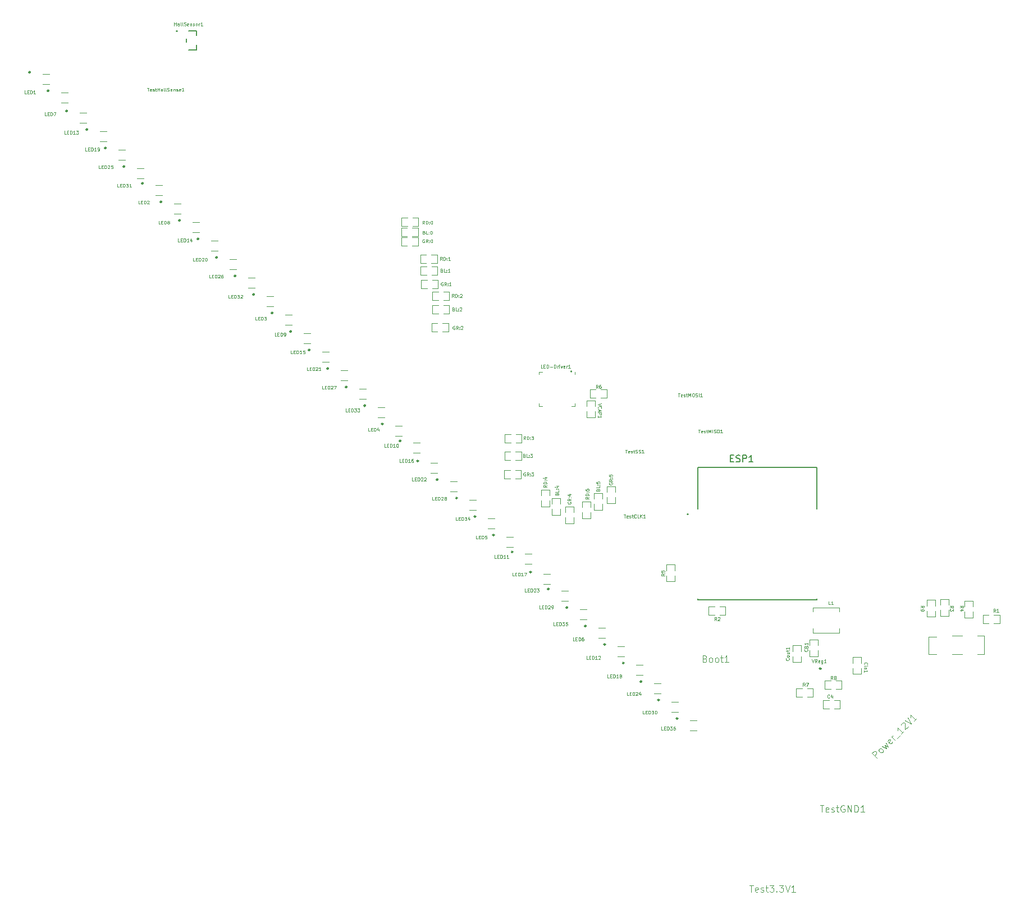
<source format=gbr>
%TF.GenerationSoftware,KiCad,Pcbnew,(7.0.0)*%
%TF.CreationDate,2023-03-18T11:24:22-05:00*%
%TF.ProjectId,LED Fan Blade,4c454420-4661-46e2-9042-6c6164652e6b,rev?*%
%TF.SameCoordinates,Original*%
%TF.FileFunction,Legend,Top*%
%TF.FilePolarity,Positive*%
%FSLAX46Y46*%
G04 Gerber Fmt 4.6, Leading zero omitted, Abs format (unit mm)*
G04 Created by KiCad (PCBNEW (7.0.0)) date 2023-03-18 11:24:22*
%MOMM*%
%LPD*%
G01*
G04 APERTURE LIST*
%ADD10C,0.100000*%
%ADD11C,0.150000*%
%ADD12C,0.214605*%
%ADD13C,0.120000*%
%ADD14C,0.177000*%
%ADD15C,0.127000*%
%ADD16C,0.200000*%
%ADD17C,0.229605*%
G04 APERTURE END LIST*
D10*
%TO.C,LED22*%
X92674381Y-91623690D02*
X92436286Y-91623690D01*
X92436286Y-91623690D02*
X92436286Y-91123690D01*
X92841048Y-91361785D02*
X93007715Y-91361785D01*
X93079143Y-91623690D02*
X92841048Y-91623690D01*
X92841048Y-91623690D02*
X92841048Y-91123690D01*
X92841048Y-91123690D02*
X93079143Y-91123690D01*
X93293429Y-91623690D02*
X93293429Y-91123690D01*
X93293429Y-91123690D02*
X93412477Y-91123690D01*
X93412477Y-91123690D02*
X93483905Y-91147500D01*
X93483905Y-91147500D02*
X93531524Y-91195119D01*
X93531524Y-91195119D02*
X93555334Y-91242738D01*
X93555334Y-91242738D02*
X93579143Y-91337976D01*
X93579143Y-91337976D02*
X93579143Y-91409404D01*
X93579143Y-91409404D02*
X93555334Y-91504642D01*
X93555334Y-91504642D02*
X93531524Y-91552261D01*
X93531524Y-91552261D02*
X93483905Y-91599880D01*
X93483905Y-91599880D02*
X93412477Y-91623690D01*
X93412477Y-91623690D02*
X93293429Y-91623690D01*
X93769620Y-91171309D02*
X93793429Y-91147500D01*
X93793429Y-91147500D02*
X93841048Y-91123690D01*
X93841048Y-91123690D02*
X93960096Y-91123690D01*
X93960096Y-91123690D02*
X94007715Y-91147500D01*
X94007715Y-91147500D02*
X94031524Y-91171309D01*
X94031524Y-91171309D02*
X94055334Y-91218928D01*
X94055334Y-91218928D02*
X94055334Y-91266547D01*
X94055334Y-91266547D02*
X94031524Y-91337976D01*
X94031524Y-91337976D02*
X93745810Y-91623690D01*
X93745810Y-91623690D02*
X94055334Y-91623690D01*
X94245810Y-91171309D02*
X94269619Y-91147500D01*
X94269619Y-91147500D02*
X94317238Y-91123690D01*
X94317238Y-91123690D02*
X94436286Y-91123690D01*
X94436286Y-91123690D02*
X94483905Y-91147500D01*
X94483905Y-91147500D02*
X94507714Y-91171309D01*
X94507714Y-91171309D02*
X94531524Y-91218928D01*
X94531524Y-91218928D02*
X94531524Y-91266547D01*
X94531524Y-91266547D02*
X94507714Y-91337976D01*
X94507714Y-91337976D02*
X94222000Y-91623690D01*
X94222000Y-91623690D02*
X94531524Y-91623690D01*
%TO.C,LED6*%
X116915476Y-115753690D02*
X116677381Y-115753690D01*
X116677381Y-115753690D02*
X116677381Y-115253690D01*
X117082143Y-115491785D02*
X117248810Y-115491785D01*
X117320238Y-115753690D02*
X117082143Y-115753690D01*
X117082143Y-115753690D02*
X117082143Y-115253690D01*
X117082143Y-115253690D02*
X117320238Y-115253690D01*
X117534524Y-115753690D02*
X117534524Y-115253690D01*
X117534524Y-115253690D02*
X117653572Y-115253690D01*
X117653572Y-115253690D02*
X117725000Y-115277500D01*
X117725000Y-115277500D02*
X117772619Y-115325119D01*
X117772619Y-115325119D02*
X117796429Y-115372738D01*
X117796429Y-115372738D02*
X117820238Y-115467976D01*
X117820238Y-115467976D02*
X117820238Y-115539404D01*
X117820238Y-115539404D02*
X117796429Y-115634642D01*
X117796429Y-115634642D02*
X117772619Y-115682261D01*
X117772619Y-115682261D02*
X117725000Y-115729880D01*
X117725000Y-115729880D02*
X117653572Y-115753690D01*
X117653572Y-115753690D02*
X117534524Y-115753690D01*
X118248810Y-115253690D02*
X118153572Y-115253690D01*
X118153572Y-115253690D02*
X118105953Y-115277500D01*
X118105953Y-115277500D02*
X118082143Y-115301309D01*
X118082143Y-115301309D02*
X118034524Y-115372738D01*
X118034524Y-115372738D02*
X118010715Y-115467976D01*
X118010715Y-115467976D02*
X118010715Y-115658452D01*
X118010715Y-115658452D02*
X118034524Y-115706071D01*
X118034524Y-115706071D02*
X118058334Y-115729880D01*
X118058334Y-115729880D02*
X118105953Y-115753690D01*
X118105953Y-115753690D02*
X118201191Y-115753690D01*
X118201191Y-115753690D02*
X118248810Y-115729880D01*
X118248810Y-115729880D02*
X118272619Y-115706071D01*
X118272619Y-115706071D02*
X118296429Y-115658452D01*
X118296429Y-115658452D02*
X118296429Y-115539404D01*
X118296429Y-115539404D02*
X118272619Y-115491785D01*
X118272619Y-115491785D02*
X118248810Y-115467976D01*
X118248810Y-115467976D02*
X118201191Y-115444166D01*
X118201191Y-115444166D02*
X118105953Y-115444166D01*
X118105953Y-115444166D02*
X118058334Y-115467976D01*
X118058334Y-115467976D02*
X118034524Y-115491785D01*
X118034524Y-115491785D02*
X118010715Y-115539404D01*
%TO.C,LED12*%
X118963381Y-118547690D02*
X118725286Y-118547690D01*
X118725286Y-118547690D02*
X118725286Y-118047690D01*
X119130048Y-118285785D02*
X119296715Y-118285785D01*
X119368143Y-118547690D02*
X119130048Y-118547690D01*
X119130048Y-118547690D02*
X119130048Y-118047690D01*
X119130048Y-118047690D02*
X119368143Y-118047690D01*
X119582429Y-118547690D02*
X119582429Y-118047690D01*
X119582429Y-118047690D02*
X119701477Y-118047690D01*
X119701477Y-118047690D02*
X119772905Y-118071500D01*
X119772905Y-118071500D02*
X119820524Y-118119119D01*
X119820524Y-118119119D02*
X119844334Y-118166738D01*
X119844334Y-118166738D02*
X119868143Y-118261976D01*
X119868143Y-118261976D02*
X119868143Y-118333404D01*
X119868143Y-118333404D02*
X119844334Y-118428642D01*
X119844334Y-118428642D02*
X119820524Y-118476261D01*
X119820524Y-118476261D02*
X119772905Y-118523880D01*
X119772905Y-118523880D02*
X119701477Y-118547690D01*
X119701477Y-118547690D02*
X119582429Y-118547690D01*
X120344334Y-118547690D02*
X120058620Y-118547690D01*
X120201477Y-118547690D02*
X120201477Y-118047690D01*
X120201477Y-118047690D02*
X120153858Y-118119119D01*
X120153858Y-118119119D02*
X120106239Y-118166738D01*
X120106239Y-118166738D02*
X120058620Y-118190547D01*
X120534810Y-118095309D02*
X120558619Y-118071500D01*
X120558619Y-118071500D02*
X120606238Y-118047690D01*
X120606238Y-118047690D02*
X120725286Y-118047690D01*
X120725286Y-118047690D02*
X120772905Y-118071500D01*
X120772905Y-118071500D02*
X120796714Y-118095309D01*
X120796714Y-118095309D02*
X120820524Y-118142928D01*
X120820524Y-118142928D02*
X120820524Y-118190547D01*
X120820524Y-118190547D02*
X120796714Y-118261976D01*
X120796714Y-118261976D02*
X120511000Y-118547690D01*
X120511000Y-118547690D02*
X120820524Y-118547690D01*
%TO.C,BL:2*%
X98663191Y-65707785D02*
X98734619Y-65731595D01*
X98734619Y-65731595D02*
X98758429Y-65755404D01*
X98758429Y-65755404D02*
X98782238Y-65803023D01*
X98782238Y-65803023D02*
X98782238Y-65874452D01*
X98782238Y-65874452D02*
X98758429Y-65922071D01*
X98758429Y-65922071D02*
X98734619Y-65945880D01*
X98734619Y-65945880D02*
X98687000Y-65969690D01*
X98687000Y-65969690D02*
X98496524Y-65969690D01*
X98496524Y-65969690D02*
X98496524Y-65469690D01*
X98496524Y-65469690D02*
X98663191Y-65469690D01*
X98663191Y-65469690D02*
X98710810Y-65493500D01*
X98710810Y-65493500D02*
X98734619Y-65517309D01*
X98734619Y-65517309D02*
X98758429Y-65564928D01*
X98758429Y-65564928D02*
X98758429Y-65612547D01*
X98758429Y-65612547D02*
X98734619Y-65660166D01*
X98734619Y-65660166D02*
X98710810Y-65683976D01*
X98710810Y-65683976D02*
X98663191Y-65707785D01*
X98663191Y-65707785D02*
X98496524Y-65707785D01*
X99234619Y-65969690D02*
X98996524Y-65969690D01*
X98996524Y-65969690D02*
X98996524Y-65469690D01*
X99401286Y-65922071D02*
X99425096Y-65945880D01*
X99425096Y-65945880D02*
X99401286Y-65969690D01*
X99401286Y-65969690D02*
X99377477Y-65945880D01*
X99377477Y-65945880D02*
X99401286Y-65922071D01*
X99401286Y-65922071D02*
X99401286Y-65969690D01*
X99401286Y-65660166D02*
X99425096Y-65683976D01*
X99425096Y-65683976D02*
X99401286Y-65707785D01*
X99401286Y-65707785D02*
X99377477Y-65683976D01*
X99377477Y-65683976D02*
X99401286Y-65660166D01*
X99401286Y-65660166D02*
X99401286Y-65707785D01*
X99615572Y-65517309D02*
X99639381Y-65493500D01*
X99639381Y-65493500D02*
X99687000Y-65469690D01*
X99687000Y-65469690D02*
X99806048Y-65469690D01*
X99806048Y-65469690D02*
X99853667Y-65493500D01*
X99853667Y-65493500D02*
X99877476Y-65517309D01*
X99877476Y-65517309D02*
X99901286Y-65564928D01*
X99901286Y-65564928D02*
X99901286Y-65612547D01*
X99901286Y-65612547D02*
X99877476Y-65683976D01*
X99877476Y-65683976D02*
X99591762Y-65969690D01*
X99591762Y-65969690D02*
X99901286Y-65969690D01*
%TO.C,LED17*%
X107787381Y-105974690D02*
X107549286Y-105974690D01*
X107549286Y-105974690D02*
X107549286Y-105474690D01*
X107954048Y-105712785D02*
X108120715Y-105712785D01*
X108192143Y-105974690D02*
X107954048Y-105974690D01*
X107954048Y-105974690D02*
X107954048Y-105474690D01*
X107954048Y-105474690D02*
X108192143Y-105474690D01*
X108406429Y-105974690D02*
X108406429Y-105474690D01*
X108406429Y-105474690D02*
X108525477Y-105474690D01*
X108525477Y-105474690D02*
X108596905Y-105498500D01*
X108596905Y-105498500D02*
X108644524Y-105546119D01*
X108644524Y-105546119D02*
X108668334Y-105593738D01*
X108668334Y-105593738D02*
X108692143Y-105688976D01*
X108692143Y-105688976D02*
X108692143Y-105760404D01*
X108692143Y-105760404D02*
X108668334Y-105855642D01*
X108668334Y-105855642D02*
X108644524Y-105903261D01*
X108644524Y-105903261D02*
X108596905Y-105950880D01*
X108596905Y-105950880D02*
X108525477Y-105974690D01*
X108525477Y-105974690D02*
X108406429Y-105974690D01*
X109168334Y-105974690D02*
X108882620Y-105974690D01*
X109025477Y-105974690D02*
X109025477Y-105474690D01*
X109025477Y-105474690D02*
X108977858Y-105546119D01*
X108977858Y-105546119D02*
X108930239Y-105593738D01*
X108930239Y-105593738D02*
X108882620Y-105617547D01*
X109335000Y-105474690D02*
X109668333Y-105474690D01*
X109668333Y-105474690D02*
X109454048Y-105974690D01*
%TO.C,LED1*%
X34238476Y-33203690D02*
X34000381Y-33203690D01*
X34000381Y-33203690D02*
X34000381Y-32703690D01*
X34405143Y-32941785D02*
X34571810Y-32941785D01*
X34643238Y-33203690D02*
X34405143Y-33203690D01*
X34405143Y-33203690D02*
X34405143Y-32703690D01*
X34405143Y-32703690D02*
X34643238Y-32703690D01*
X34857524Y-33203690D02*
X34857524Y-32703690D01*
X34857524Y-32703690D02*
X34976572Y-32703690D01*
X34976572Y-32703690D02*
X35048000Y-32727500D01*
X35048000Y-32727500D02*
X35095619Y-32775119D01*
X35095619Y-32775119D02*
X35119429Y-32822738D01*
X35119429Y-32822738D02*
X35143238Y-32917976D01*
X35143238Y-32917976D02*
X35143238Y-32989404D01*
X35143238Y-32989404D02*
X35119429Y-33084642D01*
X35119429Y-33084642D02*
X35095619Y-33132261D01*
X35095619Y-33132261D02*
X35048000Y-33179880D01*
X35048000Y-33179880D02*
X34976572Y-33203690D01*
X34976572Y-33203690D02*
X34857524Y-33203690D01*
X35619429Y-33203690D02*
X35333715Y-33203690D01*
X35476572Y-33203690D02*
X35476572Y-32703690D01*
X35476572Y-32703690D02*
X35428953Y-32775119D01*
X35428953Y-32775119D02*
X35381334Y-32822738D01*
X35381334Y-32822738D02*
X35333715Y-32846547D01*
%TO.C,LED28*%
X95722381Y-94544690D02*
X95484286Y-94544690D01*
X95484286Y-94544690D02*
X95484286Y-94044690D01*
X95889048Y-94282785D02*
X96055715Y-94282785D01*
X96127143Y-94544690D02*
X95889048Y-94544690D01*
X95889048Y-94544690D02*
X95889048Y-94044690D01*
X95889048Y-94044690D02*
X96127143Y-94044690D01*
X96341429Y-94544690D02*
X96341429Y-94044690D01*
X96341429Y-94044690D02*
X96460477Y-94044690D01*
X96460477Y-94044690D02*
X96531905Y-94068500D01*
X96531905Y-94068500D02*
X96579524Y-94116119D01*
X96579524Y-94116119D02*
X96603334Y-94163738D01*
X96603334Y-94163738D02*
X96627143Y-94258976D01*
X96627143Y-94258976D02*
X96627143Y-94330404D01*
X96627143Y-94330404D02*
X96603334Y-94425642D01*
X96603334Y-94425642D02*
X96579524Y-94473261D01*
X96579524Y-94473261D02*
X96531905Y-94520880D01*
X96531905Y-94520880D02*
X96460477Y-94544690D01*
X96460477Y-94544690D02*
X96341429Y-94544690D01*
X96817620Y-94092309D02*
X96841429Y-94068500D01*
X96841429Y-94068500D02*
X96889048Y-94044690D01*
X96889048Y-94044690D02*
X97008096Y-94044690D01*
X97008096Y-94044690D02*
X97055715Y-94068500D01*
X97055715Y-94068500D02*
X97079524Y-94092309D01*
X97079524Y-94092309D02*
X97103334Y-94139928D01*
X97103334Y-94139928D02*
X97103334Y-94187547D01*
X97103334Y-94187547D02*
X97079524Y-94258976D01*
X97079524Y-94258976D02*
X96793810Y-94544690D01*
X96793810Y-94544690D02*
X97103334Y-94544690D01*
X97389048Y-94258976D02*
X97341429Y-94235166D01*
X97341429Y-94235166D02*
X97317619Y-94211357D01*
X97317619Y-94211357D02*
X97293810Y-94163738D01*
X97293810Y-94163738D02*
X97293810Y-94139928D01*
X97293810Y-94139928D02*
X97317619Y-94092309D01*
X97317619Y-94092309D02*
X97341429Y-94068500D01*
X97341429Y-94068500D02*
X97389048Y-94044690D01*
X97389048Y-94044690D02*
X97484286Y-94044690D01*
X97484286Y-94044690D02*
X97531905Y-94068500D01*
X97531905Y-94068500D02*
X97555714Y-94092309D01*
X97555714Y-94092309D02*
X97579524Y-94139928D01*
X97579524Y-94139928D02*
X97579524Y-94163738D01*
X97579524Y-94163738D02*
X97555714Y-94211357D01*
X97555714Y-94211357D02*
X97531905Y-94235166D01*
X97531905Y-94235166D02*
X97484286Y-94258976D01*
X97484286Y-94258976D02*
X97389048Y-94258976D01*
X97389048Y-94258976D02*
X97341429Y-94282785D01*
X97341429Y-94282785D02*
X97317619Y-94306595D01*
X97317619Y-94306595D02*
X97293810Y-94354214D01*
X97293810Y-94354214D02*
X97293810Y-94449452D01*
X97293810Y-94449452D02*
X97317619Y-94497071D01*
X97317619Y-94497071D02*
X97341429Y-94520880D01*
X97341429Y-94520880D02*
X97389048Y-94544690D01*
X97389048Y-94544690D02*
X97484286Y-94544690D01*
X97484286Y-94544690D02*
X97531905Y-94520880D01*
X97531905Y-94520880D02*
X97555714Y-94497071D01*
X97555714Y-94497071D02*
X97579524Y-94449452D01*
X97579524Y-94449452D02*
X97579524Y-94354214D01*
X97579524Y-94354214D02*
X97555714Y-94306595D01*
X97555714Y-94306595D02*
X97531905Y-94282785D01*
X97531905Y-94282785D02*
X97484286Y-94258976D01*
%TO.C,TestHallSense1*%
X52459287Y-32322690D02*
X52745001Y-32322690D01*
X52602144Y-32822690D02*
X52602144Y-32322690D01*
X53102143Y-32798880D02*
X53054524Y-32822690D01*
X53054524Y-32822690D02*
X52959286Y-32822690D01*
X52959286Y-32822690D02*
X52911667Y-32798880D01*
X52911667Y-32798880D02*
X52887858Y-32751261D01*
X52887858Y-32751261D02*
X52887858Y-32560785D01*
X52887858Y-32560785D02*
X52911667Y-32513166D01*
X52911667Y-32513166D02*
X52959286Y-32489357D01*
X52959286Y-32489357D02*
X53054524Y-32489357D01*
X53054524Y-32489357D02*
X53102143Y-32513166D01*
X53102143Y-32513166D02*
X53125953Y-32560785D01*
X53125953Y-32560785D02*
X53125953Y-32608404D01*
X53125953Y-32608404D02*
X52887858Y-32656023D01*
X53316429Y-32798880D02*
X53364048Y-32822690D01*
X53364048Y-32822690D02*
X53459286Y-32822690D01*
X53459286Y-32822690D02*
X53506905Y-32798880D01*
X53506905Y-32798880D02*
X53530714Y-32751261D01*
X53530714Y-32751261D02*
X53530714Y-32727452D01*
X53530714Y-32727452D02*
X53506905Y-32679833D01*
X53506905Y-32679833D02*
X53459286Y-32656023D01*
X53459286Y-32656023D02*
X53387857Y-32656023D01*
X53387857Y-32656023D02*
X53340238Y-32632214D01*
X53340238Y-32632214D02*
X53316429Y-32584595D01*
X53316429Y-32584595D02*
X53316429Y-32560785D01*
X53316429Y-32560785D02*
X53340238Y-32513166D01*
X53340238Y-32513166D02*
X53387857Y-32489357D01*
X53387857Y-32489357D02*
X53459286Y-32489357D01*
X53459286Y-32489357D02*
X53506905Y-32513166D01*
X53673572Y-32489357D02*
X53864048Y-32489357D01*
X53745000Y-32322690D02*
X53745000Y-32751261D01*
X53745000Y-32751261D02*
X53768810Y-32798880D01*
X53768810Y-32798880D02*
X53816429Y-32822690D01*
X53816429Y-32822690D02*
X53864048Y-32822690D01*
X54030714Y-32822690D02*
X54030714Y-32322690D01*
X54030714Y-32560785D02*
X54316428Y-32560785D01*
X54316428Y-32822690D02*
X54316428Y-32322690D01*
X54768810Y-32822690D02*
X54768810Y-32560785D01*
X54768810Y-32560785D02*
X54745000Y-32513166D01*
X54745000Y-32513166D02*
X54697381Y-32489357D01*
X54697381Y-32489357D02*
X54602143Y-32489357D01*
X54602143Y-32489357D02*
X54554524Y-32513166D01*
X54768810Y-32798880D02*
X54721191Y-32822690D01*
X54721191Y-32822690D02*
X54602143Y-32822690D01*
X54602143Y-32822690D02*
X54554524Y-32798880D01*
X54554524Y-32798880D02*
X54530715Y-32751261D01*
X54530715Y-32751261D02*
X54530715Y-32703642D01*
X54530715Y-32703642D02*
X54554524Y-32656023D01*
X54554524Y-32656023D02*
X54602143Y-32632214D01*
X54602143Y-32632214D02*
X54721191Y-32632214D01*
X54721191Y-32632214D02*
X54768810Y-32608404D01*
X55078334Y-32822690D02*
X55030715Y-32798880D01*
X55030715Y-32798880D02*
X55006905Y-32751261D01*
X55006905Y-32751261D02*
X55006905Y-32322690D01*
X55340239Y-32822690D02*
X55292620Y-32798880D01*
X55292620Y-32798880D02*
X55268810Y-32751261D01*
X55268810Y-32751261D02*
X55268810Y-32322690D01*
X55506906Y-32798880D02*
X55578334Y-32822690D01*
X55578334Y-32822690D02*
X55697382Y-32822690D01*
X55697382Y-32822690D02*
X55745001Y-32798880D01*
X55745001Y-32798880D02*
X55768810Y-32775071D01*
X55768810Y-32775071D02*
X55792620Y-32727452D01*
X55792620Y-32727452D02*
X55792620Y-32679833D01*
X55792620Y-32679833D02*
X55768810Y-32632214D01*
X55768810Y-32632214D02*
X55745001Y-32608404D01*
X55745001Y-32608404D02*
X55697382Y-32584595D01*
X55697382Y-32584595D02*
X55602144Y-32560785D01*
X55602144Y-32560785D02*
X55554525Y-32536976D01*
X55554525Y-32536976D02*
X55530715Y-32513166D01*
X55530715Y-32513166D02*
X55506906Y-32465547D01*
X55506906Y-32465547D02*
X55506906Y-32417928D01*
X55506906Y-32417928D02*
X55530715Y-32370309D01*
X55530715Y-32370309D02*
X55554525Y-32346500D01*
X55554525Y-32346500D02*
X55602144Y-32322690D01*
X55602144Y-32322690D02*
X55721191Y-32322690D01*
X55721191Y-32322690D02*
X55792620Y-32346500D01*
X56197381Y-32798880D02*
X56149762Y-32822690D01*
X56149762Y-32822690D02*
X56054524Y-32822690D01*
X56054524Y-32822690D02*
X56006905Y-32798880D01*
X56006905Y-32798880D02*
X55983096Y-32751261D01*
X55983096Y-32751261D02*
X55983096Y-32560785D01*
X55983096Y-32560785D02*
X56006905Y-32513166D01*
X56006905Y-32513166D02*
X56054524Y-32489357D01*
X56054524Y-32489357D02*
X56149762Y-32489357D01*
X56149762Y-32489357D02*
X56197381Y-32513166D01*
X56197381Y-32513166D02*
X56221191Y-32560785D01*
X56221191Y-32560785D02*
X56221191Y-32608404D01*
X56221191Y-32608404D02*
X55983096Y-32656023D01*
X56435476Y-32489357D02*
X56435476Y-32822690D01*
X56435476Y-32536976D02*
X56459286Y-32513166D01*
X56459286Y-32513166D02*
X56506905Y-32489357D01*
X56506905Y-32489357D02*
X56578333Y-32489357D01*
X56578333Y-32489357D02*
X56625952Y-32513166D01*
X56625952Y-32513166D02*
X56649762Y-32560785D01*
X56649762Y-32560785D02*
X56649762Y-32822690D01*
X56864048Y-32798880D02*
X56911667Y-32822690D01*
X56911667Y-32822690D02*
X57006905Y-32822690D01*
X57006905Y-32822690D02*
X57054524Y-32798880D01*
X57054524Y-32798880D02*
X57078333Y-32751261D01*
X57078333Y-32751261D02*
X57078333Y-32727452D01*
X57078333Y-32727452D02*
X57054524Y-32679833D01*
X57054524Y-32679833D02*
X57006905Y-32656023D01*
X57006905Y-32656023D02*
X56935476Y-32656023D01*
X56935476Y-32656023D02*
X56887857Y-32632214D01*
X56887857Y-32632214D02*
X56864048Y-32584595D01*
X56864048Y-32584595D02*
X56864048Y-32560785D01*
X56864048Y-32560785D02*
X56887857Y-32513166D01*
X56887857Y-32513166D02*
X56935476Y-32489357D01*
X56935476Y-32489357D02*
X57006905Y-32489357D01*
X57006905Y-32489357D02*
X57054524Y-32513166D01*
X57483095Y-32798880D02*
X57435476Y-32822690D01*
X57435476Y-32822690D02*
X57340238Y-32822690D01*
X57340238Y-32822690D02*
X57292619Y-32798880D01*
X57292619Y-32798880D02*
X57268810Y-32751261D01*
X57268810Y-32751261D02*
X57268810Y-32560785D01*
X57268810Y-32560785D02*
X57292619Y-32513166D01*
X57292619Y-32513166D02*
X57340238Y-32489357D01*
X57340238Y-32489357D02*
X57435476Y-32489357D01*
X57435476Y-32489357D02*
X57483095Y-32513166D01*
X57483095Y-32513166D02*
X57506905Y-32560785D01*
X57506905Y-32560785D02*
X57506905Y-32608404D01*
X57506905Y-32608404D02*
X57268810Y-32656023D01*
X57983095Y-32822690D02*
X57697381Y-32822690D01*
X57840238Y-32822690D02*
X57840238Y-32322690D01*
X57840238Y-32322690D02*
X57792619Y-32394119D01*
X57792619Y-32394119D02*
X57745000Y-32441738D01*
X57745000Y-32441738D02*
X57697381Y-32465547D01*
%TO.C,GR:3*%
X109505810Y-90385500D02*
X109458191Y-90361690D01*
X109458191Y-90361690D02*
X109386762Y-90361690D01*
X109386762Y-90361690D02*
X109315334Y-90385500D01*
X109315334Y-90385500D02*
X109267715Y-90433119D01*
X109267715Y-90433119D02*
X109243905Y-90480738D01*
X109243905Y-90480738D02*
X109220096Y-90575976D01*
X109220096Y-90575976D02*
X109220096Y-90647404D01*
X109220096Y-90647404D02*
X109243905Y-90742642D01*
X109243905Y-90742642D02*
X109267715Y-90790261D01*
X109267715Y-90790261D02*
X109315334Y-90837880D01*
X109315334Y-90837880D02*
X109386762Y-90861690D01*
X109386762Y-90861690D02*
X109434381Y-90861690D01*
X109434381Y-90861690D02*
X109505810Y-90837880D01*
X109505810Y-90837880D02*
X109529619Y-90814071D01*
X109529619Y-90814071D02*
X109529619Y-90647404D01*
X109529619Y-90647404D02*
X109434381Y-90647404D01*
X110029619Y-90861690D02*
X109862953Y-90623595D01*
X109743905Y-90861690D02*
X109743905Y-90361690D01*
X109743905Y-90361690D02*
X109934381Y-90361690D01*
X109934381Y-90361690D02*
X109982000Y-90385500D01*
X109982000Y-90385500D02*
X110005810Y-90409309D01*
X110005810Y-90409309D02*
X110029619Y-90456928D01*
X110029619Y-90456928D02*
X110029619Y-90528357D01*
X110029619Y-90528357D02*
X110005810Y-90575976D01*
X110005810Y-90575976D02*
X109982000Y-90599785D01*
X109982000Y-90599785D02*
X109934381Y-90623595D01*
X109934381Y-90623595D02*
X109743905Y-90623595D01*
X110243905Y-90814071D02*
X110267715Y-90837880D01*
X110267715Y-90837880D02*
X110243905Y-90861690D01*
X110243905Y-90861690D02*
X110220096Y-90837880D01*
X110220096Y-90837880D02*
X110243905Y-90814071D01*
X110243905Y-90814071D02*
X110243905Y-90861690D01*
X110243905Y-90552166D02*
X110267715Y-90575976D01*
X110267715Y-90575976D02*
X110243905Y-90599785D01*
X110243905Y-90599785D02*
X110220096Y-90575976D01*
X110220096Y-90575976D02*
X110243905Y-90552166D01*
X110243905Y-90552166D02*
X110243905Y-90599785D01*
X110434381Y-90361690D02*
X110743905Y-90361690D01*
X110743905Y-90361690D02*
X110577238Y-90552166D01*
X110577238Y-90552166D02*
X110648667Y-90552166D01*
X110648667Y-90552166D02*
X110696286Y-90575976D01*
X110696286Y-90575976D02*
X110720095Y-90599785D01*
X110720095Y-90599785D02*
X110743905Y-90647404D01*
X110743905Y-90647404D02*
X110743905Y-90766452D01*
X110743905Y-90766452D02*
X110720095Y-90814071D01*
X110720095Y-90814071D02*
X110696286Y-90837880D01*
X110696286Y-90837880D02*
X110648667Y-90861690D01*
X110648667Y-90861690D02*
X110505810Y-90861690D01*
X110505810Y-90861690D02*
X110458191Y-90837880D01*
X110458191Y-90837880D02*
X110434381Y-90814071D01*
%TO.C,GR:4*%
X115912500Y-94837189D02*
X115888690Y-94884808D01*
X115888690Y-94884808D02*
X115888690Y-94956237D01*
X115888690Y-94956237D02*
X115912500Y-95027665D01*
X115912500Y-95027665D02*
X115960119Y-95075284D01*
X115960119Y-95075284D02*
X116007738Y-95099094D01*
X116007738Y-95099094D02*
X116102976Y-95122903D01*
X116102976Y-95122903D02*
X116174404Y-95122903D01*
X116174404Y-95122903D02*
X116269642Y-95099094D01*
X116269642Y-95099094D02*
X116317261Y-95075284D01*
X116317261Y-95075284D02*
X116364880Y-95027665D01*
X116364880Y-95027665D02*
X116388690Y-94956237D01*
X116388690Y-94956237D02*
X116388690Y-94908618D01*
X116388690Y-94908618D02*
X116364880Y-94837189D01*
X116364880Y-94837189D02*
X116341071Y-94813380D01*
X116341071Y-94813380D02*
X116174404Y-94813380D01*
X116174404Y-94813380D02*
X116174404Y-94908618D01*
X116388690Y-94313380D02*
X116150595Y-94480046D01*
X116388690Y-94599094D02*
X115888690Y-94599094D01*
X115888690Y-94599094D02*
X115888690Y-94408618D01*
X115888690Y-94408618D02*
X115912500Y-94360999D01*
X115912500Y-94360999D02*
X115936309Y-94337189D01*
X115936309Y-94337189D02*
X115983928Y-94313380D01*
X115983928Y-94313380D02*
X116055357Y-94313380D01*
X116055357Y-94313380D02*
X116102976Y-94337189D01*
X116102976Y-94337189D02*
X116126785Y-94360999D01*
X116126785Y-94360999D02*
X116150595Y-94408618D01*
X116150595Y-94408618D02*
X116150595Y-94599094D01*
X116341071Y-94099094D02*
X116364880Y-94075284D01*
X116364880Y-94075284D02*
X116388690Y-94099094D01*
X116388690Y-94099094D02*
X116364880Y-94122903D01*
X116364880Y-94122903D02*
X116341071Y-94099094D01*
X116341071Y-94099094D02*
X116388690Y-94099094D01*
X116079166Y-94099094D02*
X116102976Y-94075284D01*
X116102976Y-94075284D02*
X116126785Y-94099094D01*
X116126785Y-94099094D02*
X116102976Y-94122903D01*
X116102976Y-94122903D02*
X116079166Y-94099094D01*
X116079166Y-94099094D02*
X116126785Y-94099094D01*
X116055357Y-93646713D02*
X116388690Y-93646713D01*
X115864880Y-93765761D02*
X116222023Y-93884808D01*
X116222023Y-93884808D02*
X116222023Y-93575285D01*
%TO.C,LED5*%
X102310476Y-100386690D02*
X102072381Y-100386690D01*
X102072381Y-100386690D02*
X102072381Y-99886690D01*
X102477143Y-100124785D02*
X102643810Y-100124785D01*
X102715238Y-100386690D02*
X102477143Y-100386690D01*
X102477143Y-100386690D02*
X102477143Y-99886690D01*
X102477143Y-99886690D02*
X102715238Y-99886690D01*
X102929524Y-100386690D02*
X102929524Y-99886690D01*
X102929524Y-99886690D02*
X103048572Y-99886690D01*
X103048572Y-99886690D02*
X103120000Y-99910500D01*
X103120000Y-99910500D02*
X103167619Y-99958119D01*
X103167619Y-99958119D02*
X103191429Y-100005738D01*
X103191429Y-100005738D02*
X103215238Y-100100976D01*
X103215238Y-100100976D02*
X103215238Y-100172404D01*
X103215238Y-100172404D02*
X103191429Y-100267642D01*
X103191429Y-100267642D02*
X103167619Y-100315261D01*
X103167619Y-100315261D02*
X103120000Y-100362880D01*
X103120000Y-100362880D02*
X103048572Y-100386690D01*
X103048572Y-100386690D02*
X102929524Y-100386690D01*
X103667619Y-99886690D02*
X103429524Y-99886690D01*
X103429524Y-99886690D02*
X103405715Y-100124785D01*
X103405715Y-100124785D02*
X103429524Y-100100976D01*
X103429524Y-100100976D02*
X103477143Y-100077166D01*
X103477143Y-100077166D02*
X103596191Y-100077166D01*
X103596191Y-100077166D02*
X103643810Y-100100976D01*
X103643810Y-100100976D02*
X103667619Y-100124785D01*
X103667619Y-100124785D02*
X103691429Y-100172404D01*
X103691429Y-100172404D02*
X103691429Y-100291452D01*
X103691429Y-100291452D02*
X103667619Y-100339071D01*
X103667619Y-100339071D02*
X103643810Y-100362880D01*
X103643810Y-100362880D02*
X103596191Y-100386690D01*
X103596191Y-100386690D02*
X103477143Y-100386690D01*
X103477143Y-100386690D02*
X103429524Y-100362880D01*
X103429524Y-100362880D02*
X103405715Y-100339071D01*
%TO.C,Test3.3V1*%
X143312000Y-152656380D02*
X143883428Y-152656380D01*
X143597714Y-153656380D02*
X143597714Y-152656380D01*
X144597714Y-153608761D02*
X144502476Y-153656380D01*
X144502476Y-153656380D02*
X144312000Y-153656380D01*
X144312000Y-153656380D02*
X144216762Y-153608761D01*
X144216762Y-153608761D02*
X144169143Y-153513523D01*
X144169143Y-153513523D02*
X144169143Y-153132571D01*
X144169143Y-153132571D02*
X144216762Y-153037333D01*
X144216762Y-153037333D02*
X144312000Y-152989714D01*
X144312000Y-152989714D02*
X144502476Y-152989714D01*
X144502476Y-152989714D02*
X144597714Y-153037333D01*
X144597714Y-153037333D02*
X144645333Y-153132571D01*
X144645333Y-153132571D02*
X144645333Y-153227809D01*
X144645333Y-153227809D02*
X144169143Y-153323047D01*
X145026286Y-153608761D02*
X145121524Y-153656380D01*
X145121524Y-153656380D02*
X145312000Y-153656380D01*
X145312000Y-153656380D02*
X145407238Y-153608761D01*
X145407238Y-153608761D02*
X145454857Y-153513523D01*
X145454857Y-153513523D02*
X145454857Y-153465904D01*
X145454857Y-153465904D02*
X145407238Y-153370666D01*
X145407238Y-153370666D02*
X145312000Y-153323047D01*
X145312000Y-153323047D02*
X145169143Y-153323047D01*
X145169143Y-153323047D02*
X145073905Y-153275428D01*
X145073905Y-153275428D02*
X145026286Y-153180190D01*
X145026286Y-153180190D02*
X145026286Y-153132571D01*
X145026286Y-153132571D02*
X145073905Y-153037333D01*
X145073905Y-153037333D02*
X145169143Y-152989714D01*
X145169143Y-152989714D02*
X145312000Y-152989714D01*
X145312000Y-152989714D02*
X145407238Y-153037333D01*
X145740572Y-152989714D02*
X146121524Y-152989714D01*
X145883429Y-152656380D02*
X145883429Y-153513523D01*
X145883429Y-153513523D02*
X145931048Y-153608761D01*
X145931048Y-153608761D02*
X146026286Y-153656380D01*
X146026286Y-153656380D02*
X146121524Y-153656380D01*
X146359620Y-152656380D02*
X146978667Y-152656380D01*
X146978667Y-152656380D02*
X146645334Y-153037333D01*
X146645334Y-153037333D02*
X146788191Y-153037333D01*
X146788191Y-153037333D02*
X146883429Y-153084952D01*
X146883429Y-153084952D02*
X146931048Y-153132571D01*
X146931048Y-153132571D02*
X146978667Y-153227809D01*
X146978667Y-153227809D02*
X146978667Y-153465904D01*
X146978667Y-153465904D02*
X146931048Y-153561142D01*
X146931048Y-153561142D02*
X146883429Y-153608761D01*
X146883429Y-153608761D02*
X146788191Y-153656380D01*
X146788191Y-153656380D02*
X146502477Y-153656380D01*
X146502477Y-153656380D02*
X146407239Y-153608761D01*
X146407239Y-153608761D02*
X146359620Y-153561142D01*
X147407239Y-153561142D02*
X147454858Y-153608761D01*
X147454858Y-153608761D02*
X147407239Y-153656380D01*
X147407239Y-153656380D02*
X147359620Y-153608761D01*
X147359620Y-153608761D02*
X147407239Y-153561142D01*
X147407239Y-153561142D02*
X147407239Y-153656380D01*
X147788191Y-152656380D02*
X148407238Y-152656380D01*
X148407238Y-152656380D02*
X148073905Y-153037333D01*
X148073905Y-153037333D02*
X148216762Y-153037333D01*
X148216762Y-153037333D02*
X148312000Y-153084952D01*
X148312000Y-153084952D02*
X148359619Y-153132571D01*
X148359619Y-153132571D02*
X148407238Y-153227809D01*
X148407238Y-153227809D02*
X148407238Y-153465904D01*
X148407238Y-153465904D02*
X148359619Y-153561142D01*
X148359619Y-153561142D02*
X148312000Y-153608761D01*
X148312000Y-153608761D02*
X148216762Y-153656380D01*
X148216762Y-153656380D02*
X147931048Y-153656380D01*
X147931048Y-153656380D02*
X147835810Y-153608761D01*
X147835810Y-153608761D02*
X147788191Y-153561142D01*
X148692953Y-152656380D02*
X149026286Y-153656380D01*
X149026286Y-153656380D02*
X149359619Y-152656380D01*
X150216762Y-153656380D02*
X149645334Y-153656380D01*
X149931048Y-153656380D02*
X149931048Y-152656380D01*
X149931048Y-152656380D02*
X149835810Y-152799238D01*
X149835810Y-152799238D02*
X149740572Y-152894476D01*
X149740572Y-152894476D02*
X149645334Y-152942095D01*
%TO.C,RD:2*%
X98734619Y-63937690D02*
X98567953Y-63699595D01*
X98448905Y-63937690D02*
X98448905Y-63437690D01*
X98448905Y-63437690D02*
X98639381Y-63437690D01*
X98639381Y-63437690D02*
X98687000Y-63461500D01*
X98687000Y-63461500D02*
X98710810Y-63485309D01*
X98710810Y-63485309D02*
X98734619Y-63532928D01*
X98734619Y-63532928D02*
X98734619Y-63604357D01*
X98734619Y-63604357D02*
X98710810Y-63651976D01*
X98710810Y-63651976D02*
X98687000Y-63675785D01*
X98687000Y-63675785D02*
X98639381Y-63699595D01*
X98639381Y-63699595D02*
X98448905Y-63699595D01*
X98948905Y-63937690D02*
X98948905Y-63437690D01*
X98948905Y-63437690D02*
X99067953Y-63437690D01*
X99067953Y-63437690D02*
X99139381Y-63461500D01*
X99139381Y-63461500D02*
X99187000Y-63509119D01*
X99187000Y-63509119D02*
X99210810Y-63556738D01*
X99210810Y-63556738D02*
X99234619Y-63651976D01*
X99234619Y-63651976D02*
X99234619Y-63723404D01*
X99234619Y-63723404D02*
X99210810Y-63818642D01*
X99210810Y-63818642D02*
X99187000Y-63866261D01*
X99187000Y-63866261D02*
X99139381Y-63913880D01*
X99139381Y-63913880D02*
X99067953Y-63937690D01*
X99067953Y-63937690D02*
X98948905Y-63937690D01*
X99448905Y-63890071D02*
X99472715Y-63913880D01*
X99472715Y-63913880D02*
X99448905Y-63937690D01*
X99448905Y-63937690D02*
X99425096Y-63913880D01*
X99425096Y-63913880D02*
X99448905Y-63890071D01*
X99448905Y-63890071D02*
X99448905Y-63937690D01*
X99448905Y-63628166D02*
X99472715Y-63651976D01*
X99472715Y-63651976D02*
X99448905Y-63675785D01*
X99448905Y-63675785D02*
X99425096Y-63651976D01*
X99425096Y-63651976D02*
X99448905Y-63628166D01*
X99448905Y-63628166D02*
X99448905Y-63675785D01*
X99663191Y-63485309D02*
X99687000Y-63461500D01*
X99687000Y-63461500D02*
X99734619Y-63437690D01*
X99734619Y-63437690D02*
X99853667Y-63437690D01*
X99853667Y-63437690D02*
X99901286Y-63461500D01*
X99901286Y-63461500D02*
X99925095Y-63485309D01*
X99925095Y-63485309D02*
X99948905Y-63532928D01*
X99948905Y-63532928D02*
X99948905Y-63580547D01*
X99948905Y-63580547D02*
X99925095Y-63651976D01*
X99925095Y-63651976D02*
X99639381Y-63937690D01*
X99639381Y-63937690D02*
X99948905Y-63937690D01*
%TO.C,LED19*%
X43398381Y-41839690D02*
X43160286Y-41839690D01*
X43160286Y-41839690D02*
X43160286Y-41339690D01*
X43565048Y-41577785D02*
X43731715Y-41577785D01*
X43803143Y-41839690D02*
X43565048Y-41839690D01*
X43565048Y-41839690D02*
X43565048Y-41339690D01*
X43565048Y-41339690D02*
X43803143Y-41339690D01*
X44017429Y-41839690D02*
X44017429Y-41339690D01*
X44017429Y-41339690D02*
X44136477Y-41339690D01*
X44136477Y-41339690D02*
X44207905Y-41363500D01*
X44207905Y-41363500D02*
X44255524Y-41411119D01*
X44255524Y-41411119D02*
X44279334Y-41458738D01*
X44279334Y-41458738D02*
X44303143Y-41553976D01*
X44303143Y-41553976D02*
X44303143Y-41625404D01*
X44303143Y-41625404D02*
X44279334Y-41720642D01*
X44279334Y-41720642D02*
X44255524Y-41768261D01*
X44255524Y-41768261D02*
X44207905Y-41815880D01*
X44207905Y-41815880D02*
X44136477Y-41839690D01*
X44136477Y-41839690D02*
X44017429Y-41839690D01*
X44779334Y-41839690D02*
X44493620Y-41839690D01*
X44636477Y-41839690D02*
X44636477Y-41339690D01*
X44636477Y-41339690D02*
X44588858Y-41411119D01*
X44588858Y-41411119D02*
X44541239Y-41458738D01*
X44541239Y-41458738D02*
X44493620Y-41482547D01*
X45017429Y-41839690D02*
X45112667Y-41839690D01*
X45112667Y-41839690D02*
X45160286Y-41815880D01*
X45160286Y-41815880D02*
X45184095Y-41792071D01*
X45184095Y-41792071D02*
X45231714Y-41720642D01*
X45231714Y-41720642D02*
X45255524Y-41625404D01*
X45255524Y-41625404D02*
X45255524Y-41434928D01*
X45255524Y-41434928D02*
X45231714Y-41387309D01*
X45231714Y-41387309D02*
X45207905Y-41363500D01*
X45207905Y-41363500D02*
X45160286Y-41339690D01*
X45160286Y-41339690D02*
X45065048Y-41339690D01*
X45065048Y-41339690D02*
X45017429Y-41363500D01*
X45017429Y-41363500D02*
X44993619Y-41387309D01*
X44993619Y-41387309D02*
X44969810Y-41434928D01*
X44969810Y-41434928D02*
X44969810Y-41553976D01*
X44969810Y-41553976D02*
X44993619Y-41601595D01*
X44993619Y-41601595D02*
X45017429Y-41625404D01*
X45017429Y-41625404D02*
X45065048Y-41649214D01*
X45065048Y-41649214D02*
X45160286Y-41649214D01*
X45160286Y-41649214D02*
X45207905Y-41625404D01*
X45207905Y-41625404D02*
X45231714Y-41601595D01*
X45231714Y-41601595D02*
X45255524Y-41553976D01*
%TO.C,R6*%
X120439666Y-77653690D02*
X120273000Y-77415595D01*
X120153952Y-77653690D02*
X120153952Y-77153690D01*
X120153952Y-77153690D02*
X120344428Y-77153690D01*
X120344428Y-77153690D02*
X120392047Y-77177500D01*
X120392047Y-77177500D02*
X120415857Y-77201309D01*
X120415857Y-77201309D02*
X120439666Y-77248928D01*
X120439666Y-77248928D02*
X120439666Y-77320357D01*
X120439666Y-77320357D02*
X120415857Y-77367976D01*
X120415857Y-77367976D02*
X120392047Y-77391785D01*
X120392047Y-77391785D02*
X120344428Y-77415595D01*
X120344428Y-77415595D02*
X120153952Y-77415595D01*
X120868238Y-77153690D02*
X120773000Y-77153690D01*
X120773000Y-77153690D02*
X120725381Y-77177500D01*
X120725381Y-77177500D02*
X120701571Y-77201309D01*
X120701571Y-77201309D02*
X120653952Y-77272738D01*
X120653952Y-77272738D02*
X120630143Y-77367976D01*
X120630143Y-77367976D02*
X120630143Y-77558452D01*
X120630143Y-77558452D02*
X120653952Y-77606071D01*
X120653952Y-77606071D02*
X120677762Y-77629880D01*
X120677762Y-77629880D02*
X120725381Y-77653690D01*
X120725381Y-77653690D02*
X120820619Y-77653690D01*
X120820619Y-77653690D02*
X120868238Y-77629880D01*
X120868238Y-77629880D02*
X120892047Y-77606071D01*
X120892047Y-77606071D02*
X120915857Y-77558452D01*
X120915857Y-77558452D02*
X120915857Y-77439404D01*
X120915857Y-77439404D02*
X120892047Y-77391785D01*
X120892047Y-77391785D02*
X120868238Y-77367976D01*
X120868238Y-77367976D02*
X120820619Y-77344166D01*
X120820619Y-77344166D02*
X120725381Y-77344166D01*
X120725381Y-77344166D02*
X120677762Y-77367976D01*
X120677762Y-77367976D02*
X120653952Y-77391785D01*
X120653952Y-77391785D02*
X120630143Y-77439404D01*
%TO.C,LED16*%
X90769381Y-88829690D02*
X90531286Y-88829690D01*
X90531286Y-88829690D02*
X90531286Y-88329690D01*
X90936048Y-88567785D02*
X91102715Y-88567785D01*
X91174143Y-88829690D02*
X90936048Y-88829690D01*
X90936048Y-88829690D02*
X90936048Y-88329690D01*
X90936048Y-88329690D02*
X91174143Y-88329690D01*
X91388429Y-88829690D02*
X91388429Y-88329690D01*
X91388429Y-88329690D02*
X91507477Y-88329690D01*
X91507477Y-88329690D02*
X91578905Y-88353500D01*
X91578905Y-88353500D02*
X91626524Y-88401119D01*
X91626524Y-88401119D02*
X91650334Y-88448738D01*
X91650334Y-88448738D02*
X91674143Y-88543976D01*
X91674143Y-88543976D02*
X91674143Y-88615404D01*
X91674143Y-88615404D02*
X91650334Y-88710642D01*
X91650334Y-88710642D02*
X91626524Y-88758261D01*
X91626524Y-88758261D02*
X91578905Y-88805880D01*
X91578905Y-88805880D02*
X91507477Y-88829690D01*
X91507477Y-88829690D02*
X91388429Y-88829690D01*
X92150334Y-88829690D02*
X91864620Y-88829690D01*
X92007477Y-88829690D02*
X92007477Y-88329690D01*
X92007477Y-88329690D02*
X91959858Y-88401119D01*
X91959858Y-88401119D02*
X91912239Y-88448738D01*
X91912239Y-88448738D02*
X91864620Y-88472547D01*
X92578905Y-88329690D02*
X92483667Y-88329690D01*
X92483667Y-88329690D02*
X92436048Y-88353500D01*
X92436048Y-88353500D02*
X92412238Y-88377309D01*
X92412238Y-88377309D02*
X92364619Y-88448738D01*
X92364619Y-88448738D02*
X92340810Y-88543976D01*
X92340810Y-88543976D02*
X92340810Y-88734452D01*
X92340810Y-88734452D02*
X92364619Y-88782071D01*
X92364619Y-88782071D02*
X92388429Y-88805880D01*
X92388429Y-88805880D02*
X92436048Y-88829690D01*
X92436048Y-88829690D02*
X92531286Y-88829690D01*
X92531286Y-88829690D02*
X92578905Y-88805880D01*
X92578905Y-88805880D02*
X92602714Y-88782071D01*
X92602714Y-88782071D02*
X92626524Y-88734452D01*
X92626524Y-88734452D02*
X92626524Y-88615404D01*
X92626524Y-88615404D02*
X92602714Y-88567785D01*
X92602714Y-88567785D02*
X92578905Y-88543976D01*
X92578905Y-88543976D02*
X92531286Y-88520166D01*
X92531286Y-88520166D02*
X92436048Y-88520166D01*
X92436048Y-88520166D02*
X92388429Y-88543976D01*
X92388429Y-88543976D02*
X92364619Y-88567785D01*
X92364619Y-88567785D02*
X92340810Y-88615404D01*
%TO.C,L1*%
X155491666Y-110292690D02*
X155253571Y-110292690D01*
X155253571Y-110292690D02*
X155253571Y-109792690D01*
X155920238Y-110292690D02*
X155634524Y-110292690D01*
X155777381Y-110292690D02*
X155777381Y-109792690D01*
X155777381Y-109792690D02*
X155729762Y-109864119D01*
X155729762Y-109864119D02*
X155682143Y-109911738D01*
X155682143Y-109911738D02*
X155634524Y-109935547D01*
%TO.C,TestMOSI1*%
X132520763Y-78423690D02*
X132806477Y-78423690D01*
X132663620Y-78923690D02*
X132663620Y-78423690D01*
X133163619Y-78899880D02*
X133116000Y-78923690D01*
X133116000Y-78923690D02*
X133020762Y-78923690D01*
X133020762Y-78923690D02*
X132973143Y-78899880D01*
X132973143Y-78899880D02*
X132949334Y-78852261D01*
X132949334Y-78852261D02*
X132949334Y-78661785D01*
X132949334Y-78661785D02*
X132973143Y-78614166D01*
X132973143Y-78614166D02*
X133020762Y-78590357D01*
X133020762Y-78590357D02*
X133116000Y-78590357D01*
X133116000Y-78590357D02*
X133163619Y-78614166D01*
X133163619Y-78614166D02*
X133187429Y-78661785D01*
X133187429Y-78661785D02*
X133187429Y-78709404D01*
X133187429Y-78709404D02*
X132949334Y-78757023D01*
X133377905Y-78899880D02*
X133425524Y-78923690D01*
X133425524Y-78923690D02*
X133520762Y-78923690D01*
X133520762Y-78923690D02*
X133568381Y-78899880D01*
X133568381Y-78899880D02*
X133592190Y-78852261D01*
X133592190Y-78852261D02*
X133592190Y-78828452D01*
X133592190Y-78828452D02*
X133568381Y-78780833D01*
X133568381Y-78780833D02*
X133520762Y-78757023D01*
X133520762Y-78757023D02*
X133449333Y-78757023D01*
X133449333Y-78757023D02*
X133401714Y-78733214D01*
X133401714Y-78733214D02*
X133377905Y-78685595D01*
X133377905Y-78685595D02*
X133377905Y-78661785D01*
X133377905Y-78661785D02*
X133401714Y-78614166D01*
X133401714Y-78614166D02*
X133449333Y-78590357D01*
X133449333Y-78590357D02*
X133520762Y-78590357D01*
X133520762Y-78590357D02*
X133568381Y-78614166D01*
X133735048Y-78590357D02*
X133925524Y-78590357D01*
X133806476Y-78423690D02*
X133806476Y-78852261D01*
X133806476Y-78852261D02*
X133830286Y-78899880D01*
X133830286Y-78899880D02*
X133877905Y-78923690D01*
X133877905Y-78923690D02*
X133925524Y-78923690D01*
X134092190Y-78923690D02*
X134092190Y-78423690D01*
X134092190Y-78423690D02*
X134258857Y-78780833D01*
X134258857Y-78780833D02*
X134425523Y-78423690D01*
X134425523Y-78423690D02*
X134425523Y-78923690D01*
X134758857Y-78423690D02*
X134854095Y-78423690D01*
X134854095Y-78423690D02*
X134901714Y-78447500D01*
X134901714Y-78447500D02*
X134949333Y-78495119D01*
X134949333Y-78495119D02*
X134973143Y-78590357D01*
X134973143Y-78590357D02*
X134973143Y-78757023D01*
X134973143Y-78757023D02*
X134949333Y-78852261D01*
X134949333Y-78852261D02*
X134901714Y-78899880D01*
X134901714Y-78899880D02*
X134854095Y-78923690D01*
X134854095Y-78923690D02*
X134758857Y-78923690D01*
X134758857Y-78923690D02*
X134711238Y-78899880D01*
X134711238Y-78899880D02*
X134663619Y-78852261D01*
X134663619Y-78852261D02*
X134639810Y-78757023D01*
X134639810Y-78757023D02*
X134639810Y-78590357D01*
X134639810Y-78590357D02*
X134663619Y-78495119D01*
X134663619Y-78495119D02*
X134711238Y-78447500D01*
X134711238Y-78447500D02*
X134758857Y-78423690D01*
X135163620Y-78899880D02*
X135235048Y-78923690D01*
X135235048Y-78923690D02*
X135354096Y-78923690D01*
X135354096Y-78923690D02*
X135401715Y-78899880D01*
X135401715Y-78899880D02*
X135425524Y-78876071D01*
X135425524Y-78876071D02*
X135449334Y-78828452D01*
X135449334Y-78828452D02*
X135449334Y-78780833D01*
X135449334Y-78780833D02*
X135425524Y-78733214D01*
X135425524Y-78733214D02*
X135401715Y-78709404D01*
X135401715Y-78709404D02*
X135354096Y-78685595D01*
X135354096Y-78685595D02*
X135258858Y-78661785D01*
X135258858Y-78661785D02*
X135211239Y-78637976D01*
X135211239Y-78637976D02*
X135187429Y-78614166D01*
X135187429Y-78614166D02*
X135163620Y-78566547D01*
X135163620Y-78566547D02*
X135163620Y-78518928D01*
X135163620Y-78518928D02*
X135187429Y-78471309D01*
X135187429Y-78471309D02*
X135211239Y-78447500D01*
X135211239Y-78447500D02*
X135258858Y-78423690D01*
X135258858Y-78423690D02*
X135377905Y-78423690D01*
X135377905Y-78423690D02*
X135449334Y-78447500D01*
X135663619Y-78923690D02*
X135663619Y-78423690D01*
X136163619Y-78923690D02*
X135877905Y-78923690D01*
X136020762Y-78923690D02*
X136020762Y-78423690D01*
X136020762Y-78423690D02*
X135973143Y-78495119D01*
X135973143Y-78495119D02*
X135925524Y-78542738D01*
X135925524Y-78542738D02*
X135877905Y-78566547D01*
%TO.C,LED-Driver1*%
X112093619Y-74605690D02*
X111855524Y-74605690D01*
X111855524Y-74605690D02*
X111855524Y-74105690D01*
X112260286Y-74343785D02*
X112426953Y-74343785D01*
X112498381Y-74605690D02*
X112260286Y-74605690D01*
X112260286Y-74605690D02*
X112260286Y-74105690D01*
X112260286Y-74105690D02*
X112498381Y-74105690D01*
X112712667Y-74605690D02*
X112712667Y-74105690D01*
X112712667Y-74105690D02*
X112831715Y-74105690D01*
X112831715Y-74105690D02*
X112903143Y-74129500D01*
X112903143Y-74129500D02*
X112950762Y-74177119D01*
X112950762Y-74177119D02*
X112974572Y-74224738D01*
X112974572Y-74224738D02*
X112998381Y-74319976D01*
X112998381Y-74319976D02*
X112998381Y-74391404D01*
X112998381Y-74391404D02*
X112974572Y-74486642D01*
X112974572Y-74486642D02*
X112950762Y-74534261D01*
X112950762Y-74534261D02*
X112903143Y-74581880D01*
X112903143Y-74581880D02*
X112831715Y-74605690D01*
X112831715Y-74605690D02*
X112712667Y-74605690D01*
X113212667Y-74415214D02*
X113593620Y-74415214D01*
X113831715Y-74605690D02*
X113831715Y-74105690D01*
X113831715Y-74105690D02*
X113950763Y-74105690D01*
X113950763Y-74105690D02*
X114022191Y-74129500D01*
X114022191Y-74129500D02*
X114069810Y-74177119D01*
X114069810Y-74177119D02*
X114093620Y-74224738D01*
X114093620Y-74224738D02*
X114117429Y-74319976D01*
X114117429Y-74319976D02*
X114117429Y-74391404D01*
X114117429Y-74391404D02*
X114093620Y-74486642D01*
X114093620Y-74486642D02*
X114069810Y-74534261D01*
X114069810Y-74534261D02*
X114022191Y-74581880D01*
X114022191Y-74581880D02*
X113950763Y-74605690D01*
X113950763Y-74605690D02*
X113831715Y-74605690D01*
X114331715Y-74605690D02*
X114331715Y-74272357D01*
X114331715Y-74367595D02*
X114355525Y-74319976D01*
X114355525Y-74319976D02*
X114379334Y-74296166D01*
X114379334Y-74296166D02*
X114426953Y-74272357D01*
X114426953Y-74272357D02*
X114474572Y-74272357D01*
X114641239Y-74605690D02*
X114641239Y-74272357D01*
X114641239Y-74105690D02*
X114617430Y-74129500D01*
X114617430Y-74129500D02*
X114641239Y-74153309D01*
X114641239Y-74153309D02*
X114665049Y-74129500D01*
X114665049Y-74129500D02*
X114641239Y-74105690D01*
X114641239Y-74105690D02*
X114641239Y-74153309D01*
X114831715Y-74272357D02*
X114950763Y-74605690D01*
X114950763Y-74605690D02*
X115069810Y-74272357D01*
X115450762Y-74581880D02*
X115403143Y-74605690D01*
X115403143Y-74605690D02*
X115307905Y-74605690D01*
X115307905Y-74605690D02*
X115260286Y-74581880D01*
X115260286Y-74581880D02*
X115236477Y-74534261D01*
X115236477Y-74534261D02*
X115236477Y-74343785D01*
X115236477Y-74343785D02*
X115260286Y-74296166D01*
X115260286Y-74296166D02*
X115307905Y-74272357D01*
X115307905Y-74272357D02*
X115403143Y-74272357D01*
X115403143Y-74272357D02*
X115450762Y-74296166D01*
X115450762Y-74296166D02*
X115474572Y-74343785D01*
X115474572Y-74343785D02*
X115474572Y-74391404D01*
X115474572Y-74391404D02*
X115236477Y-74439023D01*
X115688857Y-74605690D02*
X115688857Y-74272357D01*
X115688857Y-74367595D02*
X115712667Y-74319976D01*
X115712667Y-74319976D02*
X115736476Y-74296166D01*
X115736476Y-74296166D02*
X115784095Y-74272357D01*
X115784095Y-74272357D02*
X115831714Y-74272357D01*
X116260286Y-74605690D02*
X115974572Y-74605690D01*
X116117429Y-74605690D02*
X116117429Y-74105690D01*
X116117429Y-74105690D02*
X116069810Y-74177119D01*
X116069810Y-74177119D02*
X116022191Y-74224738D01*
X116022191Y-74224738D02*
X115974572Y-74248547D01*
%TO.C,BL:3*%
X109331191Y-87805785D02*
X109402619Y-87829595D01*
X109402619Y-87829595D02*
X109426429Y-87853404D01*
X109426429Y-87853404D02*
X109450238Y-87901023D01*
X109450238Y-87901023D02*
X109450238Y-87972452D01*
X109450238Y-87972452D02*
X109426429Y-88020071D01*
X109426429Y-88020071D02*
X109402619Y-88043880D01*
X109402619Y-88043880D02*
X109355000Y-88067690D01*
X109355000Y-88067690D02*
X109164524Y-88067690D01*
X109164524Y-88067690D02*
X109164524Y-87567690D01*
X109164524Y-87567690D02*
X109331191Y-87567690D01*
X109331191Y-87567690D02*
X109378810Y-87591500D01*
X109378810Y-87591500D02*
X109402619Y-87615309D01*
X109402619Y-87615309D02*
X109426429Y-87662928D01*
X109426429Y-87662928D02*
X109426429Y-87710547D01*
X109426429Y-87710547D02*
X109402619Y-87758166D01*
X109402619Y-87758166D02*
X109378810Y-87781976D01*
X109378810Y-87781976D02*
X109331191Y-87805785D01*
X109331191Y-87805785D02*
X109164524Y-87805785D01*
X109902619Y-88067690D02*
X109664524Y-88067690D01*
X109664524Y-88067690D02*
X109664524Y-87567690D01*
X110069286Y-88020071D02*
X110093096Y-88043880D01*
X110093096Y-88043880D02*
X110069286Y-88067690D01*
X110069286Y-88067690D02*
X110045477Y-88043880D01*
X110045477Y-88043880D02*
X110069286Y-88020071D01*
X110069286Y-88020071D02*
X110069286Y-88067690D01*
X110069286Y-87758166D02*
X110093096Y-87781976D01*
X110093096Y-87781976D02*
X110069286Y-87805785D01*
X110069286Y-87805785D02*
X110045477Y-87781976D01*
X110045477Y-87781976D02*
X110069286Y-87758166D01*
X110069286Y-87758166D02*
X110069286Y-87805785D01*
X110259762Y-87567690D02*
X110569286Y-87567690D01*
X110569286Y-87567690D02*
X110402619Y-87758166D01*
X110402619Y-87758166D02*
X110474048Y-87758166D01*
X110474048Y-87758166D02*
X110521667Y-87781976D01*
X110521667Y-87781976D02*
X110545476Y-87805785D01*
X110545476Y-87805785D02*
X110569286Y-87853404D01*
X110569286Y-87853404D02*
X110569286Y-87972452D01*
X110569286Y-87972452D02*
X110545476Y-88020071D01*
X110545476Y-88020071D02*
X110521667Y-88043880D01*
X110521667Y-88043880D02*
X110474048Y-88067690D01*
X110474048Y-88067690D02*
X110331191Y-88067690D01*
X110331191Y-88067690D02*
X110283572Y-88043880D01*
X110283572Y-88043880D02*
X110259762Y-88020071D01*
%TO.C,BL:5*%
X120444785Y-92979808D02*
X120468595Y-92908380D01*
X120468595Y-92908380D02*
X120492404Y-92884570D01*
X120492404Y-92884570D02*
X120540023Y-92860761D01*
X120540023Y-92860761D02*
X120611452Y-92860761D01*
X120611452Y-92860761D02*
X120659071Y-92884570D01*
X120659071Y-92884570D02*
X120682880Y-92908380D01*
X120682880Y-92908380D02*
X120706690Y-92955999D01*
X120706690Y-92955999D02*
X120706690Y-93146475D01*
X120706690Y-93146475D02*
X120206690Y-93146475D01*
X120206690Y-93146475D02*
X120206690Y-92979808D01*
X120206690Y-92979808D02*
X120230500Y-92932189D01*
X120230500Y-92932189D02*
X120254309Y-92908380D01*
X120254309Y-92908380D02*
X120301928Y-92884570D01*
X120301928Y-92884570D02*
X120349547Y-92884570D01*
X120349547Y-92884570D02*
X120397166Y-92908380D01*
X120397166Y-92908380D02*
X120420976Y-92932189D01*
X120420976Y-92932189D02*
X120444785Y-92979808D01*
X120444785Y-92979808D02*
X120444785Y-93146475D01*
X120706690Y-92408380D02*
X120706690Y-92646475D01*
X120706690Y-92646475D02*
X120206690Y-92646475D01*
X120659071Y-92241713D02*
X120682880Y-92217903D01*
X120682880Y-92217903D02*
X120706690Y-92241713D01*
X120706690Y-92241713D02*
X120682880Y-92265522D01*
X120682880Y-92265522D02*
X120659071Y-92241713D01*
X120659071Y-92241713D02*
X120706690Y-92241713D01*
X120397166Y-92241713D02*
X120420976Y-92217903D01*
X120420976Y-92217903D02*
X120444785Y-92241713D01*
X120444785Y-92241713D02*
X120420976Y-92265522D01*
X120420976Y-92265522D02*
X120397166Y-92241713D01*
X120397166Y-92241713D02*
X120444785Y-92241713D01*
X120206690Y-91765523D02*
X120206690Y-92003618D01*
X120206690Y-92003618D02*
X120444785Y-92027427D01*
X120444785Y-92027427D02*
X120420976Y-92003618D01*
X120420976Y-92003618D02*
X120397166Y-91955999D01*
X120397166Y-91955999D02*
X120397166Y-91836951D01*
X120397166Y-91836951D02*
X120420976Y-91789332D01*
X120420976Y-91789332D02*
X120444785Y-91765523D01*
X120444785Y-91765523D02*
X120492404Y-91741713D01*
X120492404Y-91741713D02*
X120611452Y-91741713D01*
X120611452Y-91741713D02*
X120659071Y-91765523D01*
X120659071Y-91765523D02*
X120682880Y-91789332D01*
X120682880Y-91789332D02*
X120706690Y-91836951D01*
X120706690Y-91836951D02*
X120706690Y-91955999D01*
X120706690Y-91955999D02*
X120682880Y-92003618D01*
X120682880Y-92003618D02*
X120659071Y-92027427D01*
%TO.C,R3*%
X173552309Y-110787666D02*
X173790404Y-110621000D01*
X173552309Y-110501952D02*
X174052309Y-110501952D01*
X174052309Y-110501952D02*
X174052309Y-110692428D01*
X174052309Y-110692428D02*
X174028500Y-110740047D01*
X174028500Y-110740047D02*
X174004690Y-110763857D01*
X174004690Y-110763857D02*
X173957071Y-110787666D01*
X173957071Y-110787666D02*
X173885642Y-110787666D01*
X173885642Y-110787666D02*
X173838023Y-110763857D01*
X173838023Y-110763857D02*
X173814214Y-110740047D01*
X173814214Y-110740047D02*
X173790404Y-110692428D01*
X173790404Y-110692428D02*
X173790404Y-110501952D01*
X174052309Y-110954333D02*
X174052309Y-111263857D01*
X174052309Y-111263857D02*
X173861833Y-111097190D01*
X173861833Y-111097190D02*
X173861833Y-111168619D01*
X173861833Y-111168619D02*
X173838023Y-111216238D01*
X173838023Y-111216238D02*
X173814214Y-111240047D01*
X173814214Y-111240047D02*
X173766595Y-111263857D01*
X173766595Y-111263857D02*
X173647547Y-111263857D01*
X173647547Y-111263857D02*
X173599928Y-111240047D01*
X173599928Y-111240047D02*
X173576119Y-111216238D01*
X173576119Y-111216238D02*
X173552309Y-111168619D01*
X173552309Y-111168619D02*
X173552309Y-111025762D01*
X173552309Y-111025762D02*
X173576119Y-110978143D01*
X173576119Y-110978143D02*
X173599928Y-110954333D01*
%TO.C,Cin1*%
X160645928Y-119332428D02*
X160622119Y-119308619D01*
X160622119Y-119308619D02*
X160598309Y-119237190D01*
X160598309Y-119237190D02*
X160598309Y-119189571D01*
X160598309Y-119189571D02*
X160622119Y-119118143D01*
X160622119Y-119118143D02*
X160669738Y-119070524D01*
X160669738Y-119070524D02*
X160717357Y-119046714D01*
X160717357Y-119046714D02*
X160812595Y-119022905D01*
X160812595Y-119022905D02*
X160884023Y-119022905D01*
X160884023Y-119022905D02*
X160979261Y-119046714D01*
X160979261Y-119046714D02*
X161026880Y-119070524D01*
X161026880Y-119070524D02*
X161074500Y-119118143D01*
X161074500Y-119118143D02*
X161098309Y-119189571D01*
X161098309Y-119189571D02*
X161098309Y-119237190D01*
X161098309Y-119237190D02*
X161074500Y-119308619D01*
X161074500Y-119308619D02*
X161050690Y-119332428D01*
X160598309Y-119546714D02*
X160931642Y-119546714D01*
X161098309Y-119546714D02*
X161074500Y-119522905D01*
X161074500Y-119522905D02*
X161050690Y-119546714D01*
X161050690Y-119546714D02*
X161074500Y-119570524D01*
X161074500Y-119570524D02*
X161098309Y-119546714D01*
X161098309Y-119546714D02*
X161050690Y-119546714D01*
X160931642Y-119784809D02*
X160598309Y-119784809D01*
X160884023Y-119784809D02*
X160907833Y-119808619D01*
X160907833Y-119808619D02*
X160931642Y-119856238D01*
X160931642Y-119856238D02*
X160931642Y-119927666D01*
X160931642Y-119927666D02*
X160907833Y-119975285D01*
X160907833Y-119975285D02*
X160860214Y-119999095D01*
X160860214Y-119999095D02*
X160598309Y-119999095D01*
X160598309Y-120499095D02*
X160598309Y-120213381D01*
X160598309Y-120356238D02*
X161098309Y-120356238D01*
X161098309Y-120356238D02*
X161026880Y-120308619D01*
X161026880Y-120308619D02*
X160979261Y-120261000D01*
X160979261Y-120261000D02*
X160955452Y-120213381D01*
%TO.C,LED21*%
X76799381Y-74986690D02*
X76561286Y-74986690D01*
X76561286Y-74986690D02*
X76561286Y-74486690D01*
X76966048Y-74724785D02*
X77132715Y-74724785D01*
X77204143Y-74986690D02*
X76966048Y-74986690D01*
X76966048Y-74986690D02*
X76966048Y-74486690D01*
X76966048Y-74486690D02*
X77204143Y-74486690D01*
X77418429Y-74986690D02*
X77418429Y-74486690D01*
X77418429Y-74486690D02*
X77537477Y-74486690D01*
X77537477Y-74486690D02*
X77608905Y-74510500D01*
X77608905Y-74510500D02*
X77656524Y-74558119D01*
X77656524Y-74558119D02*
X77680334Y-74605738D01*
X77680334Y-74605738D02*
X77704143Y-74700976D01*
X77704143Y-74700976D02*
X77704143Y-74772404D01*
X77704143Y-74772404D02*
X77680334Y-74867642D01*
X77680334Y-74867642D02*
X77656524Y-74915261D01*
X77656524Y-74915261D02*
X77608905Y-74962880D01*
X77608905Y-74962880D02*
X77537477Y-74986690D01*
X77537477Y-74986690D02*
X77418429Y-74986690D01*
X77894620Y-74534309D02*
X77918429Y-74510500D01*
X77918429Y-74510500D02*
X77966048Y-74486690D01*
X77966048Y-74486690D02*
X78085096Y-74486690D01*
X78085096Y-74486690D02*
X78132715Y-74510500D01*
X78132715Y-74510500D02*
X78156524Y-74534309D01*
X78156524Y-74534309D02*
X78180334Y-74581928D01*
X78180334Y-74581928D02*
X78180334Y-74629547D01*
X78180334Y-74629547D02*
X78156524Y-74700976D01*
X78156524Y-74700976D02*
X77870810Y-74986690D01*
X77870810Y-74986690D02*
X78180334Y-74986690D01*
X78656524Y-74986690D02*
X78370810Y-74986690D01*
X78513667Y-74986690D02*
X78513667Y-74486690D01*
X78513667Y-74486690D02*
X78466048Y-74558119D01*
X78466048Y-74558119D02*
X78418429Y-74605738D01*
X78418429Y-74605738D02*
X78370810Y-74629547D01*
%TO.C,BL:4*%
X114221785Y-93614808D02*
X114245595Y-93543380D01*
X114245595Y-93543380D02*
X114269404Y-93519570D01*
X114269404Y-93519570D02*
X114317023Y-93495761D01*
X114317023Y-93495761D02*
X114388452Y-93495761D01*
X114388452Y-93495761D02*
X114436071Y-93519570D01*
X114436071Y-93519570D02*
X114459880Y-93543380D01*
X114459880Y-93543380D02*
X114483690Y-93590999D01*
X114483690Y-93590999D02*
X114483690Y-93781475D01*
X114483690Y-93781475D02*
X113983690Y-93781475D01*
X113983690Y-93781475D02*
X113983690Y-93614808D01*
X113983690Y-93614808D02*
X114007500Y-93567189D01*
X114007500Y-93567189D02*
X114031309Y-93543380D01*
X114031309Y-93543380D02*
X114078928Y-93519570D01*
X114078928Y-93519570D02*
X114126547Y-93519570D01*
X114126547Y-93519570D02*
X114174166Y-93543380D01*
X114174166Y-93543380D02*
X114197976Y-93567189D01*
X114197976Y-93567189D02*
X114221785Y-93614808D01*
X114221785Y-93614808D02*
X114221785Y-93781475D01*
X114483690Y-93043380D02*
X114483690Y-93281475D01*
X114483690Y-93281475D02*
X113983690Y-93281475D01*
X114436071Y-92876713D02*
X114459880Y-92852903D01*
X114459880Y-92852903D02*
X114483690Y-92876713D01*
X114483690Y-92876713D02*
X114459880Y-92900522D01*
X114459880Y-92900522D02*
X114436071Y-92876713D01*
X114436071Y-92876713D02*
X114483690Y-92876713D01*
X114174166Y-92876713D02*
X114197976Y-92852903D01*
X114197976Y-92852903D02*
X114221785Y-92876713D01*
X114221785Y-92876713D02*
X114197976Y-92900522D01*
X114197976Y-92900522D02*
X114174166Y-92876713D01*
X114174166Y-92876713D02*
X114221785Y-92876713D01*
X114150357Y-92424332D02*
X114483690Y-92424332D01*
X113959880Y-92543380D02*
X114317023Y-92662427D01*
X114317023Y-92662427D02*
X114317023Y-92352904D01*
%TO.C,LED13*%
X40223381Y-39299690D02*
X39985286Y-39299690D01*
X39985286Y-39299690D02*
X39985286Y-38799690D01*
X40390048Y-39037785D02*
X40556715Y-39037785D01*
X40628143Y-39299690D02*
X40390048Y-39299690D01*
X40390048Y-39299690D02*
X40390048Y-38799690D01*
X40390048Y-38799690D02*
X40628143Y-38799690D01*
X40842429Y-39299690D02*
X40842429Y-38799690D01*
X40842429Y-38799690D02*
X40961477Y-38799690D01*
X40961477Y-38799690D02*
X41032905Y-38823500D01*
X41032905Y-38823500D02*
X41080524Y-38871119D01*
X41080524Y-38871119D02*
X41104334Y-38918738D01*
X41104334Y-38918738D02*
X41128143Y-39013976D01*
X41128143Y-39013976D02*
X41128143Y-39085404D01*
X41128143Y-39085404D02*
X41104334Y-39180642D01*
X41104334Y-39180642D02*
X41080524Y-39228261D01*
X41080524Y-39228261D02*
X41032905Y-39275880D01*
X41032905Y-39275880D02*
X40961477Y-39299690D01*
X40961477Y-39299690D02*
X40842429Y-39299690D01*
X41604334Y-39299690D02*
X41318620Y-39299690D01*
X41461477Y-39299690D02*
X41461477Y-38799690D01*
X41461477Y-38799690D02*
X41413858Y-38871119D01*
X41413858Y-38871119D02*
X41366239Y-38918738D01*
X41366239Y-38918738D02*
X41318620Y-38942547D01*
X41771000Y-38799690D02*
X42080524Y-38799690D01*
X42080524Y-38799690D02*
X41913857Y-38990166D01*
X41913857Y-38990166D02*
X41985286Y-38990166D01*
X41985286Y-38990166D02*
X42032905Y-39013976D01*
X42032905Y-39013976D02*
X42056714Y-39037785D01*
X42056714Y-39037785D02*
X42080524Y-39085404D01*
X42080524Y-39085404D02*
X42080524Y-39204452D01*
X42080524Y-39204452D02*
X42056714Y-39252071D01*
X42056714Y-39252071D02*
X42032905Y-39275880D01*
X42032905Y-39275880D02*
X41985286Y-39299690D01*
X41985286Y-39299690D02*
X41842429Y-39299690D01*
X41842429Y-39299690D02*
X41794810Y-39275880D01*
X41794810Y-39275880D02*
X41771000Y-39252071D01*
%TO.C,LED30*%
X127472381Y-126802690D02*
X127234286Y-126802690D01*
X127234286Y-126802690D02*
X127234286Y-126302690D01*
X127639048Y-126540785D02*
X127805715Y-126540785D01*
X127877143Y-126802690D02*
X127639048Y-126802690D01*
X127639048Y-126802690D02*
X127639048Y-126302690D01*
X127639048Y-126302690D02*
X127877143Y-126302690D01*
X128091429Y-126802690D02*
X128091429Y-126302690D01*
X128091429Y-126302690D02*
X128210477Y-126302690D01*
X128210477Y-126302690D02*
X128281905Y-126326500D01*
X128281905Y-126326500D02*
X128329524Y-126374119D01*
X128329524Y-126374119D02*
X128353334Y-126421738D01*
X128353334Y-126421738D02*
X128377143Y-126516976D01*
X128377143Y-126516976D02*
X128377143Y-126588404D01*
X128377143Y-126588404D02*
X128353334Y-126683642D01*
X128353334Y-126683642D02*
X128329524Y-126731261D01*
X128329524Y-126731261D02*
X128281905Y-126778880D01*
X128281905Y-126778880D02*
X128210477Y-126802690D01*
X128210477Y-126802690D02*
X128091429Y-126802690D01*
X128543810Y-126302690D02*
X128853334Y-126302690D01*
X128853334Y-126302690D02*
X128686667Y-126493166D01*
X128686667Y-126493166D02*
X128758096Y-126493166D01*
X128758096Y-126493166D02*
X128805715Y-126516976D01*
X128805715Y-126516976D02*
X128829524Y-126540785D01*
X128829524Y-126540785D02*
X128853334Y-126588404D01*
X128853334Y-126588404D02*
X128853334Y-126707452D01*
X128853334Y-126707452D02*
X128829524Y-126755071D01*
X128829524Y-126755071D02*
X128805715Y-126778880D01*
X128805715Y-126778880D02*
X128758096Y-126802690D01*
X128758096Y-126802690D02*
X128615239Y-126802690D01*
X128615239Y-126802690D02*
X128567620Y-126778880D01*
X128567620Y-126778880D02*
X128543810Y-126755071D01*
X129162857Y-126302690D02*
X129210476Y-126302690D01*
X129210476Y-126302690D02*
X129258095Y-126326500D01*
X129258095Y-126326500D02*
X129281905Y-126350309D01*
X129281905Y-126350309D02*
X129305714Y-126397928D01*
X129305714Y-126397928D02*
X129329524Y-126493166D01*
X129329524Y-126493166D02*
X129329524Y-126612214D01*
X129329524Y-126612214D02*
X129305714Y-126707452D01*
X129305714Y-126707452D02*
X129281905Y-126755071D01*
X129281905Y-126755071D02*
X129258095Y-126778880D01*
X129258095Y-126778880D02*
X129210476Y-126802690D01*
X129210476Y-126802690D02*
X129162857Y-126802690D01*
X129162857Y-126802690D02*
X129115238Y-126778880D01*
X129115238Y-126778880D02*
X129091429Y-126755071D01*
X129091429Y-126755071D02*
X129067619Y-126707452D01*
X129067619Y-126707452D02*
X129043810Y-126612214D01*
X129043810Y-126612214D02*
X129043810Y-126493166D01*
X129043810Y-126493166D02*
X129067619Y-126397928D01*
X129067619Y-126397928D02*
X129091429Y-126350309D01*
X129091429Y-126350309D02*
X129115238Y-126326500D01*
X129115238Y-126326500D02*
X129162857Y-126302690D01*
%TO.C,Power_12V1*%
X162506827Y-133414727D02*
X161799720Y-132707620D01*
X161799720Y-132707620D02*
X162069094Y-132438246D01*
X162069094Y-132438246D02*
X162170110Y-132404575D01*
X162170110Y-132404575D02*
X162237453Y-132404575D01*
X162237453Y-132404575D02*
X162338468Y-132438246D01*
X162338468Y-132438246D02*
X162439484Y-132539262D01*
X162439484Y-132539262D02*
X162473155Y-132640277D01*
X162473155Y-132640277D02*
X162473155Y-132707620D01*
X162473155Y-132707620D02*
X162439484Y-132808636D01*
X162439484Y-132808636D02*
X162170110Y-133078010D01*
X163314949Y-132606605D02*
X163213934Y-132640277D01*
X163213934Y-132640277D02*
X163146590Y-132640277D01*
X163146590Y-132640277D02*
X163045575Y-132606605D01*
X163045575Y-132606605D02*
X162843545Y-132404575D01*
X162843545Y-132404575D02*
X162809873Y-132303559D01*
X162809873Y-132303559D02*
X162809873Y-132236216D01*
X162809873Y-132236216D02*
X162843545Y-132135201D01*
X162843545Y-132135201D02*
X162944560Y-132034185D01*
X162944560Y-132034185D02*
X163045575Y-132000514D01*
X163045575Y-132000514D02*
X163112919Y-132000514D01*
X163112919Y-132000514D02*
X163213934Y-132034185D01*
X163213934Y-132034185D02*
X163415964Y-132236216D01*
X163415964Y-132236216D02*
X163449636Y-132337231D01*
X163449636Y-132337231D02*
X163449636Y-132404575D01*
X163449636Y-132404575D02*
X163415964Y-132505590D01*
X163415964Y-132505590D02*
X163314949Y-132606605D01*
X163314949Y-131663796D02*
X163921041Y-132000513D01*
X163921041Y-132000513D02*
X163719010Y-131529109D01*
X163719010Y-131529109D02*
X164190415Y-131731139D01*
X164190415Y-131731139D02*
X163853697Y-131125048D01*
X164830178Y-131024033D02*
X164796506Y-131125048D01*
X164796506Y-131125048D02*
X164661819Y-131259735D01*
X164661819Y-131259735D02*
X164560804Y-131293407D01*
X164560804Y-131293407D02*
X164459789Y-131259735D01*
X164459789Y-131259735D02*
X164190415Y-130990361D01*
X164190415Y-130990361D02*
X164156743Y-130889346D01*
X164156743Y-130889346D02*
X164190415Y-130788330D01*
X164190415Y-130788330D02*
X164325102Y-130653643D01*
X164325102Y-130653643D02*
X164426117Y-130619972D01*
X164426117Y-130619972D02*
X164527132Y-130653643D01*
X164527132Y-130653643D02*
X164594476Y-130720987D01*
X164594476Y-130720987D02*
X164325102Y-131125048D01*
X165200567Y-130720987D02*
X164729163Y-130249582D01*
X164863850Y-130384269D02*
X164830178Y-130283254D01*
X164830178Y-130283254D02*
X164830178Y-130215911D01*
X164830178Y-130215911D02*
X164863850Y-130114895D01*
X164863850Y-130114895D02*
X164931193Y-130047552D01*
X165537285Y-130518956D02*
X166076033Y-129980208D01*
X166547438Y-129374116D02*
X166143377Y-129778177D01*
X166345407Y-129576147D02*
X165638300Y-128869040D01*
X165638300Y-128869040D02*
X165671972Y-129037399D01*
X165671972Y-129037399D02*
X165671972Y-129172086D01*
X165671972Y-129172086D02*
X165638300Y-129273101D01*
X166177049Y-128464979D02*
X166177049Y-128397636D01*
X166177049Y-128397636D02*
X166210720Y-128296620D01*
X166210720Y-128296620D02*
X166379079Y-128128262D01*
X166379079Y-128128262D02*
X166480094Y-128094590D01*
X166480094Y-128094590D02*
X166547438Y-128094590D01*
X166547438Y-128094590D02*
X166648453Y-128128262D01*
X166648453Y-128128262D02*
X166715797Y-128195605D01*
X166715797Y-128195605D02*
X166783140Y-128330292D01*
X166783140Y-128330292D02*
X166783140Y-129138414D01*
X166783140Y-129138414D02*
X167220873Y-128700681D01*
X166715797Y-127791544D02*
X167658606Y-128262948D01*
X167658606Y-128262948D02*
X167187201Y-127320139D01*
X168500400Y-127421155D02*
X168096339Y-127825216D01*
X168298369Y-127623185D02*
X167591262Y-126916078D01*
X167591262Y-126916078D02*
X167624934Y-127084437D01*
X167624934Y-127084437D02*
X167624934Y-127219124D01*
X167624934Y-127219124D02*
X167591262Y-127320139D01*
%TO.C,LED14*%
X57368381Y-55555690D02*
X57130286Y-55555690D01*
X57130286Y-55555690D02*
X57130286Y-55055690D01*
X57535048Y-55293785D02*
X57701715Y-55293785D01*
X57773143Y-55555690D02*
X57535048Y-55555690D01*
X57535048Y-55555690D02*
X57535048Y-55055690D01*
X57535048Y-55055690D02*
X57773143Y-55055690D01*
X57987429Y-55555690D02*
X57987429Y-55055690D01*
X57987429Y-55055690D02*
X58106477Y-55055690D01*
X58106477Y-55055690D02*
X58177905Y-55079500D01*
X58177905Y-55079500D02*
X58225524Y-55127119D01*
X58225524Y-55127119D02*
X58249334Y-55174738D01*
X58249334Y-55174738D02*
X58273143Y-55269976D01*
X58273143Y-55269976D02*
X58273143Y-55341404D01*
X58273143Y-55341404D02*
X58249334Y-55436642D01*
X58249334Y-55436642D02*
X58225524Y-55484261D01*
X58225524Y-55484261D02*
X58177905Y-55531880D01*
X58177905Y-55531880D02*
X58106477Y-55555690D01*
X58106477Y-55555690D02*
X57987429Y-55555690D01*
X58749334Y-55555690D02*
X58463620Y-55555690D01*
X58606477Y-55555690D02*
X58606477Y-55055690D01*
X58606477Y-55055690D02*
X58558858Y-55127119D01*
X58558858Y-55127119D02*
X58511239Y-55174738D01*
X58511239Y-55174738D02*
X58463620Y-55198547D01*
X59177905Y-55222357D02*
X59177905Y-55555690D01*
X59058857Y-55031880D02*
X58939810Y-55389023D01*
X58939810Y-55389023D02*
X59249333Y-55389023D01*
%TO.C,LED35*%
X114010381Y-113467690D02*
X113772286Y-113467690D01*
X113772286Y-113467690D02*
X113772286Y-112967690D01*
X114177048Y-113205785D02*
X114343715Y-113205785D01*
X114415143Y-113467690D02*
X114177048Y-113467690D01*
X114177048Y-113467690D02*
X114177048Y-112967690D01*
X114177048Y-112967690D02*
X114415143Y-112967690D01*
X114629429Y-113467690D02*
X114629429Y-112967690D01*
X114629429Y-112967690D02*
X114748477Y-112967690D01*
X114748477Y-112967690D02*
X114819905Y-112991500D01*
X114819905Y-112991500D02*
X114867524Y-113039119D01*
X114867524Y-113039119D02*
X114891334Y-113086738D01*
X114891334Y-113086738D02*
X114915143Y-113181976D01*
X114915143Y-113181976D02*
X114915143Y-113253404D01*
X114915143Y-113253404D02*
X114891334Y-113348642D01*
X114891334Y-113348642D02*
X114867524Y-113396261D01*
X114867524Y-113396261D02*
X114819905Y-113443880D01*
X114819905Y-113443880D02*
X114748477Y-113467690D01*
X114748477Y-113467690D02*
X114629429Y-113467690D01*
X115081810Y-112967690D02*
X115391334Y-112967690D01*
X115391334Y-112967690D02*
X115224667Y-113158166D01*
X115224667Y-113158166D02*
X115296096Y-113158166D01*
X115296096Y-113158166D02*
X115343715Y-113181976D01*
X115343715Y-113181976D02*
X115367524Y-113205785D01*
X115367524Y-113205785D02*
X115391334Y-113253404D01*
X115391334Y-113253404D02*
X115391334Y-113372452D01*
X115391334Y-113372452D02*
X115367524Y-113420071D01*
X115367524Y-113420071D02*
X115343715Y-113443880D01*
X115343715Y-113443880D02*
X115296096Y-113467690D01*
X115296096Y-113467690D02*
X115153239Y-113467690D01*
X115153239Y-113467690D02*
X115105620Y-113443880D01*
X115105620Y-113443880D02*
X115081810Y-113420071D01*
X115843714Y-112967690D02*
X115605619Y-112967690D01*
X115605619Y-112967690D02*
X115581810Y-113205785D01*
X115581810Y-113205785D02*
X115605619Y-113181976D01*
X115605619Y-113181976D02*
X115653238Y-113158166D01*
X115653238Y-113158166D02*
X115772286Y-113158166D01*
X115772286Y-113158166D02*
X115819905Y-113181976D01*
X115819905Y-113181976D02*
X115843714Y-113205785D01*
X115843714Y-113205785D02*
X115867524Y-113253404D01*
X115867524Y-113253404D02*
X115867524Y-113372452D01*
X115867524Y-113372452D02*
X115843714Y-113420071D01*
X115843714Y-113420071D02*
X115819905Y-113443880D01*
X115819905Y-113443880D02*
X115772286Y-113467690D01*
X115772286Y-113467690D02*
X115653238Y-113467690D01*
X115653238Y-113467690D02*
X115605619Y-113443880D01*
X115605619Y-113443880D02*
X115581810Y-113420071D01*
%TO.C,R2*%
X138346666Y-112705690D02*
X138180000Y-112467595D01*
X138060952Y-112705690D02*
X138060952Y-112205690D01*
X138060952Y-112205690D02*
X138251428Y-112205690D01*
X138251428Y-112205690D02*
X138299047Y-112229500D01*
X138299047Y-112229500D02*
X138322857Y-112253309D01*
X138322857Y-112253309D02*
X138346666Y-112300928D01*
X138346666Y-112300928D02*
X138346666Y-112372357D01*
X138346666Y-112372357D02*
X138322857Y-112419976D01*
X138322857Y-112419976D02*
X138299047Y-112443785D01*
X138299047Y-112443785D02*
X138251428Y-112467595D01*
X138251428Y-112467595D02*
X138060952Y-112467595D01*
X138537143Y-112253309D02*
X138560952Y-112229500D01*
X138560952Y-112229500D02*
X138608571Y-112205690D01*
X138608571Y-112205690D02*
X138727619Y-112205690D01*
X138727619Y-112205690D02*
X138775238Y-112229500D01*
X138775238Y-112229500D02*
X138799047Y-112253309D01*
X138799047Y-112253309D02*
X138822857Y-112300928D01*
X138822857Y-112300928D02*
X138822857Y-112348547D01*
X138822857Y-112348547D02*
X138799047Y-112419976D01*
X138799047Y-112419976D02*
X138513333Y-112705690D01*
X138513333Y-112705690D02*
X138822857Y-112705690D01*
%TO.C,LED26*%
X62067381Y-61016690D02*
X61829286Y-61016690D01*
X61829286Y-61016690D02*
X61829286Y-60516690D01*
X62234048Y-60754785D02*
X62400715Y-60754785D01*
X62472143Y-61016690D02*
X62234048Y-61016690D01*
X62234048Y-61016690D02*
X62234048Y-60516690D01*
X62234048Y-60516690D02*
X62472143Y-60516690D01*
X62686429Y-61016690D02*
X62686429Y-60516690D01*
X62686429Y-60516690D02*
X62805477Y-60516690D01*
X62805477Y-60516690D02*
X62876905Y-60540500D01*
X62876905Y-60540500D02*
X62924524Y-60588119D01*
X62924524Y-60588119D02*
X62948334Y-60635738D01*
X62948334Y-60635738D02*
X62972143Y-60730976D01*
X62972143Y-60730976D02*
X62972143Y-60802404D01*
X62972143Y-60802404D02*
X62948334Y-60897642D01*
X62948334Y-60897642D02*
X62924524Y-60945261D01*
X62924524Y-60945261D02*
X62876905Y-60992880D01*
X62876905Y-60992880D02*
X62805477Y-61016690D01*
X62805477Y-61016690D02*
X62686429Y-61016690D01*
X63162620Y-60564309D02*
X63186429Y-60540500D01*
X63186429Y-60540500D02*
X63234048Y-60516690D01*
X63234048Y-60516690D02*
X63353096Y-60516690D01*
X63353096Y-60516690D02*
X63400715Y-60540500D01*
X63400715Y-60540500D02*
X63424524Y-60564309D01*
X63424524Y-60564309D02*
X63448334Y-60611928D01*
X63448334Y-60611928D02*
X63448334Y-60659547D01*
X63448334Y-60659547D02*
X63424524Y-60730976D01*
X63424524Y-60730976D02*
X63138810Y-61016690D01*
X63138810Y-61016690D02*
X63448334Y-61016690D01*
X63876905Y-60516690D02*
X63781667Y-60516690D01*
X63781667Y-60516690D02*
X63734048Y-60540500D01*
X63734048Y-60540500D02*
X63710238Y-60564309D01*
X63710238Y-60564309D02*
X63662619Y-60635738D01*
X63662619Y-60635738D02*
X63638810Y-60730976D01*
X63638810Y-60730976D02*
X63638810Y-60921452D01*
X63638810Y-60921452D02*
X63662619Y-60969071D01*
X63662619Y-60969071D02*
X63686429Y-60992880D01*
X63686429Y-60992880D02*
X63734048Y-61016690D01*
X63734048Y-61016690D02*
X63829286Y-61016690D01*
X63829286Y-61016690D02*
X63876905Y-60992880D01*
X63876905Y-60992880D02*
X63900714Y-60969071D01*
X63900714Y-60969071D02*
X63924524Y-60921452D01*
X63924524Y-60921452D02*
X63924524Y-60802404D01*
X63924524Y-60802404D02*
X63900714Y-60754785D01*
X63900714Y-60754785D02*
X63876905Y-60730976D01*
X63876905Y-60730976D02*
X63829286Y-60707166D01*
X63829286Y-60707166D02*
X63734048Y-60707166D01*
X63734048Y-60707166D02*
X63686429Y-60730976D01*
X63686429Y-60730976D02*
X63662619Y-60754785D01*
X63662619Y-60754785D02*
X63638810Y-60802404D01*
%TO.C,R7*%
X151672666Y-122611690D02*
X151506000Y-122373595D01*
X151386952Y-122611690D02*
X151386952Y-122111690D01*
X151386952Y-122111690D02*
X151577428Y-122111690D01*
X151577428Y-122111690D02*
X151625047Y-122135500D01*
X151625047Y-122135500D02*
X151648857Y-122159309D01*
X151648857Y-122159309D02*
X151672666Y-122206928D01*
X151672666Y-122206928D02*
X151672666Y-122278357D01*
X151672666Y-122278357D02*
X151648857Y-122325976D01*
X151648857Y-122325976D02*
X151625047Y-122349785D01*
X151625047Y-122349785D02*
X151577428Y-122373595D01*
X151577428Y-122373595D02*
X151386952Y-122373595D01*
X151839333Y-122111690D02*
X152172666Y-122111690D01*
X152172666Y-122111690D02*
X151958381Y-122611690D01*
%TO.C,LED25*%
X45430381Y-44506690D02*
X45192286Y-44506690D01*
X45192286Y-44506690D02*
X45192286Y-44006690D01*
X45597048Y-44244785D02*
X45763715Y-44244785D01*
X45835143Y-44506690D02*
X45597048Y-44506690D01*
X45597048Y-44506690D02*
X45597048Y-44006690D01*
X45597048Y-44006690D02*
X45835143Y-44006690D01*
X46049429Y-44506690D02*
X46049429Y-44006690D01*
X46049429Y-44006690D02*
X46168477Y-44006690D01*
X46168477Y-44006690D02*
X46239905Y-44030500D01*
X46239905Y-44030500D02*
X46287524Y-44078119D01*
X46287524Y-44078119D02*
X46311334Y-44125738D01*
X46311334Y-44125738D02*
X46335143Y-44220976D01*
X46335143Y-44220976D02*
X46335143Y-44292404D01*
X46335143Y-44292404D02*
X46311334Y-44387642D01*
X46311334Y-44387642D02*
X46287524Y-44435261D01*
X46287524Y-44435261D02*
X46239905Y-44482880D01*
X46239905Y-44482880D02*
X46168477Y-44506690D01*
X46168477Y-44506690D02*
X46049429Y-44506690D01*
X46525620Y-44054309D02*
X46549429Y-44030500D01*
X46549429Y-44030500D02*
X46597048Y-44006690D01*
X46597048Y-44006690D02*
X46716096Y-44006690D01*
X46716096Y-44006690D02*
X46763715Y-44030500D01*
X46763715Y-44030500D02*
X46787524Y-44054309D01*
X46787524Y-44054309D02*
X46811334Y-44101928D01*
X46811334Y-44101928D02*
X46811334Y-44149547D01*
X46811334Y-44149547D02*
X46787524Y-44220976D01*
X46787524Y-44220976D02*
X46501810Y-44506690D01*
X46501810Y-44506690D02*
X46811334Y-44506690D01*
X47263714Y-44006690D02*
X47025619Y-44006690D01*
X47025619Y-44006690D02*
X47001810Y-44244785D01*
X47001810Y-44244785D02*
X47025619Y-44220976D01*
X47025619Y-44220976D02*
X47073238Y-44197166D01*
X47073238Y-44197166D02*
X47192286Y-44197166D01*
X47192286Y-44197166D02*
X47239905Y-44220976D01*
X47239905Y-44220976D02*
X47263714Y-44244785D01*
X47263714Y-44244785D02*
X47287524Y-44292404D01*
X47287524Y-44292404D02*
X47287524Y-44411452D01*
X47287524Y-44411452D02*
X47263714Y-44459071D01*
X47263714Y-44459071D02*
X47239905Y-44482880D01*
X47239905Y-44482880D02*
X47192286Y-44506690D01*
X47192286Y-44506690D02*
X47073238Y-44506690D01*
X47073238Y-44506690D02*
X47025619Y-44482880D01*
X47025619Y-44482880D02*
X47001810Y-44459071D01*
%TO.C,LED11*%
X105120381Y-103307690D02*
X104882286Y-103307690D01*
X104882286Y-103307690D02*
X104882286Y-102807690D01*
X105287048Y-103045785D02*
X105453715Y-103045785D01*
X105525143Y-103307690D02*
X105287048Y-103307690D01*
X105287048Y-103307690D02*
X105287048Y-102807690D01*
X105287048Y-102807690D02*
X105525143Y-102807690D01*
X105739429Y-103307690D02*
X105739429Y-102807690D01*
X105739429Y-102807690D02*
X105858477Y-102807690D01*
X105858477Y-102807690D02*
X105929905Y-102831500D01*
X105929905Y-102831500D02*
X105977524Y-102879119D01*
X105977524Y-102879119D02*
X106001334Y-102926738D01*
X106001334Y-102926738D02*
X106025143Y-103021976D01*
X106025143Y-103021976D02*
X106025143Y-103093404D01*
X106025143Y-103093404D02*
X106001334Y-103188642D01*
X106001334Y-103188642D02*
X105977524Y-103236261D01*
X105977524Y-103236261D02*
X105929905Y-103283880D01*
X105929905Y-103283880D02*
X105858477Y-103307690D01*
X105858477Y-103307690D02*
X105739429Y-103307690D01*
X106501334Y-103307690D02*
X106215620Y-103307690D01*
X106358477Y-103307690D02*
X106358477Y-102807690D01*
X106358477Y-102807690D02*
X106310858Y-102879119D01*
X106310858Y-102879119D02*
X106263239Y-102926738D01*
X106263239Y-102926738D02*
X106215620Y-102950547D01*
X106977524Y-103307690D02*
X106691810Y-103307690D01*
X106834667Y-103307690D02*
X106834667Y-102807690D01*
X106834667Y-102807690D02*
X106787048Y-102879119D01*
X106787048Y-102879119D02*
X106739429Y-102926738D01*
X106739429Y-102926738D02*
X106691810Y-102950547D01*
%TO.C,TestSS1*%
X124567335Y-86932690D02*
X124853049Y-86932690D01*
X124710192Y-87432690D02*
X124710192Y-86932690D01*
X125210191Y-87408880D02*
X125162572Y-87432690D01*
X125162572Y-87432690D02*
X125067334Y-87432690D01*
X125067334Y-87432690D02*
X125019715Y-87408880D01*
X125019715Y-87408880D02*
X124995906Y-87361261D01*
X124995906Y-87361261D02*
X124995906Y-87170785D01*
X124995906Y-87170785D02*
X125019715Y-87123166D01*
X125019715Y-87123166D02*
X125067334Y-87099357D01*
X125067334Y-87099357D02*
X125162572Y-87099357D01*
X125162572Y-87099357D02*
X125210191Y-87123166D01*
X125210191Y-87123166D02*
X125234001Y-87170785D01*
X125234001Y-87170785D02*
X125234001Y-87218404D01*
X125234001Y-87218404D02*
X124995906Y-87266023D01*
X125424477Y-87408880D02*
X125472096Y-87432690D01*
X125472096Y-87432690D02*
X125567334Y-87432690D01*
X125567334Y-87432690D02*
X125614953Y-87408880D01*
X125614953Y-87408880D02*
X125638762Y-87361261D01*
X125638762Y-87361261D02*
X125638762Y-87337452D01*
X125638762Y-87337452D02*
X125614953Y-87289833D01*
X125614953Y-87289833D02*
X125567334Y-87266023D01*
X125567334Y-87266023D02*
X125495905Y-87266023D01*
X125495905Y-87266023D02*
X125448286Y-87242214D01*
X125448286Y-87242214D02*
X125424477Y-87194595D01*
X125424477Y-87194595D02*
X125424477Y-87170785D01*
X125424477Y-87170785D02*
X125448286Y-87123166D01*
X125448286Y-87123166D02*
X125495905Y-87099357D01*
X125495905Y-87099357D02*
X125567334Y-87099357D01*
X125567334Y-87099357D02*
X125614953Y-87123166D01*
X125781620Y-87099357D02*
X125972096Y-87099357D01*
X125853048Y-86932690D02*
X125853048Y-87361261D01*
X125853048Y-87361261D02*
X125876858Y-87408880D01*
X125876858Y-87408880D02*
X125924477Y-87432690D01*
X125924477Y-87432690D02*
X125972096Y-87432690D01*
X126114953Y-87408880D02*
X126186381Y-87432690D01*
X126186381Y-87432690D02*
X126305429Y-87432690D01*
X126305429Y-87432690D02*
X126353048Y-87408880D01*
X126353048Y-87408880D02*
X126376857Y-87385071D01*
X126376857Y-87385071D02*
X126400667Y-87337452D01*
X126400667Y-87337452D02*
X126400667Y-87289833D01*
X126400667Y-87289833D02*
X126376857Y-87242214D01*
X126376857Y-87242214D02*
X126353048Y-87218404D01*
X126353048Y-87218404D02*
X126305429Y-87194595D01*
X126305429Y-87194595D02*
X126210191Y-87170785D01*
X126210191Y-87170785D02*
X126162572Y-87146976D01*
X126162572Y-87146976D02*
X126138762Y-87123166D01*
X126138762Y-87123166D02*
X126114953Y-87075547D01*
X126114953Y-87075547D02*
X126114953Y-87027928D01*
X126114953Y-87027928D02*
X126138762Y-86980309D01*
X126138762Y-86980309D02*
X126162572Y-86956500D01*
X126162572Y-86956500D02*
X126210191Y-86932690D01*
X126210191Y-86932690D02*
X126329238Y-86932690D01*
X126329238Y-86932690D02*
X126400667Y-86956500D01*
X126591143Y-87408880D02*
X126662571Y-87432690D01*
X126662571Y-87432690D02*
X126781619Y-87432690D01*
X126781619Y-87432690D02*
X126829238Y-87408880D01*
X126829238Y-87408880D02*
X126853047Y-87385071D01*
X126853047Y-87385071D02*
X126876857Y-87337452D01*
X126876857Y-87337452D02*
X126876857Y-87289833D01*
X126876857Y-87289833D02*
X126853047Y-87242214D01*
X126853047Y-87242214D02*
X126829238Y-87218404D01*
X126829238Y-87218404D02*
X126781619Y-87194595D01*
X126781619Y-87194595D02*
X126686381Y-87170785D01*
X126686381Y-87170785D02*
X126638762Y-87146976D01*
X126638762Y-87146976D02*
X126614952Y-87123166D01*
X126614952Y-87123166D02*
X126591143Y-87075547D01*
X126591143Y-87075547D02*
X126591143Y-87027928D01*
X126591143Y-87027928D02*
X126614952Y-86980309D01*
X126614952Y-86980309D02*
X126638762Y-86956500D01*
X126638762Y-86956500D02*
X126686381Y-86932690D01*
X126686381Y-86932690D02*
X126805428Y-86932690D01*
X126805428Y-86932690D02*
X126876857Y-86956500D01*
X127353047Y-87432690D02*
X127067333Y-87432690D01*
X127210190Y-87432690D02*
X127210190Y-86932690D01*
X127210190Y-86932690D02*
X127162571Y-87004119D01*
X127162571Y-87004119D02*
X127114952Y-87051738D01*
X127114952Y-87051738D02*
X127067333Y-87075547D01*
%TO.C,GR:2*%
X98837810Y-68287500D02*
X98790191Y-68263690D01*
X98790191Y-68263690D02*
X98718762Y-68263690D01*
X98718762Y-68263690D02*
X98647334Y-68287500D01*
X98647334Y-68287500D02*
X98599715Y-68335119D01*
X98599715Y-68335119D02*
X98575905Y-68382738D01*
X98575905Y-68382738D02*
X98552096Y-68477976D01*
X98552096Y-68477976D02*
X98552096Y-68549404D01*
X98552096Y-68549404D02*
X98575905Y-68644642D01*
X98575905Y-68644642D02*
X98599715Y-68692261D01*
X98599715Y-68692261D02*
X98647334Y-68739880D01*
X98647334Y-68739880D02*
X98718762Y-68763690D01*
X98718762Y-68763690D02*
X98766381Y-68763690D01*
X98766381Y-68763690D02*
X98837810Y-68739880D01*
X98837810Y-68739880D02*
X98861619Y-68716071D01*
X98861619Y-68716071D02*
X98861619Y-68549404D01*
X98861619Y-68549404D02*
X98766381Y-68549404D01*
X99361619Y-68763690D02*
X99194953Y-68525595D01*
X99075905Y-68763690D02*
X99075905Y-68263690D01*
X99075905Y-68263690D02*
X99266381Y-68263690D01*
X99266381Y-68263690D02*
X99314000Y-68287500D01*
X99314000Y-68287500D02*
X99337810Y-68311309D01*
X99337810Y-68311309D02*
X99361619Y-68358928D01*
X99361619Y-68358928D02*
X99361619Y-68430357D01*
X99361619Y-68430357D02*
X99337810Y-68477976D01*
X99337810Y-68477976D02*
X99314000Y-68501785D01*
X99314000Y-68501785D02*
X99266381Y-68525595D01*
X99266381Y-68525595D02*
X99075905Y-68525595D01*
X99575905Y-68716071D02*
X99599715Y-68739880D01*
X99599715Y-68739880D02*
X99575905Y-68763690D01*
X99575905Y-68763690D02*
X99552096Y-68739880D01*
X99552096Y-68739880D02*
X99575905Y-68716071D01*
X99575905Y-68716071D02*
X99575905Y-68763690D01*
X99575905Y-68454166D02*
X99599715Y-68477976D01*
X99599715Y-68477976D02*
X99575905Y-68501785D01*
X99575905Y-68501785D02*
X99552096Y-68477976D01*
X99552096Y-68477976D02*
X99575905Y-68454166D01*
X99575905Y-68454166D02*
X99575905Y-68501785D01*
X99790191Y-68311309D02*
X99814000Y-68287500D01*
X99814000Y-68287500D02*
X99861619Y-68263690D01*
X99861619Y-68263690D02*
X99980667Y-68263690D01*
X99980667Y-68263690D02*
X100028286Y-68287500D01*
X100028286Y-68287500D02*
X100052095Y-68311309D01*
X100052095Y-68311309D02*
X100075905Y-68358928D01*
X100075905Y-68358928D02*
X100075905Y-68406547D01*
X100075905Y-68406547D02*
X100052095Y-68477976D01*
X100052095Y-68477976D02*
X99766381Y-68763690D01*
X99766381Y-68763690D02*
X100075905Y-68763690D01*
%TO.C,LED2*%
X51383476Y-49840690D02*
X51145381Y-49840690D01*
X51145381Y-49840690D02*
X51145381Y-49340690D01*
X51550143Y-49578785D02*
X51716810Y-49578785D01*
X51788238Y-49840690D02*
X51550143Y-49840690D01*
X51550143Y-49840690D02*
X51550143Y-49340690D01*
X51550143Y-49340690D02*
X51788238Y-49340690D01*
X52002524Y-49840690D02*
X52002524Y-49340690D01*
X52002524Y-49340690D02*
X52121572Y-49340690D01*
X52121572Y-49340690D02*
X52193000Y-49364500D01*
X52193000Y-49364500D02*
X52240619Y-49412119D01*
X52240619Y-49412119D02*
X52264429Y-49459738D01*
X52264429Y-49459738D02*
X52288238Y-49554976D01*
X52288238Y-49554976D02*
X52288238Y-49626404D01*
X52288238Y-49626404D02*
X52264429Y-49721642D01*
X52264429Y-49721642D02*
X52240619Y-49769261D01*
X52240619Y-49769261D02*
X52193000Y-49816880D01*
X52193000Y-49816880D02*
X52121572Y-49840690D01*
X52121572Y-49840690D02*
X52002524Y-49840690D01*
X52478715Y-49388309D02*
X52502524Y-49364500D01*
X52502524Y-49364500D02*
X52550143Y-49340690D01*
X52550143Y-49340690D02*
X52669191Y-49340690D01*
X52669191Y-49340690D02*
X52716810Y-49364500D01*
X52716810Y-49364500D02*
X52740619Y-49388309D01*
X52740619Y-49388309D02*
X52764429Y-49435928D01*
X52764429Y-49435928D02*
X52764429Y-49483547D01*
X52764429Y-49483547D02*
X52740619Y-49554976D01*
X52740619Y-49554976D02*
X52454905Y-49840690D01*
X52454905Y-49840690D02*
X52764429Y-49840690D01*
%TO.C,RD:3*%
X109529619Y-85400690D02*
X109362953Y-85162595D01*
X109243905Y-85400690D02*
X109243905Y-84900690D01*
X109243905Y-84900690D02*
X109434381Y-84900690D01*
X109434381Y-84900690D02*
X109482000Y-84924500D01*
X109482000Y-84924500D02*
X109505810Y-84948309D01*
X109505810Y-84948309D02*
X109529619Y-84995928D01*
X109529619Y-84995928D02*
X109529619Y-85067357D01*
X109529619Y-85067357D02*
X109505810Y-85114976D01*
X109505810Y-85114976D02*
X109482000Y-85138785D01*
X109482000Y-85138785D02*
X109434381Y-85162595D01*
X109434381Y-85162595D02*
X109243905Y-85162595D01*
X109743905Y-85400690D02*
X109743905Y-84900690D01*
X109743905Y-84900690D02*
X109862953Y-84900690D01*
X109862953Y-84900690D02*
X109934381Y-84924500D01*
X109934381Y-84924500D02*
X109982000Y-84972119D01*
X109982000Y-84972119D02*
X110005810Y-85019738D01*
X110005810Y-85019738D02*
X110029619Y-85114976D01*
X110029619Y-85114976D02*
X110029619Y-85186404D01*
X110029619Y-85186404D02*
X110005810Y-85281642D01*
X110005810Y-85281642D02*
X109982000Y-85329261D01*
X109982000Y-85329261D02*
X109934381Y-85376880D01*
X109934381Y-85376880D02*
X109862953Y-85400690D01*
X109862953Y-85400690D02*
X109743905Y-85400690D01*
X110243905Y-85353071D02*
X110267715Y-85376880D01*
X110267715Y-85376880D02*
X110243905Y-85400690D01*
X110243905Y-85400690D02*
X110220096Y-85376880D01*
X110220096Y-85376880D02*
X110243905Y-85353071D01*
X110243905Y-85353071D02*
X110243905Y-85400690D01*
X110243905Y-85091166D02*
X110267715Y-85114976D01*
X110267715Y-85114976D02*
X110243905Y-85138785D01*
X110243905Y-85138785D02*
X110220096Y-85114976D01*
X110220096Y-85114976D02*
X110243905Y-85091166D01*
X110243905Y-85091166D02*
X110243905Y-85138785D01*
X110434381Y-84900690D02*
X110743905Y-84900690D01*
X110743905Y-84900690D02*
X110577238Y-85091166D01*
X110577238Y-85091166D02*
X110648667Y-85091166D01*
X110648667Y-85091166D02*
X110696286Y-85114976D01*
X110696286Y-85114976D02*
X110720095Y-85138785D01*
X110720095Y-85138785D02*
X110743905Y-85186404D01*
X110743905Y-85186404D02*
X110743905Y-85305452D01*
X110743905Y-85305452D02*
X110720095Y-85353071D01*
X110720095Y-85353071D02*
X110696286Y-85376880D01*
X110696286Y-85376880D02*
X110648667Y-85400690D01*
X110648667Y-85400690D02*
X110505810Y-85400690D01*
X110505810Y-85400690D02*
X110458191Y-85376880D01*
X110458191Y-85376880D02*
X110434381Y-85353071D01*
%TO.C,HallSensor1*%
X56541547Y-22923290D02*
X56541547Y-22423290D01*
X56541547Y-22661385D02*
X56827261Y-22661385D01*
X56827261Y-22923290D02*
X56827261Y-22423290D01*
X57279643Y-22923290D02*
X57279643Y-22661385D01*
X57279643Y-22661385D02*
X57255833Y-22613766D01*
X57255833Y-22613766D02*
X57208214Y-22589957D01*
X57208214Y-22589957D02*
X57112976Y-22589957D01*
X57112976Y-22589957D02*
X57065357Y-22613766D01*
X57279643Y-22899480D02*
X57232024Y-22923290D01*
X57232024Y-22923290D02*
X57112976Y-22923290D01*
X57112976Y-22923290D02*
X57065357Y-22899480D01*
X57065357Y-22899480D02*
X57041548Y-22851861D01*
X57041548Y-22851861D02*
X57041548Y-22804242D01*
X57041548Y-22804242D02*
X57065357Y-22756623D01*
X57065357Y-22756623D02*
X57112976Y-22732814D01*
X57112976Y-22732814D02*
X57232024Y-22732814D01*
X57232024Y-22732814D02*
X57279643Y-22709004D01*
X57589167Y-22923290D02*
X57541548Y-22899480D01*
X57541548Y-22899480D02*
X57517738Y-22851861D01*
X57517738Y-22851861D02*
X57517738Y-22423290D01*
X57851072Y-22923290D02*
X57803453Y-22899480D01*
X57803453Y-22899480D02*
X57779643Y-22851861D01*
X57779643Y-22851861D02*
X57779643Y-22423290D01*
X58017739Y-22899480D02*
X58089167Y-22923290D01*
X58089167Y-22923290D02*
X58208215Y-22923290D01*
X58208215Y-22923290D02*
X58255834Y-22899480D01*
X58255834Y-22899480D02*
X58279643Y-22875671D01*
X58279643Y-22875671D02*
X58303453Y-22828052D01*
X58303453Y-22828052D02*
X58303453Y-22780433D01*
X58303453Y-22780433D02*
X58279643Y-22732814D01*
X58279643Y-22732814D02*
X58255834Y-22709004D01*
X58255834Y-22709004D02*
X58208215Y-22685195D01*
X58208215Y-22685195D02*
X58112977Y-22661385D01*
X58112977Y-22661385D02*
X58065358Y-22637576D01*
X58065358Y-22637576D02*
X58041548Y-22613766D01*
X58041548Y-22613766D02*
X58017739Y-22566147D01*
X58017739Y-22566147D02*
X58017739Y-22518528D01*
X58017739Y-22518528D02*
X58041548Y-22470909D01*
X58041548Y-22470909D02*
X58065358Y-22447100D01*
X58065358Y-22447100D02*
X58112977Y-22423290D01*
X58112977Y-22423290D02*
X58232024Y-22423290D01*
X58232024Y-22423290D02*
X58303453Y-22447100D01*
X58708214Y-22899480D02*
X58660595Y-22923290D01*
X58660595Y-22923290D02*
X58565357Y-22923290D01*
X58565357Y-22923290D02*
X58517738Y-22899480D01*
X58517738Y-22899480D02*
X58493929Y-22851861D01*
X58493929Y-22851861D02*
X58493929Y-22661385D01*
X58493929Y-22661385D02*
X58517738Y-22613766D01*
X58517738Y-22613766D02*
X58565357Y-22589957D01*
X58565357Y-22589957D02*
X58660595Y-22589957D01*
X58660595Y-22589957D02*
X58708214Y-22613766D01*
X58708214Y-22613766D02*
X58732024Y-22661385D01*
X58732024Y-22661385D02*
X58732024Y-22709004D01*
X58732024Y-22709004D02*
X58493929Y-22756623D01*
X58946309Y-22589957D02*
X58946309Y-22923290D01*
X58946309Y-22637576D02*
X58970119Y-22613766D01*
X58970119Y-22613766D02*
X59017738Y-22589957D01*
X59017738Y-22589957D02*
X59089166Y-22589957D01*
X59089166Y-22589957D02*
X59136785Y-22613766D01*
X59136785Y-22613766D02*
X59160595Y-22661385D01*
X59160595Y-22661385D02*
X59160595Y-22923290D01*
X59374881Y-22899480D02*
X59422500Y-22923290D01*
X59422500Y-22923290D02*
X59517738Y-22923290D01*
X59517738Y-22923290D02*
X59565357Y-22899480D01*
X59565357Y-22899480D02*
X59589166Y-22851861D01*
X59589166Y-22851861D02*
X59589166Y-22828052D01*
X59589166Y-22828052D02*
X59565357Y-22780433D01*
X59565357Y-22780433D02*
X59517738Y-22756623D01*
X59517738Y-22756623D02*
X59446309Y-22756623D01*
X59446309Y-22756623D02*
X59398690Y-22732814D01*
X59398690Y-22732814D02*
X59374881Y-22685195D01*
X59374881Y-22685195D02*
X59374881Y-22661385D01*
X59374881Y-22661385D02*
X59398690Y-22613766D01*
X59398690Y-22613766D02*
X59446309Y-22589957D01*
X59446309Y-22589957D02*
X59517738Y-22589957D01*
X59517738Y-22589957D02*
X59565357Y-22613766D01*
X59874881Y-22923290D02*
X59827262Y-22899480D01*
X59827262Y-22899480D02*
X59803452Y-22875671D01*
X59803452Y-22875671D02*
X59779643Y-22828052D01*
X59779643Y-22828052D02*
X59779643Y-22685195D01*
X59779643Y-22685195D02*
X59803452Y-22637576D01*
X59803452Y-22637576D02*
X59827262Y-22613766D01*
X59827262Y-22613766D02*
X59874881Y-22589957D01*
X59874881Y-22589957D02*
X59946309Y-22589957D01*
X59946309Y-22589957D02*
X59993928Y-22613766D01*
X59993928Y-22613766D02*
X60017738Y-22637576D01*
X60017738Y-22637576D02*
X60041547Y-22685195D01*
X60041547Y-22685195D02*
X60041547Y-22828052D01*
X60041547Y-22828052D02*
X60017738Y-22875671D01*
X60017738Y-22875671D02*
X59993928Y-22899480D01*
X59993928Y-22899480D02*
X59946309Y-22923290D01*
X59946309Y-22923290D02*
X59874881Y-22923290D01*
X60255833Y-22923290D02*
X60255833Y-22589957D01*
X60255833Y-22685195D02*
X60279643Y-22637576D01*
X60279643Y-22637576D02*
X60303452Y-22613766D01*
X60303452Y-22613766D02*
X60351071Y-22589957D01*
X60351071Y-22589957D02*
X60398690Y-22589957D01*
X60827262Y-22923290D02*
X60541548Y-22923290D01*
X60684405Y-22923290D02*
X60684405Y-22423290D01*
X60684405Y-22423290D02*
X60636786Y-22494719D01*
X60636786Y-22494719D02*
X60589167Y-22542338D01*
X60589167Y-22542338D02*
X60541548Y-22566147D01*
%TO.C,LED27*%
X79085381Y-77780690D02*
X78847286Y-77780690D01*
X78847286Y-77780690D02*
X78847286Y-77280690D01*
X79252048Y-77518785D02*
X79418715Y-77518785D01*
X79490143Y-77780690D02*
X79252048Y-77780690D01*
X79252048Y-77780690D02*
X79252048Y-77280690D01*
X79252048Y-77280690D02*
X79490143Y-77280690D01*
X79704429Y-77780690D02*
X79704429Y-77280690D01*
X79704429Y-77280690D02*
X79823477Y-77280690D01*
X79823477Y-77280690D02*
X79894905Y-77304500D01*
X79894905Y-77304500D02*
X79942524Y-77352119D01*
X79942524Y-77352119D02*
X79966334Y-77399738D01*
X79966334Y-77399738D02*
X79990143Y-77494976D01*
X79990143Y-77494976D02*
X79990143Y-77566404D01*
X79990143Y-77566404D02*
X79966334Y-77661642D01*
X79966334Y-77661642D02*
X79942524Y-77709261D01*
X79942524Y-77709261D02*
X79894905Y-77756880D01*
X79894905Y-77756880D02*
X79823477Y-77780690D01*
X79823477Y-77780690D02*
X79704429Y-77780690D01*
X80180620Y-77328309D02*
X80204429Y-77304500D01*
X80204429Y-77304500D02*
X80252048Y-77280690D01*
X80252048Y-77280690D02*
X80371096Y-77280690D01*
X80371096Y-77280690D02*
X80418715Y-77304500D01*
X80418715Y-77304500D02*
X80442524Y-77328309D01*
X80442524Y-77328309D02*
X80466334Y-77375928D01*
X80466334Y-77375928D02*
X80466334Y-77423547D01*
X80466334Y-77423547D02*
X80442524Y-77494976D01*
X80442524Y-77494976D02*
X80156810Y-77780690D01*
X80156810Y-77780690D02*
X80466334Y-77780690D01*
X80633000Y-77280690D02*
X80966333Y-77280690D01*
X80966333Y-77280690D02*
X80752048Y-77780690D01*
D11*
%TO.C,ESP1*%
X140446333Y-88235571D02*
X140779666Y-88235571D01*
X140922523Y-88759380D02*
X140446333Y-88759380D01*
X140446333Y-88759380D02*
X140446333Y-87759380D01*
X140446333Y-87759380D02*
X140922523Y-87759380D01*
X141303476Y-88711761D02*
X141446333Y-88759380D01*
X141446333Y-88759380D02*
X141684428Y-88759380D01*
X141684428Y-88759380D02*
X141779666Y-88711761D01*
X141779666Y-88711761D02*
X141827285Y-88664142D01*
X141827285Y-88664142D02*
X141874904Y-88568904D01*
X141874904Y-88568904D02*
X141874904Y-88473666D01*
X141874904Y-88473666D02*
X141827285Y-88378428D01*
X141827285Y-88378428D02*
X141779666Y-88330809D01*
X141779666Y-88330809D02*
X141684428Y-88283190D01*
X141684428Y-88283190D02*
X141493952Y-88235571D01*
X141493952Y-88235571D02*
X141398714Y-88187952D01*
X141398714Y-88187952D02*
X141351095Y-88140333D01*
X141351095Y-88140333D02*
X141303476Y-88045095D01*
X141303476Y-88045095D02*
X141303476Y-87949857D01*
X141303476Y-87949857D02*
X141351095Y-87854619D01*
X141351095Y-87854619D02*
X141398714Y-87807000D01*
X141398714Y-87807000D02*
X141493952Y-87759380D01*
X141493952Y-87759380D02*
X141732047Y-87759380D01*
X141732047Y-87759380D02*
X141874904Y-87807000D01*
X142303476Y-88759380D02*
X142303476Y-87759380D01*
X142303476Y-87759380D02*
X142684428Y-87759380D01*
X142684428Y-87759380D02*
X142779666Y-87807000D01*
X142779666Y-87807000D02*
X142827285Y-87854619D01*
X142827285Y-87854619D02*
X142874904Y-87949857D01*
X142874904Y-87949857D02*
X142874904Y-88092714D01*
X142874904Y-88092714D02*
X142827285Y-88187952D01*
X142827285Y-88187952D02*
X142779666Y-88235571D01*
X142779666Y-88235571D02*
X142684428Y-88283190D01*
X142684428Y-88283190D02*
X142303476Y-88283190D01*
X143827285Y-88759380D02*
X143255857Y-88759380D01*
X143541571Y-88759380D02*
X143541571Y-87759380D01*
X143541571Y-87759380D02*
X143446333Y-87902238D01*
X143446333Y-87902238D02*
X143351095Y-87997476D01*
X143351095Y-87997476D02*
X143255857Y-88045095D01*
D10*
%TO.C,RD:0*%
X94289619Y-52888690D02*
X94122953Y-52650595D01*
X94003905Y-52888690D02*
X94003905Y-52388690D01*
X94003905Y-52388690D02*
X94194381Y-52388690D01*
X94194381Y-52388690D02*
X94242000Y-52412500D01*
X94242000Y-52412500D02*
X94265810Y-52436309D01*
X94265810Y-52436309D02*
X94289619Y-52483928D01*
X94289619Y-52483928D02*
X94289619Y-52555357D01*
X94289619Y-52555357D02*
X94265810Y-52602976D01*
X94265810Y-52602976D02*
X94242000Y-52626785D01*
X94242000Y-52626785D02*
X94194381Y-52650595D01*
X94194381Y-52650595D02*
X94003905Y-52650595D01*
X94503905Y-52888690D02*
X94503905Y-52388690D01*
X94503905Y-52388690D02*
X94622953Y-52388690D01*
X94622953Y-52388690D02*
X94694381Y-52412500D01*
X94694381Y-52412500D02*
X94742000Y-52460119D01*
X94742000Y-52460119D02*
X94765810Y-52507738D01*
X94765810Y-52507738D02*
X94789619Y-52602976D01*
X94789619Y-52602976D02*
X94789619Y-52674404D01*
X94789619Y-52674404D02*
X94765810Y-52769642D01*
X94765810Y-52769642D02*
X94742000Y-52817261D01*
X94742000Y-52817261D02*
X94694381Y-52864880D01*
X94694381Y-52864880D02*
X94622953Y-52888690D01*
X94622953Y-52888690D02*
X94503905Y-52888690D01*
X95003905Y-52841071D02*
X95027715Y-52864880D01*
X95027715Y-52864880D02*
X95003905Y-52888690D01*
X95003905Y-52888690D02*
X94980096Y-52864880D01*
X94980096Y-52864880D02*
X95003905Y-52841071D01*
X95003905Y-52841071D02*
X95003905Y-52888690D01*
X95003905Y-52579166D02*
X95027715Y-52602976D01*
X95027715Y-52602976D02*
X95003905Y-52626785D01*
X95003905Y-52626785D02*
X94980096Y-52602976D01*
X94980096Y-52602976D02*
X95003905Y-52579166D01*
X95003905Y-52579166D02*
X95003905Y-52626785D01*
X95337238Y-52388690D02*
X95384857Y-52388690D01*
X95384857Y-52388690D02*
X95432476Y-52412500D01*
X95432476Y-52412500D02*
X95456286Y-52436309D01*
X95456286Y-52436309D02*
X95480095Y-52483928D01*
X95480095Y-52483928D02*
X95503905Y-52579166D01*
X95503905Y-52579166D02*
X95503905Y-52698214D01*
X95503905Y-52698214D02*
X95480095Y-52793452D01*
X95480095Y-52793452D02*
X95456286Y-52841071D01*
X95456286Y-52841071D02*
X95432476Y-52864880D01*
X95432476Y-52864880D02*
X95384857Y-52888690D01*
X95384857Y-52888690D02*
X95337238Y-52888690D01*
X95337238Y-52888690D02*
X95289619Y-52864880D01*
X95289619Y-52864880D02*
X95265810Y-52841071D01*
X95265810Y-52841071D02*
X95242000Y-52793452D01*
X95242000Y-52793452D02*
X95218191Y-52698214D01*
X95218191Y-52698214D02*
X95218191Y-52579166D01*
X95218191Y-52579166D02*
X95242000Y-52483928D01*
X95242000Y-52483928D02*
X95265810Y-52436309D01*
X95265810Y-52436309D02*
X95289619Y-52412500D01*
X95289619Y-52412500D02*
X95337238Y-52388690D01*
%TO.C,LED23*%
X109692381Y-108387690D02*
X109454286Y-108387690D01*
X109454286Y-108387690D02*
X109454286Y-107887690D01*
X109859048Y-108125785D02*
X110025715Y-108125785D01*
X110097143Y-108387690D02*
X109859048Y-108387690D01*
X109859048Y-108387690D02*
X109859048Y-107887690D01*
X109859048Y-107887690D02*
X110097143Y-107887690D01*
X110311429Y-108387690D02*
X110311429Y-107887690D01*
X110311429Y-107887690D02*
X110430477Y-107887690D01*
X110430477Y-107887690D02*
X110501905Y-107911500D01*
X110501905Y-107911500D02*
X110549524Y-107959119D01*
X110549524Y-107959119D02*
X110573334Y-108006738D01*
X110573334Y-108006738D02*
X110597143Y-108101976D01*
X110597143Y-108101976D02*
X110597143Y-108173404D01*
X110597143Y-108173404D02*
X110573334Y-108268642D01*
X110573334Y-108268642D02*
X110549524Y-108316261D01*
X110549524Y-108316261D02*
X110501905Y-108363880D01*
X110501905Y-108363880D02*
X110430477Y-108387690D01*
X110430477Y-108387690D02*
X110311429Y-108387690D01*
X110787620Y-107935309D02*
X110811429Y-107911500D01*
X110811429Y-107911500D02*
X110859048Y-107887690D01*
X110859048Y-107887690D02*
X110978096Y-107887690D01*
X110978096Y-107887690D02*
X111025715Y-107911500D01*
X111025715Y-107911500D02*
X111049524Y-107935309D01*
X111049524Y-107935309D02*
X111073334Y-107982928D01*
X111073334Y-107982928D02*
X111073334Y-108030547D01*
X111073334Y-108030547D02*
X111049524Y-108101976D01*
X111049524Y-108101976D02*
X110763810Y-108387690D01*
X110763810Y-108387690D02*
X111073334Y-108387690D01*
X111240000Y-107887690D02*
X111549524Y-107887690D01*
X111549524Y-107887690D02*
X111382857Y-108078166D01*
X111382857Y-108078166D02*
X111454286Y-108078166D01*
X111454286Y-108078166D02*
X111501905Y-108101976D01*
X111501905Y-108101976D02*
X111525714Y-108125785D01*
X111525714Y-108125785D02*
X111549524Y-108173404D01*
X111549524Y-108173404D02*
X111549524Y-108292452D01*
X111549524Y-108292452D02*
X111525714Y-108340071D01*
X111525714Y-108340071D02*
X111501905Y-108363880D01*
X111501905Y-108363880D02*
X111454286Y-108387690D01*
X111454286Y-108387690D02*
X111311429Y-108387690D01*
X111311429Y-108387690D02*
X111263810Y-108363880D01*
X111263810Y-108363880D02*
X111240000Y-108340071D01*
%TO.C,LED9*%
X71957476Y-69779690D02*
X71719381Y-69779690D01*
X71719381Y-69779690D02*
X71719381Y-69279690D01*
X72124143Y-69517785D02*
X72290810Y-69517785D01*
X72362238Y-69779690D02*
X72124143Y-69779690D01*
X72124143Y-69779690D02*
X72124143Y-69279690D01*
X72124143Y-69279690D02*
X72362238Y-69279690D01*
X72576524Y-69779690D02*
X72576524Y-69279690D01*
X72576524Y-69279690D02*
X72695572Y-69279690D01*
X72695572Y-69279690D02*
X72767000Y-69303500D01*
X72767000Y-69303500D02*
X72814619Y-69351119D01*
X72814619Y-69351119D02*
X72838429Y-69398738D01*
X72838429Y-69398738D02*
X72862238Y-69493976D01*
X72862238Y-69493976D02*
X72862238Y-69565404D01*
X72862238Y-69565404D02*
X72838429Y-69660642D01*
X72838429Y-69660642D02*
X72814619Y-69708261D01*
X72814619Y-69708261D02*
X72767000Y-69755880D01*
X72767000Y-69755880D02*
X72695572Y-69779690D01*
X72695572Y-69779690D02*
X72576524Y-69779690D01*
X73100334Y-69779690D02*
X73195572Y-69779690D01*
X73195572Y-69779690D02*
X73243191Y-69755880D01*
X73243191Y-69755880D02*
X73267000Y-69732071D01*
X73267000Y-69732071D02*
X73314619Y-69660642D01*
X73314619Y-69660642D02*
X73338429Y-69565404D01*
X73338429Y-69565404D02*
X73338429Y-69374928D01*
X73338429Y-69374928D02*
X73314619Y-69327309D01*
X73314619Y-69327309D02*
X73290810Y-69303500D01*
X73290810Y-69303500D02*
X73243191Y-69279690D01*
X73243191Y-69279690D02*
X73147953Y-69279690D01*
X73147953Y-69279690D02*
X73100334Y-69303500D01*
X73100334Y-69303500D02*
X73076524Y-69327309D01*
X73076524Y-69327309D02*
X73052715Y-69374928D01*
X73052715Y-69374928D02*
X73052715Y-69493976D01*
X73052715Y-69493976D02*
X73076524Y-69541595D01*
X73076524Y-69541595D02*
X73100334Y-69565404D01*
X73100334Y-69565404D02*
X73147953Y-69589214D01*
X73147953Y-69589214D02*
X73243191Y-69589214D01*
X73243191Y-69589214D02*
X73290810Y-69565404D01*
X73290810Y-69565404D02*
X73314619Y-69541595D01*
X73314619Y-69541595D02*
X73338429Y-69493976D01*
%TO.C,Cout1*%
X149234071Y-118407571D02*
X149257880Y-118431380D01*
X149257880Y-118431380D02*
X149281690Y-118502809D01*
X149281690Y-118502809D02*
X149281690Y-118550428D01*
X149281690Y-118550428D02*
X149257880Y-118621856D01*
X149257880Y-118621856D02*
X149210261Y-118669475D01*
X149210261Y-118669475D02*
X149162642Y-118693285D01*
X149162642Y-118693285D02*
X149067404Y-118717094D01*
X149067404Y-118717094D02*
X148995976Y-118717094D01*
X148995976Y-118717094D02*
X148900738Y-118693285D01*
X148900738Y-118693285D02*
X148853119Y-118669475D01*
X148853119Y-118669475D02*
X148805500Y-118621856D01*
X148805500Y-118621856D02*
X148781690Y-118550428D01*
X148781690Y-118550428D02*
X148781690Y-118502809D01*
X148781690Y-118502809D02*
X148805500Y-118431380D01*
X148805500Y-118431380D02*
X148829309Y-118407571D01*
X149281690Y-118121856D02*
X149257880Y-118169475D01*
X149257880Y-118169475D02*
X149234071Y-118193285D01*
X149234071Y-118193285D02*
X149186452Y-118217094D01*
X149186452Y-118217094D02*
X149043595Y-118217094D01*
X149043595Y-118217094D02*
X148995976Y-118193285D01*
X148995976Y-118193285D02*
X148972166Y-118169475D01*
X148972166Y-118169475D02*
X148948357Y-118121856D01*
X148948357Y-118121856D02*
X148948357Y-118050428D01*
X148948357Y-118050428D02*
X148972166Y-118002809D01*
X148972166Y-118002809D02*
X148995976Y-117978999D01*
X148995976Y-117978999D02*
X149043595Y-117955190D01*
X149043595Y-117955190D02*
X149186452Y-117955190D01*
X149186452Y-117955190D02*
X149234071Y-117978999D01*
X149234071Y-117978999D02*
X149257880Y-118002809D01*
X149257880Y-118002809D02*
X149281690Y-118050428D01*
X149281690Y-118050428D02*
X149281690Y-118121856D01*
X148948357Y-117526618D02*
X149281690Y-117526618D01*
X148948357Y-117740904D02*
X149210261Y-117740904D01*
X149210261Y-117740904D02*
X149257880Y-117717094D01*
X149257880Y-117717094D02*
X149281690Y-117669475D01*
X149281690Y-117669475D02*
X149281690Y-117598047D01*
X149281690Y-117598047D02*
X149257880Y-117550428D01*
X149257880Y-117550428D02*
X149234071Y-117526618D01*
X148948357Y-117359951D02*
X148948357Y-117169475D01*
X148781690Y-117288523D02*
X149210261Y-117288523D01*
X149210261Y-117288523D02*
X149257880Y-117264713D01*
X149257880Y-117264713D02*
X149281690Y-117217094D01*
X149281690Y-117217094D02*
X149281690Y-117169475D01*
X149281690Y-116740904D02*
X149281690Y-117026618D01*
X149281690Y-116883761D02*
X148781690Y-116883761D01*
X148781690Y-116883761D02*
X148853119Y-116931380D01*
X148853119Y-116931380D02*
X148900738Y-116978999D01*
X148900738Y-116978999D02*
X148924547Y-117026618D01*
%TO.C,LED24*%
X125059381Y-124008690D02*
X124821286Y-124008690D01*
X124821286Y-124008690D02*
X124821286Y-123508690D01*
X125226048Y-123746785D02*
X125392715Y-123746785D01*
X125464143Y-124008690D02*
X125226048Y-124008690D01*
X125226048Y-124008690D02*
X125226048Y-123508690D01*
X125226048Y-123508690D02*
X125464143Y-123508690D01*
X125678429Y-124008690D02*
X125678429Y-123508690D01*
X125678429Y-123508690D02*
X125797477Y-123508690D01*
X125797477Y-123508690D02*
X125868905Y-123532500D01*
X125868905Y-123532500D02*
X125916524Y-123580119D01*
X125916524Y-123580119D02*
X125940334Y-123627738D01*
X125940334Y-123627738D02*
X125964143Y-123722976D01*
X125964143Y-123722976D02*
X125964143Y-123794404D01*
X125964143Y-123794404D02*
X125940334Y-123889642D01*
X125940334Y-123889642D02*
X125916524Y-123937261D01*
X125916524Y-123937261D02*
X125868905Y-123984880D01*
X125868905Y-123984880D02*
X125797477Y-124008690D01*
X125797477Y-124008690D02*
X125678429Y-124008690D01*
X126154620Y-123556309D02*
X126178429Y-123532500D01*
X126178429Y-123532500D02*
X126226048Y-123508690D01*
X126226048Y-123508690D02*
X126345096Y-123508690D01*
X126345096Y-123508690D02*
X126392715Y-123532500D01*
X126392715Y-123532500D02*
X126416524Y-123556309D01*
X126416524Y-123556309D02*
X126440334Y-123603928D01*
X126440334Y-123603928D02*
X126440334Y-123651547D01*
X126440334Y-123651547D02*
X126416524Y-123722976D01*
X126416524Y-123722976D02*
X126130810Y-124008690D01*
X126130810Y-124008690D02*
X126440334Y-124008690D01*
X126868905Y-123675357D02*
X126868905Y-124008690D01*
X126749857Y-123484880D02*
X126630810Y-123842023D01*
X126630810Y-123842023D02*
X126940333Y-123842023D01*
%TO.C,LED15*%
X74386381Y-72446690D02*
X74148286Y-72446690D01*
X74148286Y-72446690D02*
X74148286Y-71946690D01*
X74553048Y-72184785D02*
X74719715Y-72184785D01*
X74791143Y-72446690D02*
X74553048Y-72446690D01*
X74553048Y-72446690D02*
X74553048Y-71946690D01*
X74553048Y-71946690D02*
X74791143Y-71946690D01*
X75005429Y-72446690D02*
X75005429Y-71946690D01*
X75005429Y-71946690D02*
X75124477Y-71946690D01*
X75124477Y-71946690D02*
X75195905Y-71970500D01*
X75195905Y-71970500D02*
X75243524Y-72018119D01*
X75243524Y-72018119D02*
X75267334Y-72065738D01*
X75267334Y-72065738D02*
X75291143Y-72160976D01*
X75291143Y-72160976D02*
X75291143Y-72232404D01*
X75291143Y-72232404D02*
X75267334Y-72327642D01*
X75267334Y-72327642D02*
X75243524Y-72375261D01*
X75243524Y-72375261D02*
X75195905Y-72422880D01*
X75195905Y-72422880D02*
X75124477Y-72446690D01*
X75124477Y-72446690D02*
X75005429Y-72446690D01*
X75767334Y-72446690D02*
X75481620Y-72446690D01*
X75624477Y-72446690D02*
X75624477Y-71946690D01*
X75624477Y-71946690D02*
X75576858Y-72018119D01*
X75576858Y-72018119D02*
X75529239Y-72065738D01*
X75529239Y-72065738D02*
X75481620Y-72089547D01*
X76219714Y-71946690D02*
X75981619Y-71946690D01*
X75981619Y-71946690D02*
X75957810Y-72184785D01*
X75957810Y-72184785D02*
X75981619Y-72160976D01*
X75981619Y-72160976D02*
X76029238Y-72137166D01*
X76029238Y-72137166D02*
X76148286Y-72137166D01*
X76148286Y-72137166D02*
X76195905Y-72160976D01*
X76195905Y-72160976D02*
X76219714Y-72184785D01*
X76219714Y-72184785D02*
X76243524Y-72232404D01*
X76243524Y-72232404D02*
X76243524Y-72351452D01*
X76243524Y-72351452D02*
X76219714Y-72399071D01*
X76219714Y-72399071D02*
X76195905Y-72422880D01*
X76195905Y-72422880D02*
X76148286Y-72446690D01*
X76148286Y-72446690D02*
X76029238Y-72446690D01*
X76029238Y-72446690D02*
X75981619Y-72422880D01*
X75981619Y-72422880D02*
X75957810Y-72399071D01*
%TO.C,LED10*%
X88483381Y-86543690D02*
X88245286Y-86543690D01*
X88245286Y-86543690D02*
X88245286Y-86043690D01*
X88650048Y-86281785D02*
X88816715Y-86281785D01*
X88888143Y-86543690D02*
X88650048Y-86543690D01*
X88650048Y-86543690D02*
X88650048Y-86043690D01*
X88650048Y-86043690D02*
X88888143Y-86043690D01*
X89102429Y-86543690D02*
X89102429Y-86043690D01*
X89102429Y-86043690D02*
X89221477Y-86043690D01*
X89221477Y-86043690D02*
X89292905Y-86067500D01*
X89292905Y-86067500D02*
X89340524Y-86115119D01*
X89340524Y-86115119D02*
X89364334Y-86162738D01*
X89364334Y-86162738D02*
X89388143Y-86257976D01*
X89388143Y-86257976D02*
X89388143Y-86329404D01*
X89388143Y-86329404D02*
X89364334Y-86424642D01*
X89364334Y-86424642D02*
X89340524Y-86472261D01*
X89340524Y-86472261D02*
X89292905Y-86519880D01*
X89292905Y-86519880D02*
X89221477Y-86543690D01*
X89221477Y-86543690D02*
X89102429Y-86543690D01*
X89864334Y-86543690D02*
X89578620Y-86543690D01*
X89721477Y-86543690D02*
X89721477Y-86043690D01*
X89721477Y-86043690D02*
X89673858Y-86115119D01*
X89673858Y-86115119D02*
X89626239Y-86162738D01*
X89626239Y-86162738D02*
X89578620Y-86186547D01*
X90173857Y-86043690D02*
X90221476Y-86043690D01*
X90221476Y-86043690D02*
X90269095Y-86067500D01*
X90269095Y-86067500D02*
X90292905Y-86091309D01*
X90292905Y-86091309D02*
X90316714Y-86138928D01*
X90316714Y-86138928D02*
X90340524Y-86234166D01*
X90340524Y-86234166D02*
X90340524Y-86353214D01*
X90340524Y-86353214D02*
X90316714Y-86448452D01*
X90316714Y-86448452D02*
X90292905Y-86496071D01*
X90292905Y-86496071D02*
X90269095Y-86519880D01*
X90269095Y-86519880D02*
X90221476Y-86543690D01*
X90221476Y-86543690D02*
X90173857Y-86543690D01*
X90173857Y-86543690D02*
X90126238Y-86519880D01*
X90126238Y-86519880D02*
X90102429Y-86496071D01*
X90102429Y-86496071D02*
X90078619Y-86448452D01*
X90078619Y-86448452D02*
X90054810Y-86353214D01*
X90054810Y-86353214D02*
X90054810Y-86234166D01*
X90054810Y-86234166D02*
X90078619Y-86138928D01*
X90078619Y-86138928D02*
X90102429Y-86091309D01*
X90102429Y-86091309D02*
X90126238Y-86067500D01*
X90126238Y-86067500D02*
X90173857Y-86043690D01*
%TO.C,R9*%
X169107309Y-110787666D02*
X169345404Y-110621000D01*
X169107309Y-110501952D02*
X169607309Y-110501952D01*
X169607309Y-110501952D02*
X169607309Y-110692428D01*
X169607309Y-110692428D02*
X169583500Y-110740047D01*
X169583500Y-110740047D02*
X169559690Y-110763857D01*
X169559690Y-110763857D02*
X169512071Y-110787666D01*
X169512071Y-110787666D02*
X169440642Y-110787666D01*
X169440642Y-110787666D02*
X169393023Y-110763857D01*
X169393023Y-110763857D02*
X169369214Y-110740047D01*
X169369214Y-110740047D02*
X169345404Y-110692428D01*
X169345404Y-110692428D02*
X169345404Y-110501952D01*
X169107309Y-111025762D02*
X169107309Y-111121000D01*
X169107309Y-111121000D02*
X169131119Y-111168619D01*
X169131119Y-111168619D02*
X169154928Y-111192428D01*
X169154928Y-111192428D02*
X169226357Y-111240047D01*
X169226357Y-111240047D02*
X169321595Y-111263857D01*
X169321595Y-111263857D02*
X169512071Y-111263857D01*
X169512071Y-111263857D02*
X169559690Y-111240047D01*
X169559690Y-111240047D02*
X169583500Y-111216238D01*
X169583500Y-111216238D02*
X169607309Y-111168619D01*
X169607309Y-111168619D02*
X169607309Y-111073381D01*
X169607309Y-111073381D02*
X169583500Y-111025762D01*
X169583500Y-111025762D02*
X169559690Y-111001952D01*
X169559690Y-111001952D02*
X169512071Y-110978143D01*
X169512071Y-110978143D02*
X169393023Y-110978143D01*
X169393023Y-110978143D02*
X169345404Y-111001952D01*
X169345404Y-111001952D02*
X169321595Y-111025762D01*
X169321595Y-111025762D02*
X169297785Y-111073381D01*
X169297785Y-111073381D02*
X169297785Y-111168619D01*
X169297785Y-111168619D02*
X169321595Y-111216238D01*
X169321595Y-111216238D02*
X169345404Y-111240047D01*
X169345404Y-111240047D02*
X169393023Y-111263857D01*
%TO.C,LED18*%
X122138381Y-121341690D02*
X121900286Y-121341690D01*
X121900286Y-121341690D02*
X121900286Y-120841690D01*
X122305048Y-121079785D02*
X122471715Y-121079785D01*
X122543143Y-121341690D02*
X122305048Y-121341690D01*
X122305048Y-121341690D02*
X122305048Y-120841690D01*
X122305048Y-120841690D02*
X122543143Y-120841690D01*
X122757429Y-121341690D02*
X122757429Y-120841690D01*
X122757429Y-120841690D02*
X122876477Y-120841690D01*
X122876477Y-120841690D02*
X122947905Y-120865500D01*
X122947905Y-120865500D02*
X122995524Y-120913119D01*
X122995524Y-120913119D02*
X123019334Y-120960738D01*
X123019334Y-120960738D02*
X123043143Y-121055976D01*
X123043143Y-121055976D02*
X123043143Y-121127404D01*
X123043143Y-121127404D02*
X123019334Y-121222642D01*
X123019334Y-121222642D02*
X122995524Y-121270261D01*
X122995524Y-121270261D02*
X122947905Y-121317880D01*
X122947905Y-121317880D02*
X122876477Y-121341690D01*
X122876477Y-121341690D02*
X122757429Y-121341690D01*
X123519334Y-121341690D02*
X123233620Y-121341690D01*
X123376477Y-121341690D02*
X123376477Y-120841690D01*
X123376477Y-120841690D02*
X123328858Y-120913119D01*
X123328858Y-120913119D02*
X123281239Y-120960738D01*
X123281239Y-120960738D02*
X123233620Y-120984547D01*
X123805048Y-121055976D02*
X123757429Y-121032166D01*
X123757429Y-121032166D02*
X123733619Y-121008357D01*
X123733619Y-121008357D02*
X123709810Y-120960738D01*
X123709810Y-120960738D02*
X123709810Y-120936928D01*
X123709810Y-120936928D02*
X123733619Y-120889309D01*
X123733619Y-120889309D02*
X123757429Y-120865500D01*
X123757429Y-120865500D02*
X123805048Y-120841690D01*
X123805048Y-120841690D02*
X123900286Y-120841690D01*
X123900286Y-120841690D02*
X123947905Y-120865500D01*
X123947905Y-120865500D02*
X123971714Y-120889309D01*
X123971714Y-120889309D02*
X123995524Y-120936928D01*
X123995524Y-120936928D02*
X123995524Y-120960738D01*
X123995524Y-120960738D02*
X123971714Y-121008357D01*
X123971714Y-121008357D02*
X123947905Y-121032166D01*
X123947905Y-121032166D02*
X123900286Y-121055976D01*
X123900286Y-121055976D02*
X123805048Y-121055976D01*
X123805048Y-121055976D02*
X123757429Y-121079785D01*
X123757429Y-121079785D02*
X123733619Y-121103595D01*
X123733619Y-121103595D02*
X123709810Y-121151214D01*
X123709810Y-121151214D02*
X123709810Y-121246452D01*
X123709810Y-121246452D02*
X123733619Y-121294071D01*
X123733619Y-121294071D02*
X123757429Y-121317880D01*
X123757429Y-121317880D02*
X123805048Y-121341690D01*
X123805048Y-121341690D02*
X123900286Y-121341690D01*
X123900286Y-121341690D02*
X123947905Y-121317880D01*
X123947905Y-121317880D02*
X123971714Y-121294071D01*
X123971714Y-121294071D02*
X123995524Y-121246452D01*
X123995524Y-121246452D02*
X123995524Y-121151214D01*
X123995524Y-121151214D02*
X123971714Y-121103595D01*
X123971714Y-121103595D02*
X123947905Y-121079785D01*
X123947905Y-121079785D02*
X123900286Y-121055976D01*
%TO.C,TestGND1*%
X153948238Y-140591380D02*
X154519666Y-140591380D01*
X154233952Y-141591380D02*
X154233952Y-140591380D01*
X155233952Y-141543761D02*
X155138714Y-141591380D01*
X155138714Y-141591380D02*
X154948238Y-141591380D01*
X154948238Y-141591380D02*
X154853000Y-141543761D01*
X154853000Y-141543761D02*
X154805381Y-141448523D01*
X154805381Y-141448523D02*
X154805381Y-141067571D01*
X154805381Y-141067571D02*
X154853000Y-140972333D01*
X154853000Y-140972333D02*
X154948238Y-140924714D01*
X154948238Y-140924714D02*
X155138714Y-140924714D01*
X155138714Y-140924714D02*
X155233952Y-140972333D01*
X155233952Y-140972333D02*
X155281571Y-141067571D01*
X155281571Y-141067571D02*
X155281571Y-141162809D01*
X155281571Y-141162809D02*
X154805381Y-141258047D01*
X155662524Y-141543761D02*
X155757762Y-141591380D01*
X155757762Y-141591380D02*
X155948238Y-141591380D01*
X155948238Y-141591380D02*
X156043476Y-141543761D01*
X156043476Y-141543761D02*
X156091095Y-141448523D01*
X156091095Y-141448523D02*
X156091095Y-141400904D01*
X156091095Y-141400904D02*
X156043476Y-141305666D01*
X156043476Y-141305666D02*
X155948238Y-141258047D01*
X155948238Y-141258047D02*
X155805381Y-141258047D01*
X155805381Y-141258047D02*
X155710143Y-141210428D01*
X155710143Y-141210428D02*
X155662524Y-141115190D01*
X155662524Y-141115190D02*
X155662524Y-141067571D01*
X155662524Y-141067571D02*
X155710143Y-140972333D01*
X155710143Y-140972333D02*
X155805381Y-140924714D01*
X155805381Y-140924714D02*
X155948238Y-140924714D01*
X155948238Y-140924714D02*
X156043476Y-140972333D01*
X156376810Y-140924714D02*
X156757762Y-140924714D01*
X156519667Y-140591380D02*
X156519667Y-141448523D01*
X156519667Y-141448523D02*
X156567286Y-141543761D01*
X156567286Y-141543761D02*
X156662524Y-141591380D01*
X156662524Y-141591380D02*
X156757762Y-141591380D01*
X157614905Y-140639000D02*
X157519667Y-140591380D01*
X157519667Y-140591380D02*
X157376810Y-140591380D01*
X157376810Y-140591380D02*
X157233953Y-140639000D01*
X157233953Y-140639000D02*
X157138715Y-140734238D01*
X157138715Y-140734238D02*
X157091096Y-140829476D01*
X157091096Y-140829476D02*
X157043477Y-141019952D01*
X157043477Y-141019952D02*
X157043477Y-141162809D01*
X157043477Y-141162809D02*
X157091096Y-141353285D01*
X157091096Y-141353285D02*
X157138715Y-141448523D01*
X157138715Y-141448523D02*
X157233953Y-141543761D01*
X157233953Y-141543761D02*
X157376810Y-141591380D01*
X157376810Y-141591380D02*
X157472048Y-141591380D01*
X157472048Y-141591380D02*
X157614905Y-141543761D01*
X157614905Y-141543761D02*
X157662524Y-141496142D01*
X157662524Y-141496142D02*
X157662524Y-141162809D01*
X157662524Y-141162809D02*
X157472048Y-141162809D01*
X158091096Y-141591380D02*
X158091096Y-140591380D01*
X158091096Y-140591380D02*
X158662524Y-141591380D01*
X158662524Y-141591380D02*
X158662524Y-140591380D01*
X159138715Y-141591380D02*
X159138715Y-140591380D01*
X159138715Y-140591380D02*
X159376810Y-140591380D01*
X159376810Y-140591380D02*
X159519667Y-140639000D01*
X159519667Y-140639000D02*
X159614905Y-140734238D01*
X159614905Y-140734238D02*
X159662524Y-140829476D01*
X159662524Y-140829476D02*
X159710143Y-141019952D01*
X159710143Y-141019952D02*
X159710143Y-141162809D01*
X159710143Y-141162809D02*
X159662524Y-141353285D01*
X159662524Y-141353285D02*
X159614905Y-141448523D01*
X159614905Y-141448523D02*
X159519667Y-141543761D01*
X159519667Y-141543761D02*
X159376810Y-141591380D01*
X159376810Y-141591380D02*
X159138715Y-141591380D01*
X160662524Y-141591380D02*
X160091096Y-141591380D01*
X160376810Y-141591380D02*
X160376810Y-140591380D01*
X160376810Y-140591380D02*
X160281572Y-140734238D01*
X160281572Y-140734238D02*
X160186334Y-140829476D01*
X160186334Y-140829476D02*
X160091096Y-140877095D01*
%TO.C,LED34*%
X99278381Y-97592690D02*
X99040286Y-97592690D01*
X99040286Y-97592690D02*
X99040286Y-97092690D01*
X99445048Y-97330785D02*
X99611715Y-97330785D01*
X99683143Y-97592690D02*
X99445048Y-97592690D01*
X99445048Y-97592690D02*
X99445048Y-97092690D01*
X99445048Y-97092690D02*
X99683143Y-97092690D01*
X99897429Y-97592690D02*
X99897429Y-97092690D01*
X99897429Y-97092690D02*
X100016477Y-97092690D01*
X100016477Y-97092690D02*
X100087905Y-97116500D01*
X100087905Y-97116500D02*
X100135524Y-97164119D01*
X100135524Y-97164119D02*
X100159334Y-97211738D01*
X100159334Y-97211738D02*
X100183143Y-97306976D01*
X100183143Y-97306976D02*
X100183143Y-97378404D01*
X100183143Y-97378404D02*
X100159334Y-97473642D01*
X100159334Y-97473642D02*
X100135524Y-97521261D01*
X100135524Y-97521261D02*
X100087905Y-97568880D01*
X100087905Y-97568880D02*
X100016477Y-97592690D01*
X100016477Y-97592690D02*
X99897429Y-97592690D01*
X100349810Y-97092690D02*
X100659334Y-97092690D01*
X100659334Y-97092690D02*
X100492667Y-97283166D01*
X100492667Y-97283166D02*
X100564096Y-97283166D01*
X100564096Y-97283166D02*
X100611715Y-97306976D01*
X100611715Y-97306976D02*
X100635524Y-97330785D01*
X100635524Y-97330785D02*
X100659334Y-97378404D01*
X100659334Y-97378404D02*
X100659334Y-97497452D01*
X100659334Y-97497452D02*
X100635524Y-97545071D01*
X100635524Y-97545071D02*
X100611715Y-97568880D01*
X100611715Y-97568880D02*
X100564096Y-97592690D01*
X100564096Y-97592690D02*
X100421239Y-97592690D01*
X100421239Y-97592690D02*
X100373620Y-97568880D01*
X100373620Y-97568880D02*
X100349810Y-97545071D01*
X101087905Y-97259357D02*
X101087905Y-97592690D01*
X100968857Y-97068880D02*
X100849810Y-97426023D01*
X100849810Y-97426023D02*
X101159333Y-97426023D01*
%TO.C,RD:5*%
X119055690Y-94051380D02*
X118817595Y-94218046D01*
X119055690Y-94337094D02*
X118555690Y-94337094D01*
X118555690Y-94337094D02*
X118555690Y-94146618D01*
X118555690Y-94146618D02*
X118579500Y-94098999D01*
X118579500Y-94098999D02*
X118603309Y-94075189D01*
X118603309Y-94075189D02*
X118650928Y-94051380D01*
X118650928Y-94051380D02*
X118722357Y-94051380D01*
X118722357Y-94051380D02*
X118769976Y-94075189D01*
X118769976Y-94075189D02*
X118793785Y-94098999D01*
X118793785Y-94098999D02*
X118817595Y-94146618D01*
X118817595Y-94146618D02*
X118817595Y-94337094D01*
X119055690Y-93837094D02*
X118555690Y-93837094D01*
X118555690Y-93837094D02*
X118555690Y-93718046D01*
X118555690Y-93718046D02*
X118579500Y-93646618D01*
X118579500Y-93646618D02*
X118627119Y-93598999D01*
X118627119Y-93598999D02*
X118674738Y-93575189D01*
X118674738Y-93575189D02*
X118769976Y-93551380D01*
X118769976Y-93551380D02*
X118841404Y-93551380D01*
X118841404Y-93551380D02*
X118936642Y-93575189D01*
X118936642Y-93575189D02*
X118984261Y-93598999D01*
X118984261Y-93598999D02*
X119031880Y-93646618D01*
X119031880Y-93646618D02*
X119055690Y-93718046D01*
X119055690Y-93718046D02*
X119055690Y-93837094D01*
X119008071Y-93337094D02*
X119031880Y-93313284D01*
X119031880Y-93313284D02*
X119055690Y-93337094D01*
X119055690Y-93337094D02*
X119031880Y-93360903D01*
X119031880Y-93360903D02*
X119008071Y-93337094D01*
X119008071Y-93337094D02*
X119055690Y-93337094D01*
X118746166Y-93337094D02*
X118769976Y-93313284D01*
X118769976Y-93313284D02*
X118793785Y-93337094D01*
X118793785Y-93337094D02*
X118769976Y-93360903D01*
X118769976Y-93360903D02*
X118746166Y-93337094D01*
X118746166Y-93337094D02*
X118793785Y-93337094D01*
X118555690Y-92860904D02*
X118555690Y-93098999D01*
X118555690Y-93098999D02*
X118793785Y-93122808D01*
X118793785Y-93122808D02*
X118769976Y-93098999D01*
X118769976Y-93098999D02*
X118746166Y-93051380D01*
X118746166Y-93051380D02*
X118746166Y-92932332D01*
X118746166Y-92932332D02*
X118769976Y-92884713D01*
X118769976Y-92884713D02*
X118793785Y-92860904D01*
X118793785Y-92860904D02*
X118841404Y-92837094D01*
X118841404Y-92837094D02*
X118960452Y-92837094D01*
X118960452Y-92837094D02*
X119008071Y-92860904D01*
X119008071Y-92860904D02*
X119031880Y-92884713D01*
X119031880Y-92884713D02*
X119055690Y-92932332D01*
X119055690Y-92932332D02*
X119055690Y-93051380D01*
X119055690Y-93051380D02*
X119031880Y-93098999D01*
X119031880Y-93098999D02*
X119008071Y-93122808D01*
%TO.C,RD:4*%
X112705690Y-92273380D02*
X112467595Y-92440046D01*
X112705690Y-92559094D02*
X112205690Y-92559094D01*
X112205690Y-92559094D02*
X112205690Y-92368618D01*
X112205690Y-92368618D02*
X112229500Y-92320999D01*
X112229500Y-92320999D02*
X112253309Y-92297189D01*
X112253309Y-92297189D02*
X112300928Y-92273380D01*
X112300928Y-92273380D02*
X112372357Y-92273380D01*
X112372357Y-92273380D02*
X112419976Y-92297189D01*
X112419976Y-92297189D02*
X112443785Y-92320999D01*
X112443785Y-92320999D02*
X112467595Y-92368618D01*
X112467595Y-92368618D02*
X112467595Y-92559094D01*
X112705690Y-92059094D02*
X112205690Y-92059094D01*
X112205690Y-92059094D02*
X112205690Y-91940046D01*
X112205690Y-91940046D02*
X112229500Y-91868618D01*
X112229500Y-91868618D02*
X112277119Y-91820999D01*
X112277119Y-91820999D02*
X112324738Y-91797189D01*
X112324738Y-91797189D02*
X112419976Y-91773380D01*
X112419976Y-91773380D02*
X112491404Y-91773380D01*
X112491404Y-91773380D02*
X112586642Y-91797189D01*
X112586642Y-91797189D02*
X112634261Y-91820999D01*
X112634261Y-91820999D02*
X112681880Y-91868618D01*
X112681880Y-91868618D02*
X112705690Y-91940046D01*
X112705690Y-91940046D02*
X112705690Y-92059094D01*
X112658071Y-91559094D02*
X112681880Y-91535284D01*
X112681880Y-91535284D02*
X112705690Y-91559094D01*
X112705690Y-91559094D02*
X112681880Y-91582903D01*
X112681880Y-91582903D02*
X112658071Y-91559094D01*
X112658071Y-91559094D02*
X112705690Y-91559094D01*
X112396166Y-91559094D02*
X112419976Y-91535284D01*
X112419976Y-91535284D02*
X112443785Y-91559094D01*
X112443785Y-91559094D02*
X112419976Y-91582903D01*
X112419976Y-91582903D02*
X112396166Y-91559094D01*
X112396166Y-91559094D02*
X112443785Y-91559094D01*
X112372357Y-91106713D02*
X112705690Y-91106713D01*
X112181880Y-91225761D02*
X112539023Y-91344808D01*
X112539023Y-91344808D02*
X112539023Y-91035285D01*
%TO.C,R1*%
X180383666Y-111435690D02*
X180217000Y-111197595D01*
X180097952Y-111435690D02*
X180097952Y-110935690D01*
X180097952Y-110935690D02*
X180288428Y-110935690D01*
X180288428Y-110935690D02*
X180336047Y-110959500D01*
X180336047Y-110959500D02*
X180359857Y-110983309D01*
X180359857Y-110983309D02*
X180383666Y-111030928D01*
X180383666Y-111030928D02*
X180383666Y-111102357D01*
X180383666Y-111102357D02*
X180359857Y-111149976D01*
X180359857Y-111149976D02*
X180336047Y-111173785D01*
X180336047Y-111173785D02*
X180288428Y-111197595D01*
X180288428Y-111197595D02*
X180097952Y-111197595D01*
X180859857Y-111435690D02*
X180574143Y-111435690D01*
X180717000Y-111435690D02*
X180717000Y-110935690D01*
X180717000Y-110935690D02*
X180669381Y-111007119D01*
X180669381Y-111007119D02*
X180621762Y-111054738D01*
X180621762Y-111054738D02*
X180574143Y-111078547D01*
%TO.C,LED31*%
X48224381Y-47300690D02*
X47986286Y-47300690D01*
X47986286Y-47300690D02*
X47986286Y-46800690D01*
X48391048Y-47038785D02*
X48557715Y-47038785D01*
X48629143Y-47300690D02*
X48391048Y-47300690D01*
X48391048Y-47300690D02*
X48391048Y-46800690D01*
X48391048Y-46800690D02*
X48629143Y-46800690D01*
X48843429Y-47300690D02*
X48843429Y-46800690D01*
X48843429Y-46800690D02*
X48962477Y-46800690D01*
X48962477Y-46800690D02*
X49033905Y-46824500D01*
X49033905Y-46824500D02*
X49081524Y-46872119D01*
X49081524Y-46872119D02*
X49105334Y-46919738D01*
X49105334Y-46919738D02*
X49129143Y-47014976D01*
X49129143Y-47014976D02*
X49129143Y-47086404D01*
X49129143Y-47086404D02*
X49105334Y-47181642D01*
X49105334Y-47181642D02*
X49081524Y-47229261D01*
X49081524Y-47229261D02*
X49033905Y-47276880D01*
X49033905Y-47276880D02*
X48962477Y-47300690D01*
X48962477Y-47300690D02*
X48843429Y-47300690D01*
X49295810Y-46800690D02*
X49605334Y-46800690D01*
X49605334Y-46800690D02*
X49438667Y-46991166D01*
X49438667Y-46991166D02*
X49510096Y-46991166D01*
X49510096Y-46991166D02*
X49557715Y-47014976D01*
X49557715Y-47014976D02*
X49581524Y-47038785D01*
X49581524Y-47038785D02*
X49605334Y-47086404D01*
X49605334Y-47086404D02*
X49605334Y-47205452D01*
X49605334Y-47205452D02*
X49581524Y-47253071D01*
X49581524Y-47253071D02*
X49557715Y-47276880D01*
X49557715Y-47276880D02*
X49510096Y-47300690D01*
X49510096Y-47300690D02*
X49367239Y-47300690D01*
X49367239Y-47300690D02*
X49319620Y-47276880D01*
X49319620Y-47276880D02*
X49295810Y-47253071D01*
X50081524Y-47300690D02*
X49795810Y-47300690D01*
X49938667Y-47300690D02*
X49938667Y-46800690D01*
X49938667Y-46800690D02*
X49891048Y-46872119D01*
X49891048Y-46872119D02*
X49843429Y-46919738D01*
X49843429Y-46919738D02*
X49795810Y-46943547D01*
%TO.C,BL:0*%
X94218191Y-54150785D02*
X94289619Y-54174595D01*
X94289619Y-54174595D02*
X94313429Y-54198404D01*
X94313429Y-54198404D02*
X94337238Y-54246023D01*
X94337238Y-54246023D02*
X94337238Y-54317452D01*
X94337238Y-54317452D02*
X94313429Y-54365071D01*
X94313429Y-54365071D02*
X94289619Y-54388880D01*
X94289619Y-54388880D02*
X94242000Y-54412690D01*
X94242000Y-54412690D02*
X94051524Y-54412690D01*
X94051524Y-54412690D02*
X94051524Y-53912690D01*
X94051524Y-53912690D02*
X94218191Y-53912690D01*
X94218191Y-53912690D02*
X94265810Y-53936500D01*
X94265810Y-53936500D02*
X94289619Y-53960309D01*
X94289619Y-53960309D02*
X94313429Y-54007928D01*
X94313429Y-54007928D02*
X94313429Y-54055547D01*
X94313429Y-54055547D02*
X94289619Y-54103166D01*
X94289619Y-54103166D02*
X94265810Y-54126976D01*
X94265810Y-54126976D02*
X94218191Y-54150785D01*
X94218191Y-54150785D02*
X94051524Y-54150785D01*
X94789619Y-54412690D02*
X94551524Y-54412690D01*
X94551524Y-54412690D02*
X94551524Y-53912690D01*
X94956286Y-54365071D02*
X94980096Y-54388880D01*
X94980096Y-54388880D02*
X94956286Y-54412690D01*
X94956286Y-54412690D02*
X94932477Y-54388880D01*
X94932477Y-54388880D02*
X94956286Y-54365071D01*
X94956286Y-54365071D02*
X94956286Y-54412690D01*
X94956286Y-54103166D02*
X94980096Y-54126976D01*
X94980096Y-54126976D02*
X94956286Y-54150785D01*
X94956286Y-54150785D02*
X94932477Y-54126976D01*
X94932477Y-54126976D02*
X94956286Y-54103166D01*
X94956286Y-54103166D02*
X94956286Y-54150785D01*
X95289619Y-53912690D02*
X95337238Y-53912690D01*
X95337238Y-53912690D02*
X95384857Y-53936500D01*
X95384857Y-53936500D02*
X95408667Y-53960309D01*
X95408667Y-53960309D02*
X95432476Y-54007928D01*
X95432476Y-54007928D02*
X95456286Y-54103166D01*
X95456286Y-54103166D02*
X95456286Y-54222214D01*
X95456286Y-54222214D02*
X95432476Y-54317452D01*
X95432476Y-54317452D02*
X95408667Y-54365071D01*
X95408667Y-54365071D02*
X95384857Y-54388880D01*
X95384857Y-54388880D02*
X95337238Y-54412690D01*
X95337238Y-54412690D02*
X95289619Y-54412690D01*
X95289619Y-54412690D02*
X95242000Y-54388880D01*
X95242000Y-54388880D02*
X95218191Y-54365071D01*
X95218191Y-54365071D02*
X95194381Y-54317452D01*
X95194381Y-54317452D02*
X95170572Y-54222214D01*
X95170572Y-54222214D02*
X95170572Y-54103166D01*
X95170572Y-54103166D02*
X95194381Y-54007928D01*
X95194381Y-54007928D02*
X95218191Y-53960309D01*
X95218191Y-53960309D02*
X95242000Y-53936500D01*
X95242000Y-53936500D02*
X95289619Y-53912690D01*
%TO.C,LED20*%
X59654381Y-58476690D02*
X59416286Y-58476690D01*
X59416286Y-58476690D02*
X59416286Y-57976690D01*
X59821048Y-58214785D02*
X59987715Y-58214785D01*
X60059143Y-58476690D02*
X59821048Y-58476690D01*
X59821048Y-58476690D02*
X59821048Y-57976690D01*
X59821048Y-57976690D02*
X60059143Y-57976690D01*
X60273429Y-58476690D02*
X60273429Y-57976690D01*
X60273429Y-57976690D02*
X60392477Y-57976690D01*
X60392477Y-57976690D02*
X60463905Y-58000500D01*
X60463905Y-58000500D02*
X60511524Y-58048119D01*
X60511524Y-58048119D02*
X60535334Y-58095738D01*
X60535334Y-58095738D02*
X60559143Y-58190976D01*
X60559143Y-58190976D02*
X60559143Y-58262404D01*
X60559143Y-58262404D02*
X60535334Y-58357642D01*
X60535334Y-58357642D02*
X60511524Y-58405261D01*
X60511524Y-58405261D02*
X60463905Y-58452880D01*
X60463905Y-58452880D02*
X60392477Y-58476690D01*
X60392477Y-58476690D02*
X60273429Y-58476690D01*
X60749620Y-58024309D02*
X60773429Y-58000500D01*
X60773429Y-58000500D02*
X60821048Y-57976690D01*
X60821048Y-57976690D02*
X60940096Y-57976690D01*
X60940096Y-57976690D02*
X60987715Y-58000500D01*
X60987715Y-58000500D02*
X61011524Y-58024309D01*
X61011524Y-58024309D02*
X61035334Y-58071928D01*
X61035334Y-58071928D02*
X61035334Y-58119547D01*
X61035334Y-58119547D02*
X61011524Y-58190976D01*
X61011524Y-58190976D02*
X60725810Y-58476690D01*
X60725810Y-58476690D02*
X61035334Y-58476690D01*
X61344857Y-57976690D02*
X61392476Y-57976690D01*
X61392476Y-57976690D02*
X61440095Y-58000500D01*
X61440095Y-58000500D02*
X61463905Y-58024309D01*
X61463905Y-58024309D02*
X61487714Y-58071928D01*
X61487714Y-58071928D02*
X61511524Y-58167166D01*
X61511524Y-58167166D02*
X61511524Y-58286214D01*
X61511524Y-58286214D02*
X61487714Y-58381452D01*
X61487714Y-58381452D02*
X61463905Y-58429071D01*
X61463905Y-58429071D02*
X61440095Y-58452880D01*
X61440095Y-58452880D02*
X61392476Y-58476690D01*
X61392476Y-58476690D02*
X61344857Y-58476690D01*
X61344857Y-58476690D02*
X61297238Y-58452880D01*
X61297238Y-58452880D02*
X61273429Y-58429071D01*
X61273429Y-58429071D02*
X61249619Y-58381452D01*
X61249619Y-58381452D02*
X61225810Y-58286214D01*
X61225810Y-58286214D02*
X61225810Y-58167166D01*
X61225810Y-58167166D02*
X61249619Y-58071928D01*
X61249619Y-58071928D02*
X61273429Y-58024309D01*
X61273429Y-58024309D02*
X61297238Y-58000500D01*
X61297238Y-58000500D02*
X61344857Y-57976690D01*
%TO.C,CB1*%
X152028071Y-117046333D02*
X152051880Y-117070142D01*
X152051880Y-117070142D02*
X152075690Y-117141571D01*
X152075690Y-117141571D02*
X152075690Y-117189190D01*
X152075690Y-117189190D02*
X152051880Y-117260618D01*
X152051880Y-117260618D02*
X152004261Y-117308237D01*
X152004261Y-117308237D02*
X151956642Y-117332047D01*
X151956642Y-117332047D02*
X151861404Y-117355856D01*
X151861404Y-117355856D02*
X151789976Y-117355856D01*
X151789976Y-117355856D02*
X151694738Y-117332047D01*
X151694738Y-117332047D02*
X151647119Y-117308237D01*
X151647119Y-117308237D02*
X151599500Y-117260618D01*
X151599500Y-117260618D02*
X151575690Y-117189190D01*
X151575690Y-117189190D02*
X151575690Y-117141571D01*
X151575690Y-117141571D02*
X151599500Y-117070142D01*
X151599500Y-117070142D02*
X151623309Y-117046333D01*
X151813785Y-116665380D02*
X151837595Y-116593952D01*
X151837595Y-116593952D02*
X151861404Y-116570142D01*
X151861404Y-116570142D02*
X151909023Y-116546333D01*
X151909023Y-116546333D02*
X151980452Y-116546333D01*
X151980452Y-116546333D02*
X152028071Y-116570142D01*
X152028071Y-116570142D02*
X152051880Y-116593952D01*
X152051880Y-116593952D02*
X152075690Y-116641571D01*
X152075690Y-116641571D02*
X152075690Y-116832047D01*
X152075690Y-116832047D02*
X151575690Y-116832047D01*
X151575690Y-116832047D02*
X151575690Y-116665380D01*
X151575690Y-116665380D02*
X151599500Y-116617761D01*
X151599500Y-116617761D02*
X151623309Y-116593952D01*
X151623309Y-116593952D02*
X151670928Y-116570142D01*
X151670928Y-116570142D02*
X151718547Y-116570142D01*
X151718547Y-116570142D02*
X151766166Y-116593952D01*
X151766166Y-116593952D02*
X151789976Y-116617761D01*
X151789976Y-116617761D02*
X151813785Y-116665380D01*
X151813785Y-116665380D02*
X151813785Y-116832047D01*
X152075690Y-116070142D02*
X152075690Y-116355856D01*
X152075690Y-116212999D02*
X151575690Y-116212999D01*
X151575690Y-116212999D02*
X151647119Y-116260618D01*
X151647119Y-116260618D02*
X151694738Y-116308237D01*
X151694738Y-116308237D02*
X151718547Y-116355856D01*
%TO.C,TestMISO1*%
X135568763Y-83884690D02*
X135854477Y-83884690D01*
X135711620Y-84384690D02*
X135711620Y-83884690D01*
X136211619Y-84360880D02*
X136164000Y-84384690D01*
X136164000Y-84384690D02*
X136068762Y-84384690D01*
X136068762Y-84384690D02*
X136021143Y-84360880D01*
X136021143Y-84360880D02*
X135997334Y-84313261D01*
X135997334Y-84313261D02*
X135997334Y-84122785D01*
X135997334Y-84122785D02*
X136021143Y-84075166D01*
X136021143Y-84075166D02*
X136068762Y-84051357D01*
X136068762Y-84051357D02*
X136164000Y-84051357D01*
X136164000Y-84051357D02*
X136211619Y-84075166D01*
X136211619Y-84075166D02*
X136235429Y-84122785D01*
X136235429Y-84122785D02*
X136235429Y-84170404D01*
X136235429Y-84170404D02*
X135997334Y-84218023D01*
X136425905Y-84360880D02*
X136473524Y-84384690D01*
X136473524Y-84384690D02*
X136568762Y-84384690D01*
X136568762Y-84384690D02*
X136616381Y-84360880D01*
X136616381Y-84360880D02*
X136640190Y-84313261D01*
X136640190Y-84313261D02*
X136640190Y-84289452D01*
X136640190Y-84289452D02*
X136616381Y-84241833D01*
X136616381Y-84241833D02*
X136568762Y-84218023D01*
X136568762Y-84218023D02*
X136497333Y-84218023D01*
X136497333Y-84218023D02*
X136449714Y-84194214D01*
X136449714Y-84194214D02*
X136425905Y-84146595D01*
X136425905Y-84146595D02*
X136425905Y-84122785D01*
X136425905Y-84122785D02*
X136449714Y-84075166D01*
X136449714Y-84075166D02*
X136497333Y-84051357D01*
X136497333Y-84051357D02*
X136568762Y-84051357D01*
X136568762Y-84051357D02*
X136616381Y-84075166D01*
X136783048Y-84051357D02*
X136973524Y-84051357D01*
X136854476Y-83884690D02*
X136854476Y-84313261D01*
X136854476Y-84313261D02*
X136878286Y-84360880D01*
X136878286Y-84360880D02*
X136925905Y-84384690D01*
X136925905Y-84384690D02*
X136973524Y-84384690D01*
X137140190Y-84384690D02*
X137140190Y-83884690D01*
X137140190Y-83884690D02*
X137306857Y-84241833D01*
X137306857Y-84241833D02*
X137473523Y-83884690D01*
X137473523Y-83884690D02*
X137473523Y-84384690D01*
X137711619Y-84384690D02*
X137711619Y-83884690D01*
X137925905Y-84360880D02*
X137997333Y-84384690D01*
X137997333Y-84384690D02*
X138116381Y-84384690D01*
X138116381Y-84384690D02*
X138164000Y-84360880D01*
X138164000Y-84360880D02*
X138187809Y-84337071D01*
X138187809Y-84337071D02*
X138211619Y-84289452D01*
X138211619Y-84289452D02*
X138211619Y-84241833D01*
X138211619Y-84241833D02*
X138187809Y-84194214D01*
X138187809Y-84194214D02*
X138164000Y-84170404D01*
X138164000Y-84170404D02*
X138116381Y-84146595D01*
X138116381Y-84146595D02*
X138021143Y-84122785D01*
X138021143Y-84122785D02*
X137973524Y-84098976D01*
X137973524Y-84098976D02*
X137949714Y-84075166D01*
X137949714Y-84075166D02*
X137925905Y-84027547D01*
X137925905Y-84027547D02*
X137925905Y-83979928D01*
X137925905Y-83979928D02*
X137949714Y-83932309D01*
X137949714Y-83932309D02*
X137973524Y-83908500D01*
X137973524Y-83908500D02*
X138021143Y-83884690D01*
X138021143Y-83884690D02*
X138140190Y-83884690D01*
X138140190Y-83884690D02*
X138211619Y-83908500D01*
X138521142Y-83884690D02*
X138616380Y-83884690D01*
X138616380Y-83884690D02*
X138663999Y-83908500D01*
X138663999Y-83908500D02*
X138711618Y-83956119D01*
X138711618Y-83956119D02*
X138735428Y-84051357D01*
X138735428Y-84051357D02*
X138735428Y-84218023D01*
X138735428Y-84218023D02*
X138711618Y-84313261D01*
X138711618Y-84313261D02*
X138663999Y-84360880D01*
X138663999Y-84360880D02*
X138616380Y-84384690D01*
X138616380Y-84384690D02*
X138521142Y-84384690D01*
X138521142Y-84384690D02*
X138473523Y-84360880D01*
X138473523Y-84360880D02*
X138425904Y-84313261D01*
X138425904Y-84313261D02*
X138402095Y-84218023D01*
X138402095Y-84218023D02*
X138402095Y-84051357D01*
X138402095Y-84051357D02*
X138425904Y-83956119D01*
X138425904Y-83956119D02*
X138473523Y-83908500D01*
X138473523Y-83908500D02*
X138521142Y-83884690D01*
X139211619Y-84384690D02*
X138925905Y-84384690D01*
X139068762Y-84384690D02*
X139068762Y-83884690D01*
X139068762Y-83884690D02*
X139021143Y-83956119D01*
X139021143Y-83956119D02*
X138973524Y-84003738D01*
X138973524Y-84003738D02*
X138925905Y-84027547D01*
%TO.C,LED4*%
X86054476Y-84130690D02*
X85816381Y-84130690D01*
X85816381Y-84130690D02*
X85816381Y-83630690D01*
X86221143Y-83868785D02*
X86387810Y-83868785D01*
X86459238Y-84130690D02*
X86221143Y-84130690D01*
X86221143Y-84130690D02*
X86221143Y-83630690D01*
X86221143Y-83630690D02*
X86459238Y-83630690D01*
X86673524Y-84130690D02*
X86673524Y-83630690D01*
X86673524Y-83630690D02*
X86792572Y-83630690D01*
X86792572Y-83630690D02*
X86864000Y-83654500D01*
X86864000Y-83654500D02*
X86911619Y-83702119D01*
X86911619Y-83702119D02*
X86935429Y-83749738D01*
X86935429Y-83749738D02*
X86959238Y-83844976D01*
X86959238Y-83844976D02*
X86959238Y-83916404D01*
X86959238Y-83916404D02*
X86935429Y-84011642D01*
X86935429Y-84011642D02*
X86911619Y-84059261D01*
X86911619Y-84059261D02*
X86864000Y-84106880D01*
X86864000Y-84106880D02*
X86792572Y-84130690D01*
X86792572Y-84130690D02*
X86673524Y-84130690D01*
X87387810Y-83797357D02*
X87387810Y-84130690D01*
X87268762Y-83606880D02*
X87149715Y-83964023D01*
X87149715Y-83964023D02*
X87459238Y-83964023D01*
%TO.C,LED8*%
X54431476Y-52888690D02*
X54193381Y-52888690D01*
X54193381Y-52888690D02*
X54193381Y-52388690D01*
X54598143Y-52626785D02*
X54764810Y-52626785D01*
X54836238Y-52888690D02*
X54598143Y-52888690D01*
X54598143Y-52888690D02*
X54598143Y-52388690D01*
X54598143Y-52388690D02*
X54836238Y-52388690D01*
X55050524Y-52888690D02*
X55050524Y-52388690D01*
X55050524Y-52388690D02*
X55169572Y-52388690D01*
X55169572Y-52388690D02*
X55241000Y-52412500D01*
X55241000Y-52412500D02*
X55288619Y-52460119D01*
X55288619Y-52460119D02*
X55312429Y-52507738D01*
X55312429Y-52507738D02*
X55336238Y-52602976D01*
X55336238Y-52602976D02*
X55336238Y-52674404D01*
X55336238Y-52674404D02*
X55312429Y-52769642D01*
X55312429Y-52769642D02*
X55288619Y-52817261D01*
X55288619Y-52817261D02*
X55241000Y-52864880D01*
X55241000Y-52864880D02*
X55169572Y-52888690D01*
X55169572Y-52888690D02*
X55050524Y-52888690D01*
X55621953Y-52602976D02*
X55574334Y-52579166D01*
X55574334Y-52579166D02*
X55550524Y-52555357D01*
X55550524Y-52555357D02*
X55526715Y-52507738D01*
X55526715Y-52507738D02*
X55526715Y-52483928D01*
X55526715Y-52483928D02*
X55550524Y-52436309D01*
X55550524Y-52436309D02*
X55574334Y-52412500D01*
X55574334Y-52412500D02*
X55621953Y-52388690D01*
X55621953Y-52388690D02*
X55717191Y-52388690D01*
X55717191Y-52388690D02*
X55764810Y-52412500D01*
X55764810Y-52412500D02*
X55788619Y-52436309D01*
X55788619Y-52436309D02*
X55812429Y-52483928D01*
X55812429Y-52483928D02*
X55812429Y-52507738D01*
X55812429Y-52507738D02*
X55788619Y-52555357D01*
X55788619Y-52555357D02*
X55764810Y-52579166D01*
X55764810Y-52579166D02*
X55717191Y-52602976D01*
X55717191Y-52602976D02*
X55621953Y-52602976D01*
X55621953Y-52602976D02*
X55574334Y-52626785D01*
X55574334Y-52626785D02*
X55550524Y-52650595D01*
X55550524Y-52650595D02*
X55526715Y-52698214D01*
X55526715Y-52698214D02*
X55526715Y-52793452D01*
X55526715Y-52793452D02*
X55550524Y-52841071D01*
X55550524Y-52841071D02*
X55574334Y-52864880D01*
X55574334Y-52864880D02*
X55621953Y-52888690D01*
X55621953Y-52888690D02*
X55717191Y-52888690D01*
X55717191Y-52888690D02*
X55764810Y-52864880D01*
X55764810Y-52864880D02*
X55788619Y-52841071D01*
X55788619Y-52841071D02*
X55812429Y-52793452D01*
X55812429Y-52793452D02*
X55812429Y-52698214D01*
X55812429Y-52698214D02*
X55788619Y-52650595D01*
X55788619Y-52650595D02*
X55764810Y-52626785D01*
X55764810Y-52626785D02*
X55717191Y-52602976D01*
%TO.C,R8*%
X155872666Y-121595690D02*
X155706000Y-121357595D01*
X155586952Y-121595690D02*
X155586952Y-121095690D01*
X155586952Y-121095690D02*
X155777428Y-121095690D01*
X155777428Y-121095690D02*
X155825047Y-121119500D01*
X155825047Y-121119500D02*
X155848857Y-121143309D01*
X155848857Y-121143309D02*
X155872666Y-121190928D01*
X155872666Y-121190928D02*
X155872666Y-121262357D01*
X155872666Y-121262357D02*
X155848857Y-121309976D01*
X155848857Y-121309976D02*
X155825047Y-121333785D01*
X155825047Y-121333785D02*
X155777428Y-121357595D01*
X155777428Y-121357595D02*
X155586952Y-121357595D01*
X156158381Y-121309976D02*
X156110762Y-121286166D01*
X156110762Y-121286166D02*
X156086952Y-121262357D01*
X156086952Y-121262357D02*
X156063143Y-121214738D01*
X156063143Y-121214738D02*
X156063143Y-121190928D01*
X156063143Y-121190928D02*
X156086952Y-121143309D01*
X156086952Y-121143309D02*
X156110762Y-121119500D01*
X156110762Y-121119500D02*
X156158381Y-121095690D01*
X156158381Y-121095690D02*
X156253619Y-121095690D01*
X156253619Y-121095690D02*
X156301238Y-121119500D01*
X156301238Y-121119500D02*
X156325047Y-121143309D01*
X156325047Y-121143309D02*
X156348857Y-121190928D01*
X156348857Y-121190928D02*
X156348857Y-121214738D01*
X156348857Y-121214738D02*
X156325047Y-121262357D01*
X156325047Y-121262357D02*
X156301238Y-121286166D01*
X156301238Y-121286166D02*
X156253619Y-121309976D01*
X156253619Y-121309976D02*
X156158381Y-121309976D01*
X156158381Y-121309976D02*
X156110762Y-121333785D01*
X156110762Y-121333785D02*
X156086952Y-121357595D01*
X156086952Y-121357595D02*
X156063143Y-121405214D01*
X156063143Y-121405214D02*
X156063143Y-121500452D01*
X156063143Y-121500452D02*
X156086952Y-121548071D01*
X156086952Y-121548071D02*
X156110762Y-121571880D01*
X156110762Y-121571880D02*
X156158381Y-121595690D01*
X156158381Y-121595690D02*
X156253619Y-121595690D01*
X156253619Y-121595690D02*
X156301238Y-121571880D01*
X156301238Y-121571880D02*
X156325047Y-121548071D01*
X156325047Y-121548071D02*
X156348857Y-121500452D01*
X156348857Y-121500452D02*
X156348857Y-121405214D01*
X156348857Y-121405214D02*
X156325047Y-121357595D01*
X156325047Y-121357595D02*
X156301238Y-121333785D01*
X156301238Y-121333785D02*
X156253619Y-121309976D01*
%TO.C,C4*%
X155364666Y-124342071D02*
X155340857Y-124365880D01*
X155340857Y-124365880D02*
X155269428Y-124389690D01*
X155269428Y-124389690D02*
X155221809Y-124389690D01*
X155221809Y-124389690D02*
X155150381Y-124365880D01*
X155150381Y-124365880D02*
X155102762Y-124318261D01*
X155102762Y-124318261D02*
X155078952Y-124270642D01*
X155078952Y-124270642D02*
X155055143Y-124175404D01*
X155055143Y-124175404D02*
X155055143Y-124103976D01*
X155055143Y-124103976D02*
X155078952Y-124008738D01*
X155078952Y-124008738D02*
X155102762Y-123961119D01*
X155102762Y-123961119D02*
X155150381Y-123913500D01*
X155150381Y-123913500D02*
X155221809Y-123889690D01*
X155221809Y-123889690D02*
X155269428Y-123889690D01*
X155269428Y-123889690D02*
X155340857Y-123913500D01*
X155340857Y-123913500D02*
X155364666Y-123937309D01*
X155793238Y-124056357D02*
X155793238Y-124389690D01*
X155674190Y-123865880D02*
X155555143Y-124223023D01*
X155555143Y-124223023D02*
X155864666Y-124223023D01*
%TO.C,Boot1*%
X136580761Y-118461571D02*
X136723618Y-118509190D01*
X136723618Y-118509190D02*
X136771237Y-118556809D01*
X136771237Y-118556809D02*
X136818856Y-118652047D01*
X136818856Y-118652047D02*
X136818856Y-118794904D01*
X136818856Y-118794904D02*
X136771237Y-118890142D01*
X136771237Y-118890142D02*
X136723618Y-118937761D01*
X136723618Y-118937761D02*
X136628380Y-118985380D01*
X136628380Y-118985380D02*
X136247428Y-118985380D01*
X136247428Y-118985380D02*
X136247428Y-117985380D01*
X136247428Y-117985380D02*
X136580761Y-117985380D01*
X136580761Y-117985380D02*
X136675999Y-118033000D01*
X136675999Y-118033000D02*
X136723618Y-118080619D01*
X136723618Y-118080619D02*
X136771237Y-118175857D01*
X136771237Y-118175857D02*
X136771237Y-118271095D01*
X136771237Y-118271095D02*
X136723618Y-118366333D01*
X136723618Y-118366333D02*
X136675999Y-118413952D01*
X136675999Y-118413952D02*
X136580761Y-118461571D01*
X136580761Y-118461571D02*
X136247428Y-118461571D01*
X137390285Y-118985380D02*
X137295047Y-118937761D01*
X137295047Y-118937761D02*
X137247428Y-118890142D01*
X137247428Y-118890142D02*
X137199809Y-118794904D01*
X137199809Y-118794904D02*
X137199809Y-118509190D01*
X137199809Y-118509190D02*
X137247428Y-118413952D01*
X137247428Y-118413952D02*
X137295047Y-118366333D01*
X137295047Y-118366333D02*
X137390285Y-118318714D01*
X137390285Y-118318714D02*
X137533142Y-118318714D01*
X137533142Y-118318714D02*
X137628380Y-118366333D01*
X137628380Y-118366333D02*
X137675999Y-118413952D01*
X137675999Y-118413952D02*
X137723618Y-118509190D01*
X137723618Y-118509190D02*
X137723618Y-118794904D01*
X137723618Y-118794904D02*
X137675999Y-118890142D01*
X137675999Y-118890142D02*
X137628380Y-118937761D01*
X137628380Y-118937761D02*
X137533142Y-118985380D01*
X137533142Y-118985380D02*
X137390285Y-118985380D01*
X138295047Y-118985380D02*
X138199809Y-118937761D01*
X138199809Y-118937761D02*
X138152190Y-118890142D01*
X138152190Y-118890142D02*
X138104571Y-118794904D01*
X138104571Y-118794904D02*
X138104571Y-118509190D01*
X138104571Y-118509190D02*
X138152190Y-118413952D01*
X138152190Y-118413952D02*
X138199809Y-118366333D01*
X138199809Y-118366333D02*
X138295047Y-118318714D01*
X138295047Y-118318714D02*
X138437904Y-118318714D01*
X138437904Y-118318714D02*
X138533142Y-118366333D01*
X138533142Y-118366333D02*
X138580761Y-118413952D01*
X138580761Y-118413952D02*
X138628380Y-118509190D01*
X138628380Y-118509190D02*
X138628380Y-118794904D01*
X138628380Y-118794904D02*
X138580761Y-118890142D01*
X138580761Y-118890142D02*
X138533142Y-118937761D01*
X138533142Y-118937761D02*
X138437904Y-118985380D01*
X138437904Y-118985380D02*
X138295047Y-118985380D01*
X138914095Y-118318714D02*
X139295047Y-118318714D01*
X139056952Y-117985380D02*
X139056952Y-118842523D01*
X139056952Y-118842523D02*
X139104571Y-118937761D01*
X139104571Y-118937761D02*
X139199809Y-118985380D01*
X139199809Y-118985380D02*
X139295047Y-118985380D01*
X140152190Y-118985380D02*
X139580762Y-118985380D01*
X139866476Y-118985380D02*
X139866476Y-117985380D01*
X139866476Y-117985380D02*
X139771238Y-118128238D01*
X139771238Y-118128238D02*
X139676000Y-118223476D01*
X139676000Y-118223476D02*
X139580762Y-118271095D01*
%TO.C,LED32*%
X64988381Y-64064690D02*
X64750286Y-64064690D01*
X64750286Y-64064690D02*
X64750286Y-63564690D01*
X65155048Y-63802785D02*
X65321715Y-63802785D01*
X65393143Y-64064690D02*
X65155048Y-64064690D01*
X65155048Y-64064690D02*
X65155048Y-63564690D01*
X65155048Y-63564690D02*
X65393143Y-63564690D01*
X65607429Y-64064690D02*
X65607429Y-63564690D01*
X65607429Y-63564690D02*
X65726477Y-63564690D01*
X65726477Y-63564690D02*
X65797905Y-63588500D01*
X65797905Y-63588500D02*
X65845524Y-63636119D01*
X65845524Y-63636119D02*
X65869334Y-63683738D01*
X65869334Y-63683738D02*
X65893143Y-63778976D01*
X65893143Y-63778976D02*
X65893143Y-63850404D01*
X65893143Y-63850404D02*
X65869334Y-63945642D01*
X65869334Y-63945642D02*
X65845524Y-63993261D01*
X65845524Y-63993261D02*
X65797905Y-64040880D01*
X65797905Y-64040880D02*
X65726477Y-64064690D01*
X65726477Y-64064690D02*
X65607429Y-64064690D01*
X66059810Y-63564690D02*
X66369334Y-63564690D01*
X66369334Y-63564690D02*
X66202667Y-63755166D01*
X66202667Y-63755166D02*
X66274096Y-63755166D01*
X66274096Y-63755166D02*
X66321715Y-63778976D01*
X66321715Y-63778976D02*
X66345524Y-63802785D01*
X66345524Y-63802785D02*
X66369334Y-63850404D01*
X66369334Y-63850404D02*
X66369334Y-63969452D01*
X66369334Y-63969452D02*
X66345524Y-64017071D01*
X66345524Y-64017071D02*
X66321715Y-64040880D01*
X66321715Y-64040880D02*
X66274096Y-64064690D01*
X66274096Y-64064690D02*
X66131239Y-64064690D01*
X66131239Y-64064690D02*
X66083620Y-64040880D01*
X66083620Y-64040880D02*
X66059810Y-64017071D01*
X66559810Y-63612309D02*
X66583619Y-63588500D01*
X66583619Y-63588500D02*
X66631238Y-63564690D01*
X66631238Y-63564690D02*
X66750286Y-63564690D01*
X66750286Y-63564690D02*
X66797905Y-63588500D01*
X66797905Y-63588500D02*
X66821714Y-63612309D01*
X66821714Y-63612309D02*
X66845524Y-63659928D01*
X66845524Y-63659928D02*
X66845524Y-63707547D01*
X66845524Y-63707547D02*
X66821714Y-63778976D01*
X66821714Y-63778976D02*
X66536000Y-64064690D01*
X66536000Y-64064690D02*
X66845524Y-64064690D01*
%TO.C,VCAP1*%
X120966309Y-79906953D02*
X120466309Y-80073619D01*
X120466309Y-80073619D02*
X120966309Y-80240286D01*
X120513928Y-80692666D02*
X120490119Y-80668857D01*
X120490119Y-80668857D02*
X120466309Y-80597428D01*
X120466309Y-80597428D02*
X120466309Y-80549809D01*
X120466309Y-80549809D02*
X120490119Y-80478381D01*
X120490119Y-80478381D02*
X120537738Y-80430762D01*
X120537738Y-80430762D02*
X120585357Y-80406952D01*
X120585357Y-80406952D02*
X120680595Y-80383143D01*
X120680595Y-80383143D02*
X120752023Y-80383143D01*
X120752023Y-80383143D02*
X120847261Y-80406952D01*
X120847261Y-80406952D02*
X120894880Y-80430762D01*
X120894880Y-80430762D02*
X120942500Y-80478381D01*
X120942500Y-80478381D02*
X120966309Y-80549809D01*
X120966309Y-80549809D02*
X120966309Y-80597428D01*
X120966309Y-80597428D02*
X120942500Y-80668857D01*
X120942500Y-80668857D02*
X120918690Y-80692666D01*
X120609166Y-80883143D02*
X120609166Y-81121238D01*
X120466309Y-80835524D02*
X120966309Y-81002190D01*
X120966309Y-81002190D02*
X120466309Y-81168857D01*
X120466309Y-81335523D02*
X120966309Y-81335523D01*
X120966309Y-81335523D02*
X120966309Y-81525999D01*
X120966309Y-81525999D02*
X120942500Y-81573618D01*
X120942500Y-81573618D02*
X120918690Y-81597428D01*
X120918690Y-81597428D02*
X120871071Y-81621237D01*
X120871071Y-81621237D02*
X120799642Y-81621237D01*
X120799642Y-81621237D02*
X120752023Y-81597428D01*
X120752023Y-81597428D02*
X120728214Y-81573618D01*
X120728214Y-81573618D02*
X120704404Y-81525999D01*
X120704404Y-81525999D02*
X120704404Y-81335523D01*
X120466309Y-82097428D02*
X120466309Y-81811714D01*
X120466309Y-81954571D02*
X120966309Y-81954571D01*
X120966309Y-81954571D02*
X120894880Y-81906952D01*
X120894880Y-81906952D02*
X120847261Y-81859333D01*
X120847261Y-81859333D02*
X120823452Y-81811714D01*
%TO.C,LED33*%
X82641381Y-81209690D02*
X82403286Y-81209690D01*
X82403286Y-81209690D02*
X82403286Y-80709690D01*
X82808048Y-80947785D02*
X82974715Y-80947785D01*
X83046143Y-81209690D02*
X82808048Y-81209690D01*
X82808048Y-81209690D02*
X82808048Y-80709690D01*
X82808048Y-80709690D02*
X83046143Y-80709690D01*
X83260429Y-81209690D02*
X83260429Y-80709690D01*
X83260429Y-80709690D02*
X83379477Y-80709690D01*
X83379477Y-80709690D02*
X83450905Y-80733500D01*
X83450905Y-80733500D02*
X83498524Y-80781119D01*
X83498524Y-80781119D02*
X83522334Y-80828738D01*
X83522334Y-80828738D02*
X83546143Y-80923976D01*
X83546143Y-80923976D02*
X83546143Y-80995404D01*
X83546143Y-80995404D02*
X83522334Y-81090642D01*
X83522334Y-81090642D02*
X83498524Y-81138261D01*
X83498524Y-81138261D02*
X83450905Y-81185880D01*
X83450905Y-81185880D02*
X83379477Y-81209690D01*
X83379477Y-81209690D02*
X83260429Y-81209690D01*
X83712810Y-80709690D02*
X84022334Y-80709690D01*
X84022334Y-80709690D02*
X83855667Y-80900166D01*
X83855667Y-80900166D02*
X83927096Y-80900166D01*
X83927096Y-80900166D02*
X83974715Y-80923976D01*
X83974715Y-80923976D02*
X83998524Y-80947785D01*
X83998524Y-80947785D02*
X84022334Y-80995404D01*
X84022334Y-80995404D02*
X84022334Y-81114452D01*
X84022334Y-81114452D02*
X83998524Y-81162071D01*
X83998524Y-81162071D02*
X83974715Y-81185880D01*
X83974715Y-81185880D02*
X83927096Y-81209690D01*
X83927096Y-81209690D02*
X83784239Y-81209690D01*
X83784239Y-81209690D02*
X83736620Y-81185880D01*
X83736620Y-81185880D02*
X83712810Y-81162071D01*
X84189000Y-80709690D02*
X84498524Y-80709690D01*
X84498524Y-80709690D02*
X84331857Y-80900166D01*
X84331857Y-80900166D02*
X84403286Y-80900166D01*
X84403286Y-80900166D02*
X84450905Y-80923976D01*
X84450905Y-80923976D02*
X84474714Y-80947785D01*
X84474714Y-80947785D02*
X84498524Y-80995404D01*
X84498524Y-80995404D02*
X84498524Y-81114452D01*
X84498524Y-81114452D02*
X84474714Y-81162071D01*
X84474714Y-81162071D02*
X84450905Y-81185880D01*
X84450905Y-81185880D02*
X84403286Y-81209690D01*
X84403286Y-81209690D02*
X84260429Y-81209690D01*
X84260429Y-81209690D02*
X84212810Y-81185880D01*
X84212810Y-81185880D02*
X84189000Y-81162071D01*
%TO.C,LED3*%
X69036476Y-67366690D02*
X68798381Y-67366690D01*
X68798381Y-67366690D02*
X68798381Y-66866690D01*
X69203143Y-67104785D02*
X69369810Y-67104785D01*
X69441238Y-67366690D02*
X69203143Y-67366690D01*
X69203143Y-67366690D02*
X69203143Y-66866690D01*
X69203143Y-66866690D02*
X69441238Y-66866690D01*
X69655524Y-67366690D02*
X69655524Y-66866690D01*
X69655524Y-66866690D02*
X69774572Y-66866690D01*
X69774572Y-66866690D02*
X69846000Y-66890500D01*
X69846000Y-66890500D02*
X69893619Y-66938119D01*
X69893619Y-66938119D02*
X69917429Y-66985738D01*
X69917429Y-66985738D02*
X69941238Y-67080976D01*
X69941238Y-67080976D02*
X69941238Y-67152404D01*
X69941238Y-67152404D02*
X69917429Y-67247642D01*
X69917429Y-67247642D02*
X69893619Y-67295261D01*
X69893619Y-67295261D02*
X69846000Y-67342880D01*
X69846000Y-67342880D02*
X69774572Y-67366690D01*
X69774572Y-67366690D02*
X69655524Y-67366690D01*
X70107905Y-66866690D02*
X70417429Y-66866690D01*
X70417429Y-66866690D02*
X70250762Y-67057166D01*
X70250762Y-67057166D02*
X70322191Y-67057166D01*
X70322191Y-67057166D02*
X70369810Y-67080976D01*
X70369810Y-67080976D02*
X70393619Y-67104785D01*
X70393619Y-67104785D02*
X70417429Y-67152404D01*
X70417429Y-67152404D02*
X70417429Y-67271452D01*
X70417429Y-67271452D02*
X70393619Y-67319071D01*
X70393619Y-67319071D02*
X70369810Y-67342880D01*
X70369810Y-67342880D02*
X70322191Y-67366690D01*
X70322191Y-67366690D02*
X70179334Y-67366690D01*
X70179334Y-67366690D02*
X70131715Y-67342880D01*
X70131715Y-67342880D02*
X70107905Y-67319071D01*
%TO.C,LED36*%
X130266381Y-129215690D02*
X130028286Y-129215690D01*
X130028286Y-129215690D02*
X130028286Y-128715690D01*
X130433048Y-128953785D02*
X130599715Y-128953785D01*
X130671143Y-129215690D02*
X130433048Y-129215690D01*
X130433048Y-129215690D02*
X130433048Y-128715690D01*
X130433048Y-128715690D02*
X130671143Y-128715690D01*
X130885429Y-129215690D02*
X130885429Y-128715690D01*
X130885429Y-128715690D02*
X131004477Y-128715690D01*
X131004477Y-128715690D02*
X131075905Y-128739500D01*
X131075905Y-128739500D02*
X131123524Y-128787119D01*
X131123524Y-128787119D02*
X131147334Y-128834738D01*
X131147334Y-128834738D02*
X131171143Y-128929976D01*
X131171143Y-128929976D02*
X131171143Y-129001404D01*
X131171143Y-129001404D02*
X131147334Y-129096642D01*
X131147334Y-129096642D02*
X131123524Y-129144261D01*
X131123524Y-129144261D02*
X131075905Y-129191880D01*
X131075905Y-129191880D02*
X131004477Y-129215690D01*
X131004477Y-129215690D02*
X130885429Y-129215690D01*
X131337810Y-128715690D02*
X131647334Y-128715690D01*
X131647334Y-128715690D02*
X131480667Y-128906166D01*
X131480667Y-128906166D02*
X131552096Y-128906166D01*
X131552096Y-128906166D02*
X131599715Y-128929976D01*
X131599715Y-128929976D02*
X131623524Y-128953785D01*
X131623524Y-128953785D02*
X131647334Y-129001404D01*
X131647334Y-129001404D02*
X131647334Y-129120452D01*
X131647334Y-129120452D02*
X131623524Y-129168071D01*
X131623524Y-129168071D02*
X131599715Y-129191880D01*
X131599715Y-129191880D02*
X131552096Y-129215690D01*
X131552096Y-129215690D02*
X131409239Y-129215690D01*
X131409239Y-129215690D02*
X131361620Y-129191880D01*
X131361620Y-129191880D02*
X131337810Y-129168071D01*
X132075905Y-128715690D02*
X131980667Y-128715690D01*
X131980667Y-128715690D02*
X131933048Y-128739500D01*
X131933048Y-128739500D02*
X131909238Y-128763309D01*
X131909238Y-128763309D02*
X131861619Y-128834738D01*
X131861619Y-128834738D02*
X131837810Y-128929976D01*
X131837810Y-128929976D02*
X131837810Y-129120452D01*
X131837810Y-129120452D02*
X131861619Y-129168071D01*
X131861619Y-129168071D02*
X131885429Y-129191880D01*
X131885429Y-129191880D02*
X131933048Y-129215690D01*
X131933048Y-129215690D02*
X132028286Y-129215690D01*
X132028286Y-129215690D02*
X132075905Y-129191880D01*
X132075905Y-129191880D02*
X132099714Y-129168071D01*
X132099714Y-129168071D02*
X132123524Y-129120452D01*
X132123524Y-129120452D02*
X132123524Y-129001404D01*
X132123524Y-129001404D02*
X132099714Y-128953785D01*
X132099714Y-128953785D02*
X132075905Y-128929976D01*
X132075905Y-128929976D02*
X132028286Y-128906166D01*
X132028286Y-128906166D02*
X131933048Y-128906166D01*
X131933048Y-128906166D02*
X131885429Y-128929976D01*
X131885429Y-128929976D02*
X131861619Y-128953785D01*
X131861619Y-128953785D02*
X131837810Y-129001404D01*
%TO.C,GR:1*%
X97059810Y-61683500D02*
X97012191Y-61659690D01*
X97012191Y-61659690D02*
X96940762Y-61659690D01*
X96940762Y-61659690D02*
X96869334Y-61683500D01*
X96869334Y-61683500D02*
X96821715Y-61731119D01*
X96821715Y-61731119D02*
X96797905Y-61778738D01*
X96797905Y-61778738D02*
X96774096Y-61873976D01*
X96774096Y-61873976D02*
X96774096Y-61945404D01*
X96774096Y-61945404D02*
X96797905Y-62040642D01*
X96797905Y-62040642D02*
X96821715Y-62088261D01*
X96821715Y-62088261D02*
X96869334Y-62135880D01*
X96869334Y-62135880D02*
X96940762Y-62159690D01*
X96940762Y-62159690D02*
X96988381Y-62159690D01*
X96988381Y-62159690D02*
X97059810Y-62135880D01*
X97059810Y-62135880D02*
X97083619Y-62112071D01*
X97083619Y-62112071D02*
X97083619Y-61945404D01*
X97083619Y-61945404D02*
X96988381Y-61945404D01*
X97583619Y-62159690D02*
X97416953Y-61921595D01*
X97297905Y-62159690D02*
X97297905Y-61659690D01*
X97297905Y-61659690D02*
X97488381Y-61659690D01*
X97488381Y-61659690D02*
X97536000Y-61683500D01*
X97536000Y-61683500D02*
X97559810Y-61707309D01*
X97559810Y-61707309D02*
X97583619Y-61754928D01*
X97583619Y-61754928D02*
X97583619Y-61826357D01*
X97583619Y-61826357D02*
X97559810Y-61873976D01*
X97559810Y-61873976D02*
X97536000Y-61897785D01*
X97536000Y-61897785D02*
X97488381Y-61921595D01*
X97488381Y-61921595D02*
X97297905Y-61921595D01*
X97797905Y-62112071D02*
X97821715Y-62135880D01*
X97821715Y-62135880D02*
X97797905Y-62159690D01*
X97797905Y-62159690D02*
X97774096Y-62135880D01*
X97774096Y-62135880D02*
X97797905Y-62112071D01*
X97797905Y-62112071D02*
X97797905Y-62159690D01*
X97797905Y-61850166D02*
X97821715Y-61873976D01*
X97821715Y-61873976D02*
X97797905Y-61897785D01*
X97797905Y-61897785D02*
X97774096Y-61873976D01*
X97774096Y-61873976D02*
X97797905Y-61850166D01*
X97797905Y-61850166D02*
X97797905Y-61897785D01*
X98297905Y-62159690D02*
X98012191Y-62159690D01*
X98155048Y-62159690D02*
X98155048Y-61659690D01*
X98155048Y-61659690D02*
X98107429Y-61731119D01*
X98107429Y-61731119D02*
X98059810Y-61778738D01*
X98059810Y-61778738D02*
X98012191Y-61802547D01*
%TO.C,BL:1*%
X96885191Y-59865785D02*
X96956619Y-59889595D01*
X96956619Y-59889595D02*
X96980429Y-59913404D01*
X96980429Y-59913404D02*
X97004238Y-59961023D01*
X97004238Y-59961023D02*
X97004238Y-60032452D01*
X97004238Y-60032452D02*
X96980429Y-60080071D01*
X96980429Y-60080071D02*
X96956619Y-60103880D01*
X96956619Y-60103880D02*
X96909000Y-60127690D01*
X96909000Y-60127690D02*
X96718524Y-60127690D01*
X96718524Y-60127690D02*
X96718524Y-59627690D01*
X96718524Y-59627690D02*
X96885191Y-59627690D01*
X96885191Y-59627690D02*
X96932810Y-59651500D01*
X96932810Y-59651500D02*
X96956619Y-59675309D01*
X96956619Y-59675309D02*
X96980429Y-59722928D01*
X96980429Y-59722928D02*
X96980429Y-59770547D01*
X96980429Y-59770547D02*
X96956619Y-59818166D01*
X96956619Y-59818166D02*
X96932810Y-59841976D01*
X96932810Y-59841976D02*
X96885191Y-59865785D01*
X96885191Y-59865785D02*
X96718524Y-59865785D01*
X97456619Y-60127690D02*
X97218524Y-60127690D01*
X97218524Y-60127690D02*
X97218524Y-59627690D01*
X97623286Y-60080071D02*
X97647096Y-60103880D01*
X97647096Y-60103880D02*
X97623286Y-60127690D01*
X97623286Y-60127690D02*
X97599477Y-60103880D01*
X97599477Y-60103880D02*
X97623286Y-60080071D01*
X97623286Y-60080071D02*
X97623286Y-60127690D01*
X97623286Y-59818166D02*
X97647096Y-59841976D01*
X97647096Y-59841976D02*
X97623286Y-59865785D01*
X97623286Y-59865785D02*
X97599477Y-59841976D01*
X97599477Y-59841976D02*
X97623286Y-59818166D01*
X97623286Y-59818166D02*
X97623286Y-59865785D01*
X98123286Y-60127690D02*
X97837572Y-60127690D01*
X97980429Y-60127690D02*
X97980429Y-59627690D01*
X97980429Y-59627690D02*
X97932810Y-59699119D01*
X97932810Y-59699119D02*
X97885191Y-59746738D01*
X97885191Y-59746738D02*
X97837572Y-59770547D01*
%TO.C,R4*%
X175076309Y-110787666D02*
X175314404Y-110621000D01*
X175076309Y-110501952D02*
X175576309Y-110501952D01*
X175576309Y-110501952D02*
X175576309Y-110692428D01*
X175576309Y-110692428D02*
X175552500Y-110740047D01*
X175552500Y-110740047D02*
X175528690Y-110763857D01*
X175528690Y-110763857D02*
X175481071Y-110787666D01*
X175481071Y-110787666D02*
X175409642Y-110787666D01*
X175409642Y-110787666D02*
X175362023Y-110763857D01*
X175362023Y-110763857D02*
X175338214Y-110740047D01*
X175338214Y-110740047D02*
X175314404Y-110692428D01*
X175314404Y-110692428D02*
X175314404Y-110501952D01*
X175409642Y-111216238D02*
X175076309Y-111216238D01*
X175600119Y-111097190D02*
X175242976Y-110978143D01*
X175242976Y-110978143D02*
X175242976Y-111287666D01*
%TO.C,GR:0*%
X94265810Y-55206500D02*
X94218191Y-55182690D01*
X94218191Y-55182690D02*
X94146762Y-55182690D01*
X94146762Y-55182690D02*
X94075334Y-55206500D01*
X94075334Y-55206500D02*
X94027715Y-55254119D01*
X94027715Y-55254119D02*
X94003905Y-55301738D01*
X94003905Y-55301738D02*
X93980096Y-55396976D01*
X93980096Y-55396976D02*
X93980096Y-55468404D01*
X93980096Y-55468404D02*
X94003905Y-55563642D01*
X94003905Y-55563642D02*
X94027715Y-55611261D01*
X94027715Y-55611261D02*
X94075334Y-55658880D01*
X94075334Y-55658880D02*
X94146762Y-55682690D01*
X94146762Y-55682690D02*
X94194381Y-55682690D01*
X94194381Y-55682690D02*
X94265810Y-55658880D01*
X94265810Y-55658880D02*
X94289619Y-55635071D01*
X94289619Y-55635071D02*
X94289619Y-55468404D01*
X94289619Y-55468404D02*
X94194381Y-55468404D01*
X94789619Y-55682690D02*
X94622953Y-55444595D01*
X94503905Y-55682690D02*
X94503905Y-55182690D01*
X94503905Y-55182690D02*
X94694381Y-55182690D01*
X94694381Y-55182690D02*
X94742000Y-55206500D01*
X94742000Y-55206500D02*
X94765810Y-55230309D01*
X94765810Y-55230309D02*
X94789619Y-55277928D01*
X94789619Y-55277928D02*
X94789619Y-55349357D01*
X94789619Y-55349357D02*
X94765810Y-55396976D01*
X94765810Y-55396976D02*
X94742000Y-55420785D01*
X94742000Y-55420785D02*
X94694381Y-55444595D01*
X94694381Y-55444595D02*
X94503905Y-55444595D01*
X95003905Y-55635071D02*
X95027715Y-55658880D01*
X95027715Y-55658880D02*
X95003905Y-55682690D01*
X95003905Y-55682690D02*
X94980096Y-55658880D01*
X94980096Y-55658880D02*
X95003905Y-55635071D01*
X95003905Y-55635071D02*
X95003905Y-55682690D01*
X95003905Y-55373166D02*
X95027715Y-55396976D01*
X95027715Y-55396976D02*
X95003905Y-55420785D01*
X95003905Y-55420785D02*
X94980096Y-55396976D01*
X94980096Y-55396976D02*
X95003905Y-55373166D01*
X95003905Y-55373166D02*
X95003905Y-55420785D01*
X95337238Y-55182690D02*
X95384857Y-55182690D01*
X95384857Y-55182690D02*
X95432476Y-55206500D01*
X95432476Y-55206500D02*
X95456286Y-55230309D01*
X95456286Y-55230309D02*
X95480095Y-55277928D01*
X95480095Y-55277928D02*
X95503905Y-55373166D01*
X95503905Y-55373166D02*
X95503905Y-55492214D01*
X95503905Y-55492214D02*
X95480095Y-55587452D01*
X95480095Y-55587452D02*
X95456286Y-55635071D01*
X95456286Y-55635071D02*
X95432476Y-55658880D01*
X95432476Y-55658880D02*
X95384857Y-55682690D01*
X95384857Y-55682690D02*
X95337238Y-55682690D01*
X95337238Y-55682690D02*
X95289619Y-55658880D01*
X95289619Y-55658880D02*
X95265810Y-55635071D01*
X95265810Y-55635071D02*
X95242000Y-55587452D01*
X95242000Y-55587452D02*
X95218191Y-55492214D01*
X95218191Y-55492214D02*
X95218191Y-55373166D01*
X95218191Y-55373166D02*
X95242000Y-55277928D01*
X95242000Y-55277928D02*
X95265810Y-55230309D01*
X95265810Y-55230309D02*
X95289619Y-55206500D01*
X95289619Y-55206500D02*
X95337238Y-55182690D01*
%TO.C,TestCLK1*%
X124341144Y-96711690D02*
X124626858Y-96711690D01*
X124484001Y-97211690D02*
X124484001Y-96711690D01*
X124984000Y-97187880D02*
X124936381Y-97211690D01*
X124936381Y-97211690D02*
X124841143Y-97211690D01*
X124841143Y-97211690D02*
X124793524Y-97187880D01*
X124793524Y-97187880D02*
X124769715Y-97140261D01*
X124769715Y-97140261D02*
X124769715Y-96949785D01*
X124769715Y-96949785D02*
X124793524Y-96902166D01*
X124793524Y-96902166D02*
X124841143Y-96878357D01*
X124841143Y-96878357D02*
X124936381Y-96878357D01*
X124936381Y-96878357D02*
X124984000Y-96902166D01*
X124984000Y-96902166D02*
X125007810Y-96949785D01*
X125007810Y-96949785D02*
X125007810Y-96997404D01*
X125007810Y-96997404D02*
X124769715Y-97045023D01*
X125198286Y-97187880D02*
X125245905Y-97211690D01*
X125245905Y-97211690D02*
X125341143Y-97211690D01*
X125341143Y-97211690D02*
X125388762Y-97187880D01*
X125388762Y-97187880D02*
X125412571Y-97140261D01*
X125412571Y-97140261D02*
X125412571Y-97116452D01*
X125412571Y-97116452D02*
X125388762Y-97068833D01*
X125388762Y-97068833D02*
X125341143Y-97045023D01*
X125341143Y-97045023D02*
X125269714Y-97045023D01*
X125269714Y-97045023D02*
X125222095Y-97021214D01*
X125222095Y-97021214D02*
X125198286Y-96973595D01*
X125198286Y-96973595D02*
X125198286Y-96949785D01*
X125198286Y-96949785D02*
X125222095Y-96902166D01*
X125222095Y-96902166D02*
X125269714Y-96878357D01*
X125269714Y-96878357D02*
X125341143Y-96878357D01*
X125341143Y-96878357D02*
X125388762Y-96902166D01*
X125555429Y-96878357D02*
X125745905Y-96878357D01*
X125626857Y-96711690D02*
X125626857Y-97140261D01*
X125626857Y-97140261D02*
X125650667Y-97187880D01*
X125650667Y-97187880D02*
X125698286Y-97211690D01*
X125698286Y-97211690D02*
X125745905Y-97211690D01*
X126198285Y-97164071D02*
X126174476Y-97187880D01*
X126174476Y-97187880D02*
X126103047Y-97211690D01*
X126103047Y-97211690D02*
X126055428Y-97211690D01*
X126055428Y-97211690D02*
X125984000Y-97187880D01*
X125984000Y-97187880D02*
X125936381Y-97140261D01*
X125936381Y-97140261D02*
X125912571Y-97092642D01*
X125912571Y-97092642D02*
X125888762Y-96997404D01*
X125888762Y-96997404D02*
X125888762Y-96925976D01*
X125888762Y-96925976D02*
X125912571Y-96830738D01*
X125912571Y-96830738D02*
X125936381Y-96783119D01*
X125936381Y-96783119D02*
X125984000Y-96735500D01*
X125984000Y-96735500D02*
X126055428Y-96711690D01*
X126055428Y-96711690D02*
X126103047Y-96711690D01*
X126103047Y-96711690D02*
X126174476Y-96735500D01*
X126174476Y-96735500D02*
X126198285Y-96759309D01*
X126650666Y-97211690D02*
X126412571Y-97211690D01*
X126412571Y-97211690D02*
X126412571Y-96711690D01*
X126817333Y-97211690D02*
X126817333Y-96711690D01*
X127103047Y-97211690D02*
X126888762Y-96925976D01*
X127103047Y-96711690D02*
X126817333Y-96997404D01*
X127579238Y-97211690D02*
X127293524Y-97211690D01*
X127436381Y-97211690D02*
X127436381Y-96711690D01*
X127436381Y-96711690D02*
X127388762Y-96783119D01*
X127388762Y-96783119D02*
X127341143Y-96830738D01*
X127341143Y-96830738D02*
X127293524Y-96854547D01*
%TO.C,LED7*%
X37286476Y-36505690D02*
X37048381Y-36505690D01*
X37048381Y-36505690D02*
X37048381Y-36005690D01*
X37453143Y-36243785D02*
X37619810Y-36243785D01*
X37691238Y-36505690D02*
X37453143Y-36505690D01*
X37453143Y-36505690D02*
X37453143Y-36005690D01*
X37453143Y-36005690D02*
X37691238Y-36005690D01*
X37905524Y-36505690D02*
X37905524Y-36005690D01*
X37905524Y-36005690D02*
X38024572Y-36005690D01*
X38024572Y-36005690D02*
X38096000Y-36029500D01*
X38096000Y-36029500D02*
X38143619Y-36077119D01*
X38143619Y-36077119D02*
X38167429Y-36124738D01*
X38167429Y-36124738D02*
X38191238Y-36219976D01*
X38191238Y-36219976D02*
X38191238Y-36291404D01*
X38191238Y-36291404D02*
X38167429Y-36386642D01*
X38167429Y-36386642D02*
X38143619Y-36434261D01*
X38143619Y-36434261D02*
X38096000Y-36481880D01*
X38096000Y-36481880D02*
X38024572Y-36505690D01*
X38024572Y-36505690D02*
X37905524Y-36505690D01*
X38357905Y-36005690D02*
X38691238Y-36005690D01*
X38691238Y-36005690D02*
X38476953Y-36505690D01*
%TO.C,R5*%
X130485690Y-105620333D02*
X130247595Y-105786999D01*
X130485690Y-105906047D02*
X129985690Y-105906047D01*
X129985690Y-105906047D02*
X129985690Y-105715571D01*
X129985690Y-105715571D02*
X130009500Y-105667952D01*
X130009500Y-105667952D02*
X130033309Y-105644142D01*
X130033309Y-105644142D02*
X130080928Y-105620333D01*
X130080928Y-105620333D02*
X130152357Y-105620333D01*
X130152357Y-105620333D02*
X130199976Y-105644142D01*
X130199976Y-105644142D02*
X130223785Y-105667952D01*
X130223785Y-105667952D02*
X130247595Y-105715571D01*
X130247595Y-105715571D02*
X130247595Y-105906047D01*
X129985690Y-105167952D02*
X129985690Y-105406047D01*
X129985690Y-105406047D02*
X130223785Y-105429856D01*
X130223785Y-105429856D02*
X130199976Y-105406047D01*
X130199976Y-105406047D02*
X130176166Y-105358428D01*
X130176166Y-105358428D02*
X130176166Y-105239380D01*
X130176166Y-105239380D02*
X130199976Y-105191761D01*
X130199976Y-105191761D02*
X130223785Y-105167952D01*
X130223785Y-105167952D02*
X130271404Y-105144142D01*
X130271404Y-105144142D02*
X130390452Y-105144142D01*
X130390452Y-105144142D02*
X130438071Y-105167952D01*
X130438071Y-105167952D02*
X130461880Y-105191761D01*
X130461880Y-105191761D02*
X130485690Y-105239380D01*
X130485690Y-105239380D02*
X130485690Y-105358428D01*
X130485690Y-105358428D02*
X130461880Y-105406047D01*
X130461880Y-105406047D02*
X130438071Y-105429856D01*
%TO.C,GR:5*%
X122135500Y-91916189D02*
X122111690Y-91963808D01*
X122111690Y-91963808D02*
X122111690Y-92035237D01*
X122111690Y-92035237D02*
X122135500Y-92106665D01*
X122135500Y-92106665D02*
X122183119Y-92154284D01*
X122183119Y-92154284D02*
X122230738Y-92178094D01*
X122230738Y-92178094D02*
X122325976Y-92201903D01*
X122325976Y-92201903D02*
X122397404Y-92201903D01*
X122397404Y-92201903D02*
X122492642Y-92178094D01*
X122492642Y-92178094D02*
X122540261Y-92154284D01*
X122540261Y-92154284D02*
X122587880Y-92106665D01*
X122587880Y-92106665D02*
X122611690Y-92035237D01*
X122611690Y-92035237D02*
X122611690Y-91987618D01*
X122611690Y-91987618D02*
X122587880Y-91916189D01*
X122587880Y-91916189D02*
X122564071Y-91892380D01*
X122564071Y-91892380D02*
X122397404Y-91892380D01*
X122397404Y-91892380D02*
X122397404Y-91987618D01*
X122611690Y-91392380D02*
X122373595Y-91559046D01*
X122611690Y-91678094D02*
X122111690Y-91678094D01*
X122111690Y-91678094D02*
X122111690Y-91487618D01*
X122111690Y-91487618D02*
X122135500Y-91439999D01*
X122135500Y-91439999D02*
X122159309Y-91416189D01*
X122159309Y-91416189D02*
X122206928Y-91392380D01*
X122206928Y-91392380D02*
X122278357Y-91392380D01*
X122278357Y-91392380D02*
X122325976Y-91416189D01*
X122325976Y-91416189D02*
X122349785Y-91439999D01*
X122349785Y-91439999D02*
X122373595Y-91487618D01*
X122373595Y-91487618D02*
X122373595Y-91678094D01*
X122564071Y-91178094D02*
X122587880Y-91154284D01*
X122587880Y-91154284D02*
X122611690Y-91178094D01*
X122611690Y-91178094D02*
X122587880Y-91201903D01*
X122587880Y-91201903D02*
X122564071Y-91178094D01*
X122564071Y-91178094D02*
X122611690Y-91178094D01*
X122302166Y-91178094D02*
X122325976Y-91154284D01*
X122325976Y-91154284D02*
X122349785Y-91178094D01*
X122349785Y-91178094D02*
X122325976Y-91201903D01*
X122325976Y-91201903D02*
X122302166Y-91178094D01*
X122302166Y-91178094D02*
X122349785Y-91178094D01*
X122111690Y-90701904D02*
X122111690Y-90939999D01*
X122111690Y-90939999D02*
X122349785Y-90963808D01*
X122349785Y-90963808D02*
X122325976Y-90939999D01*
X122325976Y-90939999D02*
X122302166Y-90892380D01*
X122302166Y-90892380D02*
X122302166Y-90773332D01*
X122302166Y-90773332D02*
X122325976Y-90725713D01*
X122325976Y-90725713D02*
X122349785Y-90701904D01*
X122349785Y-90701904D02*
X122397404Y-90678094D01*
X122397404Y-90678094D02*
X122516452Y-90678094D01*
X122516452Y-90678094D02*
X122564071Y-90701904D01*
X122564071Y-90701904D02*
X122587880Y-90725713D01*
X122587880Y-90725713D02*
X122611690Y-90773332D01*
X122611690Y-90773332D02*
X122611690Y-90892380D01*
X122611690Y-90892380D02*
X122587880Y-90939999D01*
X122587880Y-90939999D02*
X122564071Y-90963808D01*
%TO.C,LED29*%
X111851381Y-110927690D02*
X111613286Y-110927690D01*
X111613286Y-110927690D02*
X111613286Y-110427690D01*
X112018048Y-110665785D02*
X112184715Y-110665785D01*
X112256143Y-110927690D02*
X112018048Y-110927690D01*
X112018048Y-110927690D02*
X112018048Y-110427690D01*
X112018048Y-110427690D02*
X112256143Y-110427690D01*
X112470429Y-110927690D02*
X112470429Y-110427690D01*
X112470429Y-110427690D02*
X112589477Y-110427690D01*
X112589477Y-110427690D02*
X112660905Y-110451500D01*
X112660905Y-110451500D02*
X112708524Y-110499119D01*
X112708524Y-110499119D02*
X112732334Y-110546738D01*
X112732334Y-110546738D02*
X112756143Y-110641976D01*
X112756143Y-110641976D02*
X112756143Y-110713404D01*
X112756143Y-110713404D02*
X112732334Y-110808642D01*
X112732334Y-110808642D02*
X112708524Y-110856261D01*
X112708524Y-110856261D02*
X112660905Y-110903880D01*
X112660905Y-110903880D02*
X112589477Y-110927690D01*
X112589477Y-110927690D02*
X112470429Y-110927690D01*
X112946620Y-110475309D02*
X112970429Y-110451500D01*
X112970429Y-110451500D02*
X113018048Y-110427690D01*
X113018048Y-110427690D02*
X113137096Y-110427690D01*
X113137096Y-110427690D02*
X113184715Y-110451500D01*
X113184715Y-110451500D02*
X113208524Y-110475309D01*
X113208524Y-110475309D02*
X113232334Y-110522928D01*
X113232334Y-110522928D02*
X113232334Y-110570547D01*
X113232334Y-110570547D02*
X113208524Y-110641976D01*
X113208524Y-110641976D02*
X112922810Y-110927690D01*
X112922810Y-110927690D02*
X113232334Y-110927690D01*
X113470429Y-110927690D02*
X113565667Y-110927690D01*
X113565667Y-110927690D02*
X113613286Y-110903880D01*
X113613286Y-110903880D02*
X113637095Y-110880071D01*
X113637095Y-110880071D02*
X113684714Y-110808642D01*
X113684714Y-110808642D02*
X113708524Y-110713404D01*
X113708524Y-110713404D02*
X113708524Y-110522928D01*
X113708524Y-110522928D02*
X113684714Y-110475309D01*
X113684714Y-110475309D02*
X113660905Y-110451500D01*
X113660905Y-110451500D02*
X113613286Y-110427690D01*
X113613286Y-110427690D02*
X113518048Y-110427690D01*
X113518048Y-110427690D02*
X113470429Y-110451500D01*
X113470429Y-110451500D02*
X113446619Y-110475309D01*
X113446619Y-110475309D02*
X113422810Y-110522928D01*
X113422810Y-110522928D02*
X113422810Y-110641976D01*
X113422810Y-110641976D02*
X113446619Y-110689595D01*
X113446619Y-110689595D02*
X113470429Y-110713404D01*
X113470429Y-110713404D02*
X113518048Y-110737214D01*
X113518048Y-110737214D02*
X113613286Y-110737214D01*
X113613286Y-110737214D02*
X113660905Y-110713404D01*
X113660905Y-110713404D02*
X113684714Y-110689595D01*
X113684714Y-110689595D02*
X113708524Y-110641976D01*
%TO.C,VReg1*%
X152701763Y-118555690D02*
X152868429Y-119055690D01*
X152868429Y-119055690D02*
X153035096Y-118555690D01*
X153487476Y-119055690D02*
X153320810Y-118817595D01*
X153201762Y-119055690D02*
X153201762Y-118555690D01*
X153201762Y-118555690D02*
X153392238Y-118555690D01*
X153392238Y-118555690D02*
X153439857Y-118579500D01*
X153439857Y-118579500D02*
X153463667Y-118603309D01*
X153463667Y-118603309D02*
X153487476Y-118650928D01*
X153487476Y-118650928D02*
X153487476Y-118722357D01*
X153487476Y-118722357D02*
X153463667Y-118769976D01*
X153463667Y-118769976D02*
X153439857Y-118793785D01*
X153439857Y-118793785D02*
X153392238Y-118817595D01*
X153392238Y-118817595D02*
X153201762Y-118817595D01*
X153892238Y-119031880D02*
X153844619Y-119055690D01*
X153844619Y-119055690D02*
X153749381Y-119055690D01*
X153749381Y-119055690D02*
X153701762Y-119031880D01*
X153701762Y-119031880D02*
X153677953Y-118984261D01*
X153677953Y-118984261D02*
X153677953Y-118793785D01*
X153677953Y-118793785D02*
X153701762Y-118746166D01*
X153701762Y-118746166D02*
X153749381Y-118722357D01*
X153749381Y-118722357D02*
X153844619Y-118722357D01*
X153844619Y-118722357D02*
X153892238Y-118746166D01*
X153892238Y-118746166D02*
X153916048Y-118793785D01*
X153916048Y-118793785D02*
X153916048Y-118841404D01*
X153916048Y-118841404D02*
X153677953Y-118889023D01*
X154344619Y-118722357D02*
X154344619Y-119127119D01*
X154344619Y-119127119D02*
X154320809Y-119174738D01*
X154320809Y-119174738D02*
X154297000Y-119198547D01*
X154297000Y-119198547D02*
X154249381Y-119222357D01*
X154249381Y-119222357D02*
X154177952Y-119222357D01*
X154177952Y-119222357D02*
X154130333Y-119198547D01*
X154344619Y-119031880D02*
X154297000Y-119055690D01*
X154297000Y-119055690D02*
X154201762Y-119055690D01*
X154201762Y-119055690D02*
X154154143Y-119031880D01*
X154154143Y-119031880D02*
X154130333Y-119008071D01*
X154130333Y-119008071D02*
X154106524Y-118960452D01*
X154106524Y-118960452D02*
X154106524Y-118817595D01*
X154106524Y-118817595D02*
X154130333Y-118769976D01*
X154130333Y-118769976D02*
X154154143Y-118746166D01*
X154154143Y-118746166D02*
X154201762Y-118722357D01*
X154201762Y-118722357D02*
X154297000Y-118722357D01*
X154297000Y-118722357D02*
X154344619Y-118746166D01*
X154844619Y-119055690D02*
X154558905Y-119055690D01*
X154701762Y-119055690D02*
X154701762Y-118555690D01*
X154701762Y-118555690D02*
X154654143Y-118627119D01*
X154654143Y-118627119D02*
X154606524Y-118674738D01*
X154606524Y-118674738D02*
X154558905Y-118698547D01*
%TO.C,RD:1*%
X96956619Y-58349690D02*
X96789953Y-58111595D01*
X96670905Y-58349690D02*
X96670905Y-57849690D01*
X96670905Y-57849690D02*
X96861381Y-57849690D01*
X96861381Y-57849690D02*
X96909000Y-57873500D01*
X96909000Y-57873500D02*
X96932810Y-57897309D01*
X96932810Y-57897309D02*
X96956619Y-57944928D01*
X96956619Y-57944928D02*
X96956619Y-58016357D01*
X96956619Y-58016357D02*
X96932810Y-58063976D01*
X96932810Y-58063976D02*
X96909000Y-58087785D01*
X96909000Y-58087785D02*
X96861381Y-58111595D01*
X96861381Y-58111595D02*
X96670905Y-58111595D01*
X97170905Y-58349690D02*
X97170905Y-57849690D01*
X97170905Y-57849690D02*
X97289953Y-57849690D01*
X97289953Y-57849690D02*
X97361381Y-57873500D01*
X97361381Y-57873500D02*
X97409000Y-57921119D01*
X97409000Y-57921119D02*
X97432810Y-57968738D01*
X97432810Y-57968738D02*
X97456619Y-58063976D01*
X97456619Y-58063976D02*
X97456619Y-58135404D01*
X97456619Y-58135404D02*
X97432810Y-58230642D01*
X97432810Y-58230642D02*
X97409000Y-58278261D01*
X97409000Y-58278261D02*
X97361381Y-58325880D01*
X97361381Y-58325880D02*
X97289953Y-58349690D01*
X97289953Y-58349690D02*
X97170905Y-58349690D01*
X97670905Y-58302071D02*
X97694715Y-58325880D01*
X97694715Y-58325880D02*
X97670905Y-58349690D01*
X97670905Y-58349690D02*
X97647096Y-58325880D01*
X97647096Y-58325880D02*
X97670905Y-58302071D01*
X97670905Y-58302071D02*
X97670905Y-58349690D01*
X97670905Y-58040166D02*
X97694715Y-58063976D01*
X97694715Y-58063976D02*
X97670905Y-58087785D01*
X97670905Y-58087785D02*
X97647096Y-58063976D01*
X97647096Y-58063976D02*
X97670905Y-58040166D01*
X97670905Y-58040166D02*
X97670905Y-58087785D01*
X98170905Y-58349690D02*
X97885191Y-58349690D01*
X98028048Y-58349690D02*
X98028048Y-57849690D01*
X98028048Y-57849690D02*
X97980429Y-57921119D01*
X97980429Y-57921119D02*
X97932810Y-57968738D01*
X97932810Y-57968738D02*
X97885191Y-57992547D01*
%TO.C,LED22*%
X95250000Y-88884000D02*
X96266000Y-88884000D01*
X95250000Y-90408000D02*
X96266000Y-90408000D01*
D12*
X93377907Y-88630000D02*
G75*
G03*
X93377907Y-88630000I-107302J0D01*
G01*
D10*
%TO.C,LED6*%
X120520000Y-113784000D02*
X121536000Y-113784000D01*
X120520000Y-115308000D02*
X121536000Y-115308000D01*
D12*
X118647907Y-113530000D02*
G75*
G03*
X118647907Y-113530000I-107302J0D01*
G01*
D10*
%TO.C,LED12*%
X123444000Y-116570000D02*
X124460000Y-116570000D01*
X123444000Y-118094000D02*
X124460000Y-118094000D01*
D12*
X121571907Y-116316000D02*
G75*
G03*
X121571907Y-116316000I-107302J0D01*
G01*
D10*
%TO.C,BL:2*%
X95504000Y-65151000D02*
X95504000Y-66421000D01*
X95504000Y-66421000D02*
X96393000Y-66421000D01*
X96393000Y-65151000D02*
X95504000Y-65151000D01*
X97155000Y-65151000D02*
X98044000Y-65151000D01*
X98044000Y-65151000D02*
X98044000Y-66421000D01*
X98044000Y-66421000D02*
X97155000Y-66421000D01*
%TO.C,LED17*%
X109474000Y-102616000D02*
X110490000Y-102616000D01*
X109474000Y-104140000D02*
X110490000Y-104140000D01*
D12*
X107601907Y-102362000D02*
G75*
G03*
X107601907Y-102362000I-107302J0D01*
G01*
D10*
%TO.C,LED1*%
X36700000Y-30218000D02*
X37716000Y-30218000D01*
X36700000Y-31742000D02*
X37716000Y-31742000D01*
D12*
X34827907Y-29964000D02*
G75*
G03*
X34827907Y-29964000I-107302J0D01*
G01*
D10*
%TO.C,LED28*%
X98168000Y-91686000D02*
X99184000Y-91686000D01*
X98168000Y-93210000D02*
X99184000Y-93210000D01*
D12*
X96295907Y-91432000D02*
G75*
G03*
X96295907Y-91432000I-107302J0D01*
G01*
D10*
%TO.C,GR:3*%
X106335000Y-90043000D02*
X106335000Y-91313000D01*
X106335000Y-91313000D02*
X107224000Y-91313000D01*
X107224000Y-90043000D02*
X106335000Y-90043000D01*
X107986000Y-90043000D02*
X108875000Y-90043000D01*
X108875000Y-90043000D02*
X108875000Y-91313000D01*
X108875000Y-91313000D02*
X107986000Y-91313000D01*
%TO.C,GR:4*%
X115570000Y-98044000D02*
X116840000Y-98044000D01*
X116840000Y-98044000D02*
X116840000Y-97155000D01*
X115570000Y-97155000D02*
X115570000Y-98044000D01*
X115570000Y-96393000D02*
X115570000Y-95504000D01*
X115570000Y-95504000D02*
X116840000Y-95504000D01*
X116840000Y-95504000D02*
X116840000Y-96393000D01*
%TO.C,LED5*%
X103886000Y-97266000D02*
X104902000Y-97266000D01*
X103886000Y-98790000D02*
X104902000Y-98790000D01*
D12*
X102013907Y-97012000D02*
G75*
G03*
X102013907Y-97012000I-107302J0D01*
G01*
D10*
%TO.C,RD:2*%
X95504000Y-63119000D02*
X95504000Y-64389000D01*
X95504000Y-64389000D02*
X96393000Y-64389000D01*
X96393000Y-63119000D02*
X95504000Y-63119000D01*
X97155000Y-63119000D02*
X98044000Y-63119000D01*
X98044000Y-63119000D02*
X98044000Y-64389000D01*
X98044000Y-64389000D02*
X97155000Y-64389000D01*
%TO.C,LED19*%
X45336000Y-38854000D02*
X46352000Y-38854000D01*
X45336000Y-40378000D02*
X46352000Y-40378000D01*
D12*
X43463907Y-38600000D02*
G75*
G03*
X43463907Y-38600000I-107302J0D01*
G01*
D10*
%TO.C,R6*%
X121793000Y-79121000D02*
X121793000Y-77851000D01*
X121793000Y-77851000D02*
X120904000Y-77851000D01*
X120904000Y-79121000D02*
X121793000Y-79121000D01*
X120142000Y-79121000D02*
X119253000Y-79121000D01*
X119253000Y-79121000D02*
X119253000Y-77851000D01*
X119253000Y-77851000D02*
X120142000Y-77851000D01*
%TO.C,LED16*%
X92580000Y-85844000D02*
X93596000Y-85844000D01*
X92580000Y-87368000D02*
X93596000Y-87368000D01*
D12*
X90707907Y-85590000D02*
G75*
G03*
X90707907Y-85590000I-107302J0D01*
G01*
D10*
%TO.C,L1*%
X156845000Y-114554000D02*
X152908000Y-114554000D01*
X156845000Y-113919000D02*
X156845000Y-114554000D01*
X156845000Y-110744000D02*
X156845000Y-111379000D01*
X152908000Y-114554000D02*
X152908000Y-113919000D01*
X152908000Y-111379000D02*
X152908000Y-110744000D01*
X152908000Y-110744000D02*
X156845000Y-110744000D01*
D13*
%TO.C,LED-Driver1*%
X111559000Y-75195000D02*
X112084000Y-75195000D01*
X117009000Y-75570000D02*
X117009000Y-75170000D01*
X111559000Y-75570000D02*
X111559000Y-75195000D01*
X117009000Y-79970000D02*
X117009000Y-80345000D01*
X111559000Y-79970000D02*
X111559000Y-80345000D01*
X117009000Y-80345000D02*
X116484000Y-80345000D01*
X111559000Y-80345000D02*
X112084000Y-80345000D01*
D14*
X116531500Y-75103000D02*
G75*
G03*
X116531500Y-75103000I-88500J0D01*
G01*
D10*
%TO.C,BL:3*%
X106360000Y-87249000D02*
X106360000Y-88519000D01*
X106360000Y-88519000D02*
X107249000Y-88519000D01*
X107249000Y-87249000D02*
X106360000Y-87249000D01*
X108011000Y-87249000D02*
X108900000Y-87249000D01*
X108900000Y-87249000D02*
X108900000Y-88519000D01*
X108900000Y-88519000D02*
X108011000Y-88519000D01*
%TO.C,BL:5*%
X119888000Y-96012000D02*
X121158000Y-96012000D01*
X121158000Y-96012000D02*
X121158000Y-95123000D01*
X119888000Y-95123000D02*
X119888000Y-96012000D01*
X119888000Y-94361000D02*
X119888000Y-93472000D01*
X119888000Y-93472000D02*
X121158000Y-93472000D01*
X121158000Y-93472000D02*
X121158000Y-94361000D01*
%TO.C,R3*%
X173355000Y-109474000D02*
X172085000Y-109474000D01*
X172085000Y-109474000D02*
X172085000Y-110363000D01*
X173355000Y-110363000D02*
X173355000Y-109474000D01*
X173355000Y-111125000D02*
X173355000Y-112014000D01*
X173355000Y-112014000D02*
X172085000Y-112014000D01*
X172085000Y-112014000D02*
X172085000Y-111125000D01*
%TO.C,Cin1*%
X160147000Y-118237000D02*
X158877000Y-118237000D01*
X158877000Y-118237000D02*
X158877000Y-119126000D01*
X160147000Y-119126000D02*
X160147000Y-118237000D01*
X160147000Y-119888000D02*
X160147000Y-120777000D01*
X158877000Y-119888000D02*
X158877000Y-120777000D01*
X160147000Y-120777000D02*
X158877000Y-120777000D01*
%TO.C,LED21*%
X78864000Y-72128000D02*
X79880000Y-72128000D01*
X78864000Y-73652000D02*
X79880000Y-73652000D01*
D12*
X76991907Y-71874000D02*
G75*
G03*
X76991907Y-71874000I-107302J0D01*
G01*
D10*
%TO.C,BL:4*%
X113538000Y-96774000D02*
X114808000Y-96774000D01*
X114808000Y-96774000D02*
X114808000Y-95885000D01*
X113538000Y-95885000D02*
X113538000Y-96774000D01*
X113538000Y-95123000D02*
X113538000Y-94234000D01*
X113538000Y-94234000D02*
X114808000Y-94234000D01*
X114808000Y-94234000D02*
X114808000Y-95123000D01*
%TO.C,LED13*%
X42288000Y-36060000D02*
X43304000Y-36060000D01*
X42288000Y-37584000D02*
X43304000Y-37584000D01*
D12*
X40415907Y-35806000D02*
G75*
G03*
X40415907Y-35806000I-107302J0D01*
G01*
D10*
%TO.C,LED30*%
X131572000Y-124952000D02*
X132588000Y-124952000D01*
X131572000Y-126476000D02*
X132588000Y-126476000D01*
D12*
X129699907Y-124698000D02*
G75*
G03*
X129699907Y-124698000I-107302J0D01*
G01*
D10*
%TO.C,LED14*%
X59306000Y-52570000D02*
X60322000Y-52570000D01*
X59306000Y-54094000D02*
X60322000Y-54094000D01*
D12*
X57433907Y-52316000D02*
G75*
G03*
X57433907Y-52316000I-107302J0D01*
G01*
D10*
%TO.C,LED35*%
X117726000Y-110990000D02*
X118742000Y-110990000D01*
X117726000Y-112514000D02*
X118742000Y-112514000D01*
D12*
X115853907Y-110736000D02*
G75*
G03*
X115853907Y-110736000I-107302J0D01*
G01*
D10*
%TO.C,R2*%
X137160000Y-110617000D02*
X137160000Y-111887000D01*
X137160000Y-111887000D02*
X138049000Y-111887000D01*
X138049000Y-110617000D02*
X137160000Y-110617000D01*
X138811000Y-110617000D02*
X139700000Y-110617000D01*
X139700000Y-110617000D02*
X139700000Y-111887000D01*
X139700000Y-111887000D02*
X138811000Y-111887000D01*
%TO.C,LED26*%
X64894000Y-58158000D02*
X65910000Y-58158000D01*
X64894000Y-59682000D02*
X65910000Y-59682000D01*
D12*
X63021907Y-57904000D02*
G75*
G03*
X63021907Y-57904000I-107302J0D01*
G01*
D10*
%TO.C,R7*%
X150359000Y-122936000D02*
X150359000Y-124206000D01*
X150359000Y-124206000D02*
X151248000Y-124206000D01*
X151248000Y-122936000D02*
X150359000Y-122936000D01*
X152010000Y-122936000D02*
X152899000Y-122936000D01*
X152899000Y-122936000D02*
X152899000Y-124206000D01*
X152899000Y-124206000D02*
X152010000Y-124206000D01*
%TO.C,LED25*%
X48130000Y-41648000D02*
X49146000Y-41648000D01*
X48130000Y-43172000D02*
X49146000Y-43172000D01*
D12*
X46257907Y-41394000D02*
G75*
G03*
X46257907Y-41394000I-107302J0D01*
G01*
D10*
%TO.C,LED11*%
X106680000Y-100060000D02*
X107696000Y-100060000D01*
X106680000Y-101584000D02*
X107696000Y-101584000D01*
D12*
X104807907Y-99806000D02*
G75*
G03*
X104807907Y-99806000I-107302J0D01*
G01*
D10*
%TO.C,GR:2*%
X95377000Y-67818000D02*
X95377000Y-69088000D01*
X95377000Y-69088000D02*
X96266000Y-69088000D01*
X96266000Y-67818000D02*
X95377000Y-67818000D01*
X97028000Y-67818000D02*
X97917000Y-67818000D01*
X97917000Y-67818000D02*
X97917000Y-69088000D01*
X97917000Y-69088000D02*
X97028000Y-69088000D01*
%TO.C,LED2*%
X53718000Y-46982000D02*
X54734000Y-46982000D01*
X53718000Y-48506000D02*
X54734000Y-48506000D01*
D12*
X51845907Y-46728000D02*
G75*
G03*
X51845907Y-46728000I-107302J0D01*
G01*
D10*
%TO.C,RD:3*%
X106426000Y-84582000D02*
X106426000Y-85852000D01*
X106426000Y-85852000D02*
X107315000Y-85852000D01*
X107315000Y-84582000D02*
X106426000Y-84582000D01*
X108077000Y-84582000D02*
X108966000Y-84582000D01*
X108966000Y-84582000D02*
X108966000Y-85852000D01*
X108966000Y-85852000D02*
X108077000Y-85852000D01*
D15*
%TO.C,HallSensor1*%
X58340500Y-24916000D02*
X58340500Y-25376000D01*
X59940500Y-23696000D02*
X58760500Y-23696000D01*
X59940500Y-24426000D02*
X59940500Y-23696000D01*
X59940500Y-25866000D02*
X59940500Y-26596000D01*
X59940500Y-26596000D02*
X58760500Y-26596000D01*
D16*
X57040500Y-23746000D02*
G75*
G03*
X57040500Y-23746000I-100000J0D01*
G01*
D10*
%TO.C,USB-C1*%
X171464000Y-117791000D02*
X170321000Y-117791000D01*
X173877000Y-117791000D02*
X175401000Y-117791000D01*
X177687000Y-117791000D02*
X178703000Y-117791000D01*
X178703000Y-117791000D02*
X178703000Y-114997000D01*
X170321000Y-115124000D02*
X170321000Y-117791000D01*
X170321000Y-115124000D02*
X171464000Y-115124000D01*
X175401000Y-114997000D02*
X173877000Y-114997000D01*
X178703000Y-114997000D02*
X177687000Y-114997000D01*
%TO.C,LED27*%
X81658000Y-74922000D02*
X82674000Y-74922000D01*
X81658000Y-76446000D02*
X82674000Y-76446000D01*
D12*
X79785907Y-74668000D02*
G75*
G03*
X79785907Y-74668000I-107302J0D01*
G01*
D15*
%TO.C,ESP1*%
X135480500Y-89568000D02*
X135480500Y-95898000D01*
X135480500Y-109568000D02*
X135480500Y-109438000D01*
X135480500Y-109568000D02*
X153480500Y-109568000D01*
X153480500Y-89568000D02*
X135480500Y-89568000D01*
X153480500Y-95898000D02*
X153480500Y-89568000D01*
X153480500Y-109568000D02*
X153480500Y-109438000D01*
D16*
X134080500Y-96668000D02*
G75*
G03*
X134080500Y-96668000I-100000J0D01*
G01*
D10*
%TO.C,RD:0*%
X90841000Y-51943000D02*
X90841000Y-53213000D01*
X90841000Y-53213000D02*
X91730000Y-53213000D01*
X91730000Y-51943000D02*
X90841000Y-51943000D01*
X92492000Y-51943000D02*
X93381000Y-51943000D01*
X93381000Y-51943000D02*
X93381000Y-53213000D01*
X93381000Y-53213000D02*
X92492000Y-53213000D01*
%TO.C,LED23*%
X112268000Y-105648000D02*
X113284000Y-105648000D01*
X112268000Y-107172000D02*
X113284000Y-107172000D01*
D12*
X110395907Y-105394000D02*
G75*
G03*
X110395907Y-105394000I-107302J0D01*
G01*
D10*
%TO.C,LED9*%
X73276000Y-66540000D02*
X74292000Y-66540000D01*
X73276000Y-68064000D02*
X74292000Y-68064000D01*
D12*
X71403907Y-66286000D02*
G75*
G03*
X71403907Y-66286000I-107302J0D01*
G01*
D10*
%TO.C,Cout1*%
X151130000Y-116459000D02*
X149860000Y-116459000D01*
X149860000Y-116459000D02*
X149860000Y-117348000D01*
X151130000Y-117348000D02*
X151130000Y-116459000D01*
X151130000Y-118110000D02*
X151130000Y-118999000D01*
X149860000Y-118110000D02*
X149860000Y-118999000D01*
X151130000Y-118999000D02*
X149860000Y-118999000D01*
%TO.C,LED24*%
X128902000Y-122166000D02*
X129918000Y-122166000D01*
X128902000Y-123690000D02*
X129918000Y-123690000D01*
D12*
X127029907Y-121912000D02*
G75*
G03*
X127029907Y-121912000I-107302J0D01*
G01*
D10*
%TO.C,LED15*%
X76070000Y-69334000D02*
X77086000Y-69334000D01*
X76070000Y-70858000D02*
X77086000Y-70858000D01*
D12*
X74197907Y-69080000D02*
G75*
G03*
X74197907Y-69080000I-107302J0D01*
G01*
D10*
%TO.C,LED10*%
X89916000Y-83296000D02*
X90932000Y-83296000D01*
X89916000Y-84820000D02*
X90932000Y-84820000D01*
D12*
X88043907Y-83042000D02*
G75*
G03*
X88043907Y-83042000I-107302J0D01*
G01*
D10*
%TO.C,R9*%
X171323000Y-109601000D02*
X170053000Y-109601000D01*
X170053000Y-109601000D02*
X170053000Y-110490000D01*
X171323000Y-110490000D02*
X171323000Y-109601000D01*
X171323000Y-111252000D02*
X171323000Y-112141000D01*
X171323000Y-112141000D02*
X170053000Y-112141000D01*
X170053000Y-112141000D02*
X170053000Y-111252000D01*
%TO.C,LED18*%
X126238000Y-119380000D02*
X127254000Y-119380000D01*
X126238000Y-120904000D02*
X127254000Y-120904000D01*
D12*
X124365907Y-119126000D02*
G75*
G03*
X124365907Y-119126000I-107302J0D01*
G01*
D10*
%TO.C,LED34*%
X101092000Y-94488000D02*
X102108000Y-94488000D01*
X101092000Y-96012000D02*
X102108000Y-96012000D01*
D12*
X99219907Y-94234000D02*
G75*
G03*
X99219907Y-94234000I-107302J0D01*
G01*
D10*
%TO.C,RD:5*%
X118110000Y-97282000D02*
X119380000Y-97282000D01*
X119380000Y-97282000D02*
X119380000Y-96393000D01*
X118110000Y-96393000D02*
X118110000Y-97282000D01*
X118110000Y-95631000D02*
X118110000Y-94742000D01*
X118110000Y-94742000D02*
X119380000Y-94742000D01*
X119380000Y-94742000D02*
X119380000Y-95631000D01*
%TO.C,RD:4*%
X111887000Y-95504000D02*
X113157000Y-95504000D01*
X113157000Y-95504000D02*
X113157000Y-94615000D01*
X111887000Y-94615000D02*
X111887000Y-95504000D01*
X111887000Y-93853000D02*
X111887000Y-92964000D01*
X111887000Y-92964000D02*
X113157000Y-92964000D01*
X113157000Y-92964000D02*
X113157000Y-93853000D01*
%TO.C,R1*%
X181028000Y-113107500D02*
X181028000Y-111837500D01*
X181028000Y-111837500D02*
X180139000Y-111837500D01*
X180139000Y-113107500D02*
X181028000Y-113107500D01*
X179377000Y-113107500D02*
X178488000Y-113107500D01*
X178488000Y-113107500D02*
X178488000Y-111837500D01*
X178488000Y-111837500D02*
X179377000Y-111837500D01*
%TO.C,LED31*%
X50924000Y-44442000D02*
X51940000Y-44442000D01*
X50924000Y-45966000D02*
X51940000Y-45966000D01*
D12*
X49051907Y-44188000D02*
G75*
G03*
X49051907Y-44188000I-107302J0D01*
G01*
D10*
%TO.C,BL:0*%
X90805000Y-53467000D02*
X90805000Y-54737000D01*
X90805000Y-54737000D02*
X91694000Y-54737000D01*
X91694000Y-53467000D02*
X90805000Y-53467000D01*
X92456000Y-53467000D02*
X93345000Y-53467000D01*
X93345000Y-53467000D02*
X93345000Y-54737000D01*
X93345000Y-54737000D02*
X92456000Y-54737000D01*
%TO.C,LED20*%
X62100000Y-55364000D02*
X63116000Y-55364000D01*
X62100000Y-56888000D02*
X63116000Y-56888000D01*
D12*
X60227907Y-55110000D02*
G75*
G03*
X60227907Y-55110000I-107302J0D01*
G01*
D10*
%TO.C,CB1*%
X152400000Y-118110000D02*
X153670000Y-118110000D01*
X153670000Y-118110000D02*
X153670000Y-117221000D01*
X152400000Y-117221000D02*
X152400000Y-118110000D01*
X152400000Y-116459000D02*
X152400000Y-115570000D01*
X153670000Y-116459000D02*
X153670000Y-115570000D01*
X152400000Y-115570000D02*
X153670000Y-115570000D01*
%TO.C,LED4*%
X87246000Y-80518000D02*
X88262000Y-80518000D01*
X87246000Y-82042000D02*
X88262000Y-82042000D01*
D12*
X85373907Y-80264000D02*
G75*
G03*
X85373907Y-80264000I-107302J0D01*
G01*
D10*
%TO.C,LED8*%
X56512000Y-49776000D02*
X57528000Y-49776000D01*
X56512000Y-51300000D02*
X57528000Y-51300000D01*
D12*
X54639907Y-49522000D02*
G75*
G03*
X54639907Y-49522000I-107302J0D01*
G01*
D10*
%TO.C,R8*%
X154681000Y-121793000D02*
X154681000Y-123063000D01*
X154681000Y-123063000D02*
X155570000Y-123063000D01*
X155570000Y-121793000D02*
X154681000Y-121793000D01*
X156332000Y-121793000D02*
X157221000Y-121793000D01*
X157221000Y-121793000D02*
X157221000Y-123063000D01*
X157221000Y-123063000D02*
X156332000Y-123063000D01*
%TO.C,C4*%
X154432000Y-124714000D02*
X154432000Y-125984000D01*
X154432000Y-125984000D02*
X155321000Y-125984000D01*
X155321000Y-124714000D02*
X154432000Y-124714000D01*
X156083000Y-124714000D02*
X156972000Y-124714000D01*
X156083000Y-125984000D02*
X156972000Y-125984000D01*
X156972000Y-124714000D02*
X156972000Y-125984000D01*
%TO.C,LED32*%
X67688000Y-60952000D02*
X68704000Y-60952000D01*
X67688000Y-62476000D02*
X68704000Y-62476000D01*
D12*
X65815907Y-60698000D02*
G75*
G03*
X65815907Y-60698000I-107302J0D01*
G01*
D10*
%TO.C,VCAP1*%
X120015000Y-79502000D02*
X118745000Y-79502000D01*
X118745000Y-79502000D02*
X118745000Y-80391000D01*
X120015000Y-80391000D02*
X120015000Y-79502000D01*
X120015000Y-81153000D02*
X120015000Y-82042000D01*
X118745000Y-81153000D02*
X118745000Y-82042000D01*
X120015000Y-82042000D02*
X118745000Y-82042000D01*
%TO.C,LED33*%
X84452000Y-77716000D02*
X85468000Y-77716000D01*
X84452000Y-79240000D02*
X85468000Y-79240000D01*
D12*
X82579907Y-77462000D02*
G75*
G03*
X82579907Y-77462000I-107302J0D01*
G01*
D10*
%TO.C,LED3*%
X70482000Y-63746000D02*
X71498000Y-63746000D01*
X70482000Y-65270000D02*
X71498000Y-65270000D01*
D12*
X68609907Y-63492000D02*
G75*
G03*
X68609907Y-63492000I-107302J0D01*
G01*
D10*
%TO.C,LED36*%
X134366000Y-127746000D02*
X135382000Y-127746000D01*
X134366000Y-129270000D02*
X135382000Y-129270000D01*
D12*
X132493907Y-127492000D02*
G75*
G03*
X132493907Y-127492000I-107302J0D01*
G01*
D10*
%TO.C,GR:1*%
X93792000Y-61341000D02*
X93792000Y-62611000D01*
X93792000Y-62611000D02*
X94681000Y-62611000D01*
X94681000Y-61341000D02*
X93792000Y-61341000D01*
X95443000Y-61341000D02*
X96332000Y-61341000D01*
X96332000Y-61341000D02*
X96332000Y-62611000D01*
X96332000Y-62611000D02*
X95443000Y-62611000D01*
%TO.C,BL:1*%
X93726000Y-59309000D02*
X93726000Y-60579000D01*
X93726000Y-60579000D02*
X94615000Y-60579000D01*
X94615000Y-59309000D02*
X93726000Y-59309000D01*
X95377000Y-59309000D02*
X96266000Y-59309000D01*
X96266000Y-59309000D02*
X96266000Y-60579000D01*
X96266000Y-60579000D02*
X95377000Y-60579000D01*
%TO.C,R4*%
X177038000Y-109728000D02*
X175768000Y-109728000D01*
X175768000Y-109728000D02*
X175768000Y-110617000D01*
X177038000Y-110617000D02*
X177038000Y-109728000D01*
X177038000Y-111379000D02*
X177038000Y-112268000D01*
X177038000Y-112268000D02*
X175768000Y-112268000D01*
X175768000Y-112268000D02*
X175768000Y-111379000D01*
%TO.C,GR:0*%
X90805000Y-54864000D02*
X90805000Y-56134000D01*
X90805000Y-56134000D02*
X91694000Y-56134000D01*
X91694000Y-54864000D02*
X90805000Y-54864000D01*
X92456000Y-54864000D02*
X93345000Y-54864000D01*
X93345000Y-54864000D02*
X93345000Y-56134000D01*
X93345000Y-56134000D02*
X92456000Y-56134000D01*
%TO.C,LED7*%
X39494000Y-33012000D02*
X40510000Y-33012000D01*
X39494000Y-34536000D02*
X40510000Y-34536000D01*
D12*
X37621907Y-32758000D02*
G75*
G03*
X37621907Y-32758000I-107302J0D01*
G01*
D10*
%TO.C,R5*%
X130810000Y-106798000D02*
X132080000Y-106798000D01*
X132080000Y-106798000D02*
X132080000Y-105909000D01*
X130810000Y-105909000D02*
X130810000Y-106798000D01*
X130810000Y-105147000D02*
X130810000Y-104258000D01*
X130810000Y-104258000D02*
X132080000Y-104258000D01*
X132080000Y-104258000D02*
X132080000Y-105147000D01*
%TO.C,GR:5*%
X121793000Y-94996000D02*
X123063000Y-94996000D01*
X123063000Y-94996000D02*
X123063000Y-94107000D01*
X121793000Y-94107000D02*
X121793000Y-94996000D01*
X121793000Y-93345000D02*
X121793000Y-92456000D01*
X121793000Y-92456000D02*
X123063000Y-92456000D01*
X123063000Y-92456000D02*
X123063000Y-93345000D01*
%TO.C,LED29*%
X114932000Y-108196000D02*
X115948000Y-108196000D01*
X114932000Y-109720000D02*
X115948000Y-109720000D01*
D12*
X113059907Y-107942000D02*
G75*
G03*
X113059907Y-107942000I-107302J0D01*
G01*
%TO.C,VReg1*%
D17*
X154099802Y-119958000D02*
G75*
G03*
X154099802Y-119958000I-114802J0D01*
G01*
D10*
%TO.C,RD:1*%
X93660000Y-57531000D02*
X93660000Y-58801000D01*
X93660000Y-58801000D02*
X94549000Y-58801000D01*
X94549000Y-57531000D02*
X93660000Y-57531000D01*
X95311000Y-57531000D02*
X96200000Y-57531000D01*
X96200000Y-57531000D02*
X96200000Y-58801000D01*
X96200000Y-58801000D02*
X95311000Y-58801000D01*
%TD*%
M02*

</source>
